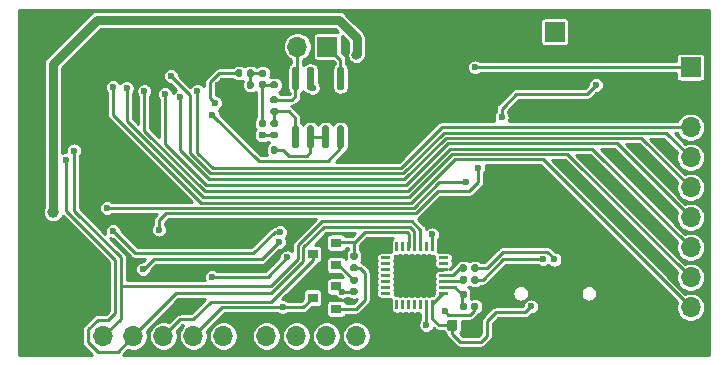
<source format=gbl>
G04 #@! TF.GenerationSoftware,KiCad,Pcbnew,(5.1.6)-1*
G04 #@! TF.CreationDate,2020-09-05T22:14:19+08:00*
G04 #@! TF.ProjectId,epaper,65706170-6572-42e6-9b69-6361645f7063,rev?*
G04 #@! TF.SameCoordinates,Original*
G04 #@! TF.FileFunction,Copper,L2,Bot*
G04 #@! TF.FilePolarity,Positive*
%FSLAX46Y46*%
G04 Gerber Fmt 4.6, Leading zero omitted, Abs format (unit mm)*
G04 Created by KiCad (PCBNEW (5.1.6)-1) date 2020-09-05 22:14:19*
%MOMM*%
%LPD*%
G01*
G04 APERTURE LIST*
G04 #@! TA.AperFunction,SMDPad,CuDef*
%ADD10R,0.900000X0.800000*%
G04 #@! TD*
G04 #@! TA.AperFunction,SMDPad,CuDef*
%ADD11R,3.350000X3.350000*%
G04 #@! TD*
G04 #@! TA.AperFunction,ComponentPad*
%ADD12O,1.700000X1.700000*%
G04 #@! TD*
G04 #@! TA.AperFunction,ComponentPad*
%ADD13R,1.700000X1.700000*%
G04 #@! TD*
G04 #@! TA.AperFunction,ComponentPad*
%ADD14O,1.000000X1.600000*%
G04 #@! TD*
G04 #@! TA.AperFunction,ComponentPad*
%ADD15O,1.000000X2.100000*%
G04 #@! TD*
G04 #@! TA.AperFunction,ViaPad*
%ADD16C,0.600000*%
G04 #@! TD*
G04 #@! TA.AperFunction,ViaPad*
%ADD17C,0.800000*%
G04 #@! TD*
G04 #@! TA.AperFunction,ViaPad*
%ADD18C,1.000000*%
G04 #@! TD*
G04 #@! TA.AperFunction,Conductor*
%ADD19C,0.250000*%
G04 #@! TD*
G04 #@! TA.AperFunction,Conductor*
%ADD20C,0.800000*%
G04 #@! TD*
G04 #@! TA.AperFunction,Conductor*
%ADD21C,0.254000*%
G04 #@! TD*
G04 APERTURE END LIST*
G04 #@! TA.AperFunction,SMDPad,CuDef*
G36*
G01*
X114440000Y-112422500D02*
X114440000Y-112077500D01*
G75*
G02*
X114587500Y-111930000I147500J0D01*
G01*
X114882500Y-111930000D01*
G75*
G02*
X115030000Y-112077500I0J-147500D01*
G01*
X115030000Y-112422500D01*
G75*
G02*
X114882500Y-112570000I-147500J0D01*
G01*
X114587500Y-112570000D01*
G75*
G02*
X114440000Y-112422500I0J147500D01*
G01*
G37*
G04 #@! TD.AperFunction*
G04 #@! TA.AperFunction,SMDPad,CuDef*
G36*
G01*
X113470000Y-112422500D02*
X113470000Y-112077500D01*
G75*
G02*
X113617500Y-111930000I147500J0D01*
G01*
X113912500Y-111930000D01*
G75*
G02*
X114060000Y-112077500I0J-147500D01*
G01*
X114060000Y-112422500D01*
G75*
G02*
X113912500Y-112570000I-147500J0D01*
G01*
X113617500Y-112570000D01*
G75*
G02*
X113470000Y-112422500I0J147500D01*
G01*
G37*
G04 #@! TD.AperFunction*
G04 #@! TA.AperFunction,SMDPad,CuDef*
G36*
G01*
X114440000Y-113422500D02*
X114440000Y-113077500D01*
G75*
G02*
X114587500Y-112930000I147500J0D01*
G01*
X114882500Y-112930000D01*
G75*
G02*
X115030000Y-113077500I0J-147500D01*
G01*
X115030000Y-113422500D01*
G75*
G02*
X114882500Y-113570000I-147500J0D01*
G01*
X114587500Y-113570000D01*
G75*
G02*
X114440000Y-113422500I0J147500D01*
G01*
G37*
G04 #@! TD.AperFunction*
G04 #@! TA.AperFunction,SMDPad,CuDef*
G36*
G01*
X113470000Y-113422500D02*
X113470000Y-113077500D01*
G75*
G02*
X113617500Y-112930000I147500J0D01*
G01*
X113912500Y-112930000D01*
G75*
G02*
X114060000Y-113077500I0J-147500D01*
G01*
X114060000Y-113422500D01*
G75*
G02*
X113912500Y-113570000I-147500J0D01*
G01*
X113617500Y-113570000D01*
G75*
G02*
X113470000Y-113422500I0J147500D01*
G01*
G37*
G04 #@! TD.AperFunction*
D10*
X101000000Y-114755001D03*
X103000000Y-115705001D03*
X103000000Y-113805001D03*
X101000000Y-111050000D03*
X103000000Y-112000000D03*
X103000000Y-110100000D03*
G04 #@! TA.AperFunction,SMDPad,CuDef*
G36*
G01*
X112474999Y-111312501D02*
X112474999Y-111437501D01*
G75*
G02*
X112412499Y-111500001I-62500J0D01*
G01*
X111737499Y-111500001D01*
G75*
G02*
X111674999Y-111437501I0J62500D01*
G01*
X111674999Y-111312501D01*
G75*
G02*
X111737499Y-111250001I62500J0D01*
G01*
X112412499Y-111250001D01*
G75*
G02*
X112474999Y-111312501I0J-62500D01*
G01*
G37*
G04 #@! TD.AperFunction*
G04 #@! TA.AperFunction,SMDPad,CuDef*
G36*
G01*
X112474999Y-111812501D02*
X112474999Y-111937501D01*
G75*
G02*
X112412499Y-112000001I-62500J0D01*
G01*
X111737499Y-112000001D01*
G75*
G02*
X111674999Y-111937501I0J62500D01*
G01*
X111674999Y-111812501D01*
G75*
G02*
X111737499Y-111750001I62500J0D01*
G01*
X112412499Y-111750001D01*
G75*
G02*
X112474999Y-111812501I0J-62500D01*
G01*
G37*
G04 #@! TD.AperFunction*
G04 #@! TA.AperFunction,SMDPad,CuDef*
G36*
G01*
X112474999Y-112312501D02*
X112474999Y-112437501D01*
G75*
G02*
X112412499Y-112500001I-62500J0D01*
G01*
X111737499Y-112500001D01*
G75*
G02*
X111674999Y-112437501I0J62500D01*
G01*
X111674999Y-112312501D01*
G75*
G02*
X111737499Y-112250001I62500J0D01*
G01*
X112412499Y-112250001D01*
G75*
G02*
X112474999Y-112312501I0J-62500D01*
G01*
G37*
G04 #@! TD.AperFunction*
G04 #@! TA.AperFunction,SMDPad,CuDef*
G36*
G01*
X112474999Y-112812501D02*
X112474999Y-112937501D01*
G75*
G02*
X112412499Y-113000001I-62500J0D01*
G01*
X111737499Y-113000001D01*
G75*
G02*
X111674999Y-112937501I0J62500D01*
G01*
X111674999Y-112812501D01*
G75*
G02*
X111737499Y-112750001I62500J0D01*
G01*
X112412499Y-112750001D01*
G75*
G02*
X112474999Y-112812501I0J-62500D01*
G01*
G37*
G04 #@! TD.AperFunction*
G04 #@! TA.AperFunction,SMDPad,CuDef*
G36*
G01*
X112474999Y-113312501D02*
X112474999Y-113437501D01*
G75*
G02*
X112412499Y-113500001I-62500J0D01*
G01*
X111737499Y-113500001D01*
G75*
G02*
X111674999Y-113437501I0J62500D01*
G01*
X111674999Y-113312501D01*
G75*
G02*
X111737499Y-113250001I62500J0D01*
G01*
X112412499Y-113250001D01*
G75*
G02*
X112474999Y-113312501I0J-62500D01*
G01*
G37*
G04 #@! TD.AperFunction*
G04 #@! TA.AperFunction,SMDPad,CuDef*
G36*
G01*
X112474999Y-113812501D02*
X112474999Y-113937501D01*
G75*
G02*
X112412499Y-114000001I-62500J0D01*
G01*
X111737499Y-114000001D01*
G75*
G02*
X111674999Y-113937501I0J62500D01*
G01*
X111674999Y-113812501D01*
G75*
G02*
X111737499Y-113750001I62500J0D01*
G01*
X112412499Y-113750001D01*
G75*
G02*
X112474999Y-113812501I0J-62500D01*
G01*
G37*
G04 #@! TD.AperFunction*
G04 #@! TA.AperFunction,SMDPad,CuDef*
G36*
G01*
X112474999Y-114312501D02*
X112474999Y-114437501D01*
G75*
G02*
X112412499Y-114500001I-62500J0D01*
G01*
X111737499Y-114500001D01*
G75*
G02*
X111674999Y-114437501I0J62500D01*
G01*
X111674999Y-114312501D01*
G75*
G02*
X111737499Y-114250001I62500J0D01*
G01*
X112412499Y-114250001D01*
G75*
G02*
X112474999Y-114312501I0J-62500D01*
G01*
G37*
G04 #@! TD.AperFunction*
G04 #@! TA.AperFunction,SMDPad,CuDef*
G36*
G01*
X111249999Y-114987501D02*
X111249999Y-115662501D01*
G75*
G02*
X111187499Y-115725001I-62500J0D01*
G01*
X111062499Y-115725001D01*
G75*
G02*
X110999999Y-115662501I0J62500D01*
G01*
X110999999Y-114987501D01*
G75*
G02*
X111062499Y-114925001I62500J0D01*
G01*
X111187499Y-114925001D01*
G75*
G02*
X111249999Y-114987501I0J-62500D01*
G01*
G37*
G04 #@! TD.AperFunction*
G04 #@! TA.AperFunction,SMDPad,CuDef*
G36*
G01*
X110749999Y-114987501D02*
X110749999Y-115662501D01*
G75*
G02*
X110687499Y-115725001I-62500J0D01*
G01*
X110562499Y-115725001D01*
G75*
G02*
X110499999Y-115662501I0J62500D01*
G01*
X110499999Y-114987501D01*
G75*
G02*
X110562499Y-114925001I62500J0D01*
G01*
X110687499Y-114925001D01*
G75*
G02*
X110749999Y-114987501I0J-62500D01*
G01*
G37*
G04 #@! TD.AperFunction*
G04 #@! TA.AperFunction,SMDPad,CuDef*
G36*
G01*
X110249999Y-114987501D02*
X110249999Y-115662501D01*
G75*
G02*
X110187499Y-115725001I-62500J0D01*
G01*
X110062499Y-115725001D01*
G75*
G02*
X109999999Y-115662501I0J62500D01*
G01*
X109999999Y-114987501D01*
G75*
G02*
X110062499Y-114925001I62500J0D01*
G01*
X110187499Y-114925001D01*
G75*
G02*
X110249999Y-114987501I0J-62500D01*
G01*
G37*
G04 #@! TD.AperFunction*
G04 #@! TA.AperFunction,SMDPad,CuDef*
G36*
G01*
X109749999Y-114987501D02*
X109749999Y-115662501D01*
G75*
G02*
X109687499Y-115725001I-62500J0D01*
G01*
X109562499Y-115725001D01*
G75*
G02*
X109499999Y-115662501I0J62500D01*
G01*
X109499999Y-114987501D01*
G75*
G02*
X109562499Y-114925001I62500J0D01*
G01*
X109687499Y-114925001D01*
G75*
G02*
X109749999Y-114987501I0J-62500D01*
G01*
G37*
G04 #@! TD.AperFunction*
G04 #@! TA.AperFunction,SMDPad,CuDef*
G36*
G01*
X109249999Y-114987501D02*
X109249999Y-115662501D01*
G75*
G02*
X109187499Y-115725001I-62500J0D01*
G01*
X109062499Y-115725001D01*
G75*
G02*
X108999999Y-115662501I0J62500D01*
G01*
X108999999Y-114987501D01*
G75*
G02*
X109062499Y-114925001I62500J0D01*
G01*
X109187499Y-114925001D01*
G75*
G02*
X109249999Y-114987501I0J-62500D01*
G01*
G37*
G04 #@! TD.AperFunction*
G04 #@! TA.AperFunction,SMDPad,CuDef*
G36*
G01*
X108749999Y-114987501D02*
X108749999Y-115662501D01*
G75*
G02*
X108687499Y-115725001I-62500J0D01*
G01*
X108562499Y-115725001D01*
G75*
G02*
X108499999Y-115662501I0J62500D01*
G01*
X108499999Y-114987501D01*
G75*
G02*
X108562499Y-114925001I62500J0D01*
G01*
X108687499Y-114925001D01*
G75*
G02*
X108749999Y-114987501I0J-62500D01*
G01*
G37*
G04 #@! TD.AperFunction*
G04 #@! TA.AperFunction,SMDPad,CuDef*
G36*
G01*
X108249999Y-114987501D02*
X108249999Y-115662501D01*
G75*
G02*
X108187499Y-115725001I-62500J0D01*
G01*
X108062499Y-115725001D01*
G75*
G02*
X107999999Y-115662501I0J62500D01*
G01*
X107999999Y-114987501D01*
G75*
G02*
X108062499Y-114925001I62500J0D01*
G01*
X108187499Y-114925001D01*
G75*
G02*
X108249999Y-114987501I0J-62500D01*
G01*
G37*
G04 #@! TD.AperFunction*
G04 #@! TA.AperFunction,SMDPad,CuDef*
G36*
G01*
X107574999Y-114312501D02*
X107574999Y-114437501D01*
G75*
G02*
X107512499Y-114500001I-62500J0D01*
G01*
X106837499Y-114500001D01*
G75*
G02*
X106774999Y-114437501I0J62500D01*
G01*
X106774999Y-114312501D01*
G75*
G02*
X106837499Y-114250001I62500J0D01*
G01*
X107512499Y-114250001D01*
G75*
G02*
X107574999Y-114312501I0J-62500D01*
G01*
G37*
G04 #@! TD.AperFunction*
G04 #@! TA.AperFunction,SMDPad,CuDef*
G36*
G01*
X107574999Y-113812501D02*
X107574999Y-113937501D01*
G75*
G02*
X107512499Y-114000001I-62500J0D01*
G01*
X106837499Y-114000001D01*
G75*
G02*
X106774999Y-113937501I0J62500D01*
G01*
X106774999Y-113812501D01*
G75*
G02*
X106837499Y-113750001I62500J0D01*
G01*
X107512499Y-113750001D01*
G75*
G02*
X107574999Y-113812501I0J-62500D01*
G01*
G37*
G04 #@! TD.AperFunction*
G04 #@! TA.AperFunction,SMDPad,CuDef*
G36*
G01*
X107574999Y-113312501D02*
X107574999Y-113437501D01*
G75*
G02*
X107512499Y-113500001I-62500J0D01*
G01*
X106837499Y-113500001D01*
G75*
G02*
X106774999Y-113437501I0J62500D01*
G01*
X106774999Y-113312501D01*
G75*
G02*
X106837499Y-113250001I62500J0D01*
G01*
X107512499Y-113250001D01*
G75*
G02*
X107574999Y-113312501I0J-62500D01*
G01*
G37*
G04 #@! TD.AperFunction*
G04 #@! TA.AperFunction,SMDPad,CuDef*
G36*
G01*
X107574999Y-112812501D02*
X107574999Y-112937501D01*
G75*
G02*
X107512499Y-113000001I-62500J0D01*
G01*
X106837499Y-113000001D01*
G75*
G02*
X106774999Y-112937501I0J62500D01*
G01*
X106774999Y-112812501D01*
G75*
G02*
X106837499Y-112750001I62500J0D01*
G01*
X107512499Y-112750001D01*
G75*
G02*
X107574999Y-112812501I0J-62500D01*
G01*
G37*
G04 #@! TD.AperFunction*
G04 #@! TA.AperFunction,SMDPad,CuDef*
G36*
G01*
X107574999Y-112312501D02*
X107574999Y-112437501D01*
G75*
G02*
X107512499Y-112500001I-62500J0D01*
G01*
X106837499Y-112500001D01*
G75*
G02*
X106774999Y-112437501I0J62500D01*
G01*
X106774999Y-112312501D01*
G75*
G02*
X106837499Y-112250001I62500J0D01*
G01*
X107512499Y-112250001D01*
G75*
G02*
X107574999Y-112312501I0J-62500D01*
G01*
G37*
G04 #@! TD.AperFunction*
G04 #@! TA.AperFunction,SMDPad,CuDef*
G36*
G01*
X107574999Y-111812501D02*
X107574999Y-111937501D01*
G75*
G02*
X107512499Y-112000001I-62500J0D01*
G01*
X106837499Y-112000001D01*
G75*
G02*
X106774999Y-111937501I0J62500D01*
G01*
X106774999Y-111812501D01*
G75*
G02*
X106837499Y-111750001I62500J0D01*
G01*
X107512499Y-111750001D01*
G75*
G02*
X107574999Y-111812501I0J-62500D01*
G01*
G37*
G04 #@! TD.AperFunction*
G04 #@! TA.AperFunction,SMDPad,CuDef*
G36*
G01*
X107574999Y-111312501D02*
X107574999Y-111437501D01*
G75*
G02*
X107512499Y-111500001I-62500J0D01*
G01*
X106837499Y-111500001D01*
G75*
G02*
X106774999Y-111437501I0J62500D01*
G01*
X106774999Y-111312501D01*
G75*
G02*
X106837499Y-111250001I62500J0D01*
G01*
X107512499Y-111250001D01*
G75*
G02*
X107574999Y-111312501I0J-62500D01*
G01*
G37*
G04 #@! TD.AperFunction*
G04 #@! TA.AperFunction,SMDPad,CuDef*
G36*
G01*
X108249999Y-110087501D02*
X108249999Y-110762501D01*
G75*
G02*
X108187499Y-110825001I-62500J0D01*
G01*
X108062499Y-110825001D01*
G75*
G02*
X107999999Y-110762501I0J62500D01*
G01*
X107999999Y-110087501D01*
G75*
G02*
X108062499Y-110025001I62500J0D01*
G01*
X108187499Y-110025001D01*
G75*
G02*
X108249999Y-110087501I0J-62500D01*
G01*
G37*
G04 #@! TD.AperFunction*
G04 #@! TA.AperFunction,SMDPad,CuDef*
G36*
G01*
X108749999Y-110087501D02*
X108749999Y-110762501D01*
G75*
G02*
X108687499Y-110825001I-62500J0D01*
G01*
X108562499Y-110825001D01*
G75*
G02*
X108499999Y-110762501I0J62500D01*
G01*
X108499999Y-110087501D01*
G75*
G02*
X108562499Y-110025001I62500J0D01*
G01*
X108687499Y-110025001D01*
G75*
G02*
X108749999Y-110087501I0J-62500D01*
G01*
G37*
G04 #@! TD.AperFunction*
G04 #@! TA.AperFunction,SMDPad,CuDef*
G36*
G01*
X109249999Y-110087501D02*
X109249999Y-110762501D01*
G75*
G02*
X109187499Y-110825001I-62500J0D01*
G01*
X109062499Y-110825001D01*
G75*
G02*
X108999999Y-110762501I0J62500D01*
G01*
X108999999Y-110087501D01*
G75*
G02*
X109062499Y-110025001I62500J0D01*
G01*
X109187499Y-110025001D01*
G75*
G02*
X109249999Y-110087501I0J-62500D01*
G01*
G37*
G04 #@! TD.AperFunction*
G04 #@! TA.AperFunction,SMDPad,CuDef*
G36*
G01*
X109749999Y-110087501D02*
X109749999Y-110762501D01*
G75*
G02*
X109687499Y-110825001I-62500J0D01*
G01*
X109562499Y-110825001D01*
G75*
G02*
X109499999Y-110762501I0J62500D01*
G01*
X109499999Y-110087501D01*
G75*
G02*
X109562499Y-110025001I62500J0D01*
G01*
X109687499Y-110025001D01*
G75*
G02*
X109749999Y-110087501I0J-62500D01*
G01*
G37*
G04 #@! TD.AperFunction*
G04 #@! TA.AperFunction,SMDPad,CuDef*
G36*
G01*
X110249999Y-110087501D02*
X110249999Y-110762501D01*
G75*
G02*
X110187499Y-110825001I-62500J0D01*
G01*
X110062499Y-110825001D01*
G75*
G02*
X109999999Y-110762501I0J62500D01*
G01*
X109999999Y-110087501D01*
G75*
G02*
X110062499Y-110025001I62500J0D01*
G01*
X110187499Y-110025001D01*
G75*
G02*
X110249999Y-110087501I0J-62500D01*
G01*
G37*
G04 #@! TD.AperFunction*
G04 #@! TA.AperFunction,SMDPad,CuDef*
G36*
G01*
X110749999Y-110087501D02*
X110749999Y-110762501D01*
G75*
G02*
X110687499Y-110825001I-62500J0D01*
G01*
X110562499Y-110825001D01*
G75*
G02*
X110499999Y-110762501I0J62500D01*
G01*
X110499999Y-110087501D01*
G75*
G02*
X110562499Y-110025001I62500J0D01*
G01*
X110687499Y-110025001D01*
G75*
G02*
X110749999Y-110087501I0J-62500D01*
G01*
G37*
G04 #@! TD.AperFunction*
G04 #@! TA.AperFunction,SMDPad,CuDef*
G36*
G01*
X111249999Y-110087501D02*
X111249999Y-110762501D01*
G75*
G02*
X111187499Y-110825001I-62500J0D01*
G01*
X111062499Y-110825001D01*
G75*
G02*
X110999999Y-110762501I0J62500D01*
G01*
X110999999Y-110087501D01*
G75*
G02*
X111062499Y-110025001I62500J0D01*
G01*
X111187499Y-110025001D01*
G75*
G02*
X111249999Y-110087501I0J-62500D01*
G01*
G37*
G04 #@! TD.AperFunction*
D11*
X109624999Y-112875001D03*
G04 #@! TA.AperFunction,SMDPad,CuDef*
G36*
G01*
X104672500Y-111560000D02*
X104327500Y-111560000D01*
G75*
G02*
X104180000Y-111412500I0J147500D01*
G01*
X104180000Y-111117500D01*
G75*
G02*
X104327500Y-110970000I147500J0D01*
G01*
X104672500Y-110970000D01*
G75*
G02*
X104820000Y-111117500I0J-147500D01*
G01*
X104820000Y-111412500D01*
G75*
G02*
X104672500Y-111560000I-147500J0D01*
G01*
G37*
G04 #@! TD.AperFunction*
G04 #@! TA.AperFunction,SMDPad,CuDef*
G36*
G01*
X104672500Y-112530000D02*
X104327500Y-112530000D01*
G75*
G02*
X104180000Y-112382500I0J147500D01*
G01*
X104180000Y-112087500D01*
G75*
G02*
X104327500Y-111940000I147500J0D01*
G01*
X104672500Y-111940000D01*
G75*
G02*
X104820000Y-112087500I0J-147500D01*
G01*
X104820000Y-112382500D01*
G75*
G02*
X104672500Y-112530000I-147500J0D01*
G01*
G37*
G04 #@! TD.AperFunction*
G04 #@! TA.AperFunction,SMDPad,CuDef*
G36*
G01*
X104327500Y-113940000D02*
X104672500Y-113940000D01*
G75*
G02*
X104820000Y-114087500I0J-147500D01*
G01*
X104820000Y-114382500D01*
G75*
G02*
X104672500Y-114530000I-147500J0D01*
G01*
X104327500Y-114530000D01*
G75*
G02*
X104180000Y-114382500I0J147500D01*
G01*
X104180000Y-114087500D01*
G75*
G02*
X104327500Y-113940000I147500J0D01*
G01*
G37*
G04 #@! TD.AperFunction*
G04 #@! TA.AperFunction,SMDPad,CuDef*
G36*
G01*
X104327500Y-112970000D02*
X104672500Y-112970000D01*
G75*
G02*
X104820000Y-113117500I0J-147500D01*
G01*
X104820000Y-113412500D01*
G75*
G02*
X104672500Y-113560000I-147500J0D01*
G01*
X104327500Y-113560000D01*
G75*
G02*
X104180000Y-113412500I0J147500D01*
G01*
X104180000Y-113117500D01*
G75*
G02*
X104327500Y-112970000I147500J0D01*
G01*
G37*
G04 #@! TD.AperFunction*
G04 #@! TA.AperFunction,SMDPad,CuDef*
G36*
G01*
X114060000Y-115327500D02*
X114060000Y-115672500D01*
G75*
G02*
X113912500Y-115820000I-147500J0D01*
G01*
X113617500Y-115820000D01*
G75*
G02*
X113470000Y-115672500I0J147500D01*
G01*
X113470000Y-115327500D01*
G75*
G02*
X113617500Y-115180000I147500J0D01*
G01*
X113912500Y-115180000D01*
G75*
G02*
X114060000Y-115327500I0J-147500D01*
G01*
G37*
G04 #@! TD.AperFunction*
G04 #@! TA.AperFunction,SMDPad,CuDef*
G36*
G01*
X115030000Y-115327500D02*
X115030000Y-115672500D01*
G75*
G02*
X114882500Y-115820000I-147500J0D01*
G01*
X114587500Y-115820000D01*
G75*
G02*
X114440000Y-115672500I0J147500D01*
G01*
X114440000Y-115327500D01*
G75*
G02*
X114587500Y-115180000I147500J0D01*
G01*
X114882500Y-115180000D01*
G75*
G02*
X115030000Y-115327500I0J-147500D01*
G01*
G37*
G04 #@! TD.AperFunction*
G04 #@! TA.AperFunction,SMDPad,CuDef*
G36*
G01*
X114060000Y-114327500D02*
X114060000Y-114672500D01*
G75*
G02*
X113912500Y-114820000I-147500J0D01*
G01*
X113617500Y-114820000D01*
G75*
G02*
X113470000Y-114672500I0J147500D01*
G01*
X113470000Y-114327500D01*
G75*
G02*
X113617500Y-114180000I147500J0D01*
G01*
X113912500Y-114180000D01*
G75*
G02*
X114060000Y-114327500I0J-147500D01*
G01*
G37*
G04 #@! TD.AperFunction*
G04 #@! TA.AperFunction,SMDPad,CuDef*
G36*
G01*
X115030000Y-114327500D02*
X115030000Y-114672500D01*
G75*
G02*
X114882500Y-114820000I-147500J0D01*
G01*
X114587500Y-114820000D01*
G75*
G02*
X114440000Y-114672500I0J147500D01*
G01*
X114440000Y-114327500D01*
G75*
G02*
X114587500Y-114180000I147500J0D01*
G01*
X114882500Y-114180000D01*
G75*
G02*
X115030000Y-114327500I0J-147500D01*
G01*
G37*
G04 #@! TD.AperFunction*
G04 #@! TA.AperFunction,SMDPad,CuDef*
G36*
G01*
X113950000Y-117356250D02*
X113950000Y-116843750D01*
G75*
G02*
X114168750Y-116625000I218750J0D01*
G01*
X114606250Y-116625000D01*
G75*
G02*
X114825000Y-116843750I0J-218750D01*
G01*
X114825000Y-117356250D01*
G75*
G02*
X114606250Y-117575000I-218750J0D01*
G01*
X114168750Y-117575000D01*
G75*
G02*
X113950000Y-117356250I0J218750D01*
G01*
G37*
G04 #@! TD.AperFunction*
G04 #@! TA.AperFunction,SMDPad,CuDef*
G36*
G01*
X112375000Y-117356250D02*
X112375000Y-116843750D01*
G75*
G02*
X112593750Y-116625000I218750J0D01*
G01*
X113031250Y-116625000D01*
G75*
G02*
X113250000Y-116843750I0J-218750D01*
G01*
X113250000Y-117356250D01*
G75*
G02*
X113031250Y-117575000I-218750J0D01*
G01*
X112593750Y-117575000D01*
G75*
G02*
X112375000Y-117356250I0J218750D01*
G01*
G37*
G04 #@! TD.AperFunction*
D12*
X133000000Y-115570000D03*
X133000000Y-113030000D03*
X133000000Y-110490000D03*
X133000000Y-107950000D03*
X133000000Y-105410000D03*
X133000000Y-102870000D03*
X133000000Y-100330000D03*
X133000000Y-97790000D03*
D13*
X133000000Y-95250000D03*
G04 #@! TA.AperFunction,SMDPad,CuDef*
G36*
G01*
X103509999Y-97174999D02*
X103209999Y-97174999D01*
G75*
G02*
X103059999Y-97024999I0J150000D01*
G01*
X103059999Y-95374999D01*
G75*
G02*
X103209999Y-95224999I150000J0D01*
G01*
X103509999Y-95224999D01*
G75*
G02*
X103659999Y-95374999I0J-150000D01*
G01*
X103659999Y-97024999D01*
G75*
G02*
X103509999Y-97174999I-150000J0D01*
G01*
G37*
G04 #@! TD.AperFunction*
G04 #@! TA.AperFunction,SMDPad,CuDef*
G36*
G01*
X102239999Y-97174999D02*
X101939999Y-97174999D01*
G75*
G02*
X101789999Y-97024999I0J150000D01*
G01*
X101789999Y-95374999D01*
G75*
G02*
X101939999Y-95224999I150000J0D01*
G01*
X102239999Y-95224999D01*
G75*
G02*
X102389999Y-95374999I0J-150000D01*
G01*
X102389999Y-97024999D01*
G75*
G02*
X102239999Y-97174999I-150000J0D01*
G01*
G37*
G04 #@! TD.AperFunction*
G04 #@! TA.AperFunction,SMDPad,CuDef*
G36*
G01*
X100969999Y-97174999D02*
X100669999Y-97174999D01*
G75*
G02*
X100519999Y-97024999I0J150000D01*
G01*
X100519999Y-95374999D01*
G75*
G02*
X100669999Y-95224999I150000J0D01*
G01*
X100969999Y-95224999D01*
G75*
G02*
X101119999Y-95374999I0J-150000D01*
G01*
X101119999Y-97024999D01*
G75*
G02*
X100969999Y-97174999I-150000J0D01*
G01*
G37*
G04 #@! TD.AperFunction*
G04 #@! TA.AperFunction,SMDPad,CuDef*
G36*
G01*
X99699999Y-97174999D02*
X99399999Y-97174999D01*
G75*
G02*
X99249999Y-97024999I0J150000D01*
G01*
X99249999Y-95374999D01*
G75*
G02*
X99399999Y-95224999I150000J0D01*
G01*
X99699999Y-95224999D01*
G75*
G02*
X99849999Y-95374999I0J-150000D01*
G01*
X99849999Y-97024999D01*
G75*
G02*
X99699999Y-97174999I-150000J0D01*
G01*
G37*
G04 #@! TD.AperFunction*
G04 #@! TA.AperFunction,SMDPad,CuDef*
G36*
G01*
X99699999Y-102124999D02*
X99399999Y-102124999D01*
G75*
G02*
X99249999Y-101974999I0J150000D01*
G01*
X99249999Y-100324999D01*
G75*
G02*
X99399999Y-100174999I150000J0D01*
G01*
X99699999Y-100174999D01*
G75*
G02*
X99849999Y-100324999I0J-150000D01*
G01*
X99849999Y-101974999D01*
G75*
G02*
X99699999Y-102124999I-150000J0D01*
G01*
G37*
G04 #@! TD.AperFunction*
G04 #@! TA.AperFunction,SMDPad,CuDef*
G36*
G01*
X100969999Y-102124999D02*
X100669999Y-102124999D01*
G75*
G02*
X100519999Y-101974999I0J150000D01*
G01*
X100519999Y-100324999D01*
G75*
G02*
X100669999Y-100174999I150000J0D01*
G01*
X100969999Y-100174999D01*
G75*
G02*
X101119999Y-100324999I0J-150000D01*
G01*
X101119999Y-101974999D01*
G75*
G02*
X100969999Y-102124999I-150000J0D01*
G01*
G37*
G04 #@! TD.AperFunction*
G04 #@! TA.AperFunction,SMDPad,CuDef*
G36*
G01*
X102239999Y-102124999D02*
X101939999Y-102124999D01*
G75*
G02*
X101789999Y-101974999I0J150000D01*
G01*
X101789999Y-100324999D01*
G75*
G02*
X101939999Y-100174999I150000J0D01*
G01*
X102239999Y-100174999D01*
G75*
G02*
X102389999Y-100324999I0J-150000D01*
G01*
X102389999Y-101974999D01*
G75*
G02*
X102239999Y-102124999I-150000J0D01*
G01*
G37*
G04 #@! TD.AperFunction*
G04 #@! TA.AperFunction,SMDPad,CuDef*
G36*
G01*
X103509999Y-102124999D02*
X103209999Y-102124999D01*
G75*
G02*
X103059999Y-101974999I0J150000D01*
G01*
X103059999Y-100324999D01*
G75*
G02*
X103209999Y-100174999I150000J0D01*
G01*
X103509999Y-100174999D01*
G75*
G02*
X103659999Y-100324999I0J-150000D01*
G01*
X103659999Y-101974999D01*
G75*
G02*
X103509999Y-102124999I-150000J0D01*
G01*
G37*
G04 #@! TD.AperFunction*
G04 #@! TA.AperFunction,SMDPad,CuDef*
G36*
G01*
X97577500Y-98690000D02*
X97922500Y-98690000D01*
G75*
G02*
X98070000Y-98837500I0J-147500D01*
G01*
X98070000Y-99132500D01*
G75*
G02*
X97922500Y-99280000I-147500J0D01*
G01*
X97577500Y-99280000D01*
G75*
G02*
X97430000Y-99132500I0J147500D01*
G01*
X97430000Y-98837500D01*
G75*
G02*
X97577500Y-98690000I147500J0D01*
G01*
G37*
G04 #@! TD.AperFunction*
G04 #@! TA.AperFunction,SMDPad,CuDef*
G36*
G01*
X97577500Y-97720000D02*
X97922500Y-97720000D01*
G75*
G02*
X98070000Y-97867500I0J-147500D01*
G01*
X98070000Y-98162500D01*
G75*
G02*
X97922500Y-98310000I-147500J0D01*
G01*
X97577500Y-98310000D01*
G75*
G02*
X97430000Y-98162500I0J147500D01*
G01*
X97430000Y-97867500D01*
G75*
G02*
X97577500Y-97720000I147500J0D01*
G01*
G37*
G04 #@! TD.AperFunction*
G04 #@! TA.AperFunction,SMDPad,CuDef*
G36*
G01*
X97577500Y-100690000D02*
X97922500Y-100690000D01*
G75*
G02*
X98070000Y-100837500I0J-147500D01*
G01*
X98070000Y-101132500D01*
G75*
G02*
X97922500Y-101280000I-147500J0D01*
G01*
X97577500Y-101280000D01*
G75*
G02*
X97430000Y-101132500I0J147500D01*
G01*
X97430000Y-100837500D01*
G75*
G02*
X97577500Y-100690000I147500J0D01*
G01*
G37*
G04 #@! TD.AperFunction*
G04 #@! TA.AperFunction,SMDPad,CuDef*
G36*
G01*
X97577500Y-99720000D02*
X97922500Y-99720000D01*
G75*
G02*
X98070000Y-99867500I0J-147500D01*
G01*
X98070000Y-100162500D01*
G75*
G02*
X97922500Y-100310000I-147500J0D01*
G01*
X97577500Y-100310000D01*
G75*
G02*
X97430000Y-100162500I0J147500D01*
G01*
X97430000Y-99867500D01*
G75*
G02*
X97577500Y-99720000I147500J0D01*
G01*
G37*
G04 #@! TD.AperFunction*
G04 #@! TA.AperFunction,SMDPad,CuDef*
G36*
G01*
X96922500Y-96060000D02*
X96577500Y-96060000D01*
G75*
G02*
X96430000Y-95912500I0J147500D01*
G01*
X96430000Y-95617500D01*
G75*
G02*
X96577500Y-95470000I147500J0D01*
G01*
X96922500Y-95470000D01*
G75*
G02*
X97070000Y-95617500I0J-147500D01*
G01*
X97070000Y-95912500D01*
G75*
G02*
X96922500Y-96060000I-147500J0D01*
G01*
G37*
G04 #@! TD.AperFunction*
G04 #@! TA.AperFunction,SMDPad,CuDef*
G36*
G01*
X96922500Y-97030000D02*
X96577500Y-97030000D01*
G75*
G02*
X96430000Y-96882500I0J147500D01*
G01*
X96430000Y-96587500D01*
G75*
G02*
X96577500Y-96440000I147500J0D01*
G01*
X96922500Y-96440000D01*
G75*
G02*
X97070000Y-96587500I0J-147500D01*
G01*
X97070000Y-96882500D01*
G75*
G02*
X96922500Y-97030000I-147500J0D01*
G01*
G37*
G04 #@! TD.AperFunction*
G04 #@! TA.AperFunction,SMDPad,CuDef*
G36*
G01*
X95060000Y-95577500D02*
X95060000Y-95922500D01*
G75*
G02*
X94912500Y-96070000I-147500J0D01*
G01*
X94617500Y-96070000D01*
G75*
G02*
X94470000Y-95922500I0J147500D01*
G01*
X94470000Y-95577500D01*
G75*
G02*
X94617500Y-95430000I147500J0D01*
G01*
X94912500Y-95430000D01*
G75*
G02*
X95060000Y-95577500I0J-147500D01*
G01*
G37*
G04 #@! TD.AperFunction*
G04 #@! TA.AperFunction,SMDPad,CuDef*
G36*
G01*
X96030000Y-95577500D02*
X96030000Y-95922500D01*
G75*
G02*
X95882500Y-96070000I-147500J0D01*
G01*
X95587500Y-96070000D01*
G75*
G02*
X95440000Y-95922500I0J147500D01*
G01*
X95440000Y-95577500D01*
G75*
G02*
X95587500Y-95430000I147500J0D01*
G01*
X95882500Y-95430000D01*
G75*
G02*
X96030000Y-95577500I0J-147500D01*
G01*
G37*
G04 #@! TD.AperFunction*
D12*
X97090000Y-118000000D03*
X99630000Y-118000000D03*
X102170000Y-118000000D03*
X104710000Y-118000000D03*
D13*
X107250000Y-118000000D03*
D12*
X99710000Y-93500000D03*
D13*
X102250000Y-93500000D03*
D12*
X124040000Y-92250000D03*
D13*
X121500000Y-92250000D03*
D14*
X125820000Y-118050000D03*
X117180000Y-118050000D03*
D15*
X117180000Y-113870000D03*
X125820000Y-113870000D03*
D12*
X93450000Y-118000000D03*
X90910000Y-118000000D03*
X88370000Y-118000000D03*
X85830000Y-118000000D03*
X83290000Y-118000000D03*
D13*
X80750000Y-118000000D03*
G04 #@! TA.AperFunction,SMDPad,CuDef*
G36*
G01*
X97060000Y-102077500D02*
X97060000Y-102422500D01*
G75*
G02*
X96912500Y-102570000I-147500J0D01*
G01*
X96617500Y-102570000D01*
G75*
G02*
X96470000Y-102422500I0J147500D01*
G01*
X96470000Y-102077500D01*
G75*
G02*
X96617500Y-101930000I147500J0D01*
G01*
X96912500Y-101930000D01*
G75*
G02*
X97060000Y-102077500I0J-147500D01*
G01*
G37*
G04 #@! TD.AperFunction*
G04 #@! TA.AperFunction,SMDPad,CuDef*
G36*
G01*
X98030000Y-102077500D02*
X98030000Y-102422500D01*
G75*
G02*
X97882500Y-102570000I-147500J0D01*
G01*
X97587500Y-102570000D01*
G75*
G02*
X97440000Y-102422500I0J147500D01*
G01*
X97440000Y-102077500D01*
G75*
G02*
X97587500Y-101930000I147500J0D01*
G01*
X97882500Y-101930000D01*
G75*
G02*
X98030000Y-102077500I0J-147500D01*
G01*
G37*
G04 #@! TD.AperFunction*
G04 #@! TA.AperFunction,SMDPad,CuDef*
G36*
G01*
X96922500Y-100310000D02*
X96577500Y-100310000D01*
G75*
G02*
X96430000Y-100162500I0J147500D01*
G01*
X96430000Y-99867500D01*
G75*
G02*
X96577500Y-99720000I147500J0D01*
G01*
X96922500Y-99720000D01*
G75*
G02*
X97070000Y-99867500I0J-147500D01*
G01*
X97070000Y-100162500D01*
G75*
G02*
X96922500Y-100310000I-147500J0D01*
G01*
G37*
G04 #@! TD.AperFunction*
G04 #@! TA.AperFunction,SMDPad,CuDef*
G36*
G01*
X96922500Y-101280000D02*
X96577500Y-101280000D01*
G75*
G02*
X96430000Y-101132500I0J147500D01*
G01*
X96430000Y-100837500D01*
G75*
G02*
X96577500Y-100690000I147500J0D01*
G01*
X96922500Y-100690000D01*
G75*
G02*
X97070000Y-100837500I0J-147500D01*
G01*
X97070000Y-101132500D01*
G75*
G02*
X96922500Y-101280000I-147500J0D01*
G01*
G37*
G04 #@! TD.AperFunction*
G04 #@! TA.AperFunction,SMDPad,CuDef*
G36*
G01*
X97577500Y-96440000D02*
X97922500Y-96440000D01*
G75*
G02*
X98070000Y-96587500I0J-147500D01*
G01*
X98070000Y-96882500D01*
G75*
G02*
X97922500Y-97030000I-147500J0D01*
G01*
X97577500Y-97030000D01*
G75*
G02*
X97430000Y-96882500I0J147500D01*
G01*
X97430000Y-96587500D01*
G75*
G02*
X97577500Y-96440000I147500J0D01*
G01*
G37*
G04 #@! TD.AperFunction*
G04 #@! TA.AperFunction,SMDPad,CuDef*
G36*
G01*
X97577500Y-95470000D02*
X97922500Y-95470000D01*
G75*
G02*
X98070000Y-95617500I0J-147500D01*
G01*
X98070000Y-95912500D01*
G75*
G02*
X97922500Y-96060000I-147500J0D01*
G01*
X97577500Y-96060000D01*
G75*
G02*
X97430000Y-95912500I0J147500D01*
G01*
X97430000Y-95617500D01*
G75*
G02*
X97577500Y-95470000I147500J0D01*
G01*
G37*
G04 #@! TD.AperFunction*
G04 #@! TA.AperFunction,SMDPad,CuDef*
G36*
G01*
X95440000Y-96922500D02*
X95440000Y-96577500D01*
G75*
G02*
X95587500Y-96430000I147500J0D01*
G01*
X95882500Y-96430000D01*
G75*
G02*
X96030000Y-96577500I0J-147500D01*
G01*
X96030000Y-96922500D01*
G75*
G02*
X95882500Y-97070000I-147500J0D01*
G01*
X95587500Y-97070000D01*
G75*
G02*
X95440000Y-96922500I0J147500D01*
G01*
G37*
G04 #@! TD.AperFunction*
G04 #@! TA.AperFunction,SMDPad,CuDef*
G36*
G01*
X94470000Y-96922500D02*
X94470000Y-96577500D01*
G75*
G02*
X94617500Y-96430000I147500J0D01*
G01*
X94912500Y-96430000D01*
G75*
G02*
X95060000Y-96577500I0J-147500D01*
G01*
X95060000Y-96922500D01*
G75*
G02*
X94912500Y-97070000I-147500J0D01*
G01*
X94617500Y-97070000D01*
G75*
G02*
X94470000Y-96922500I0J147500D01*
G01*
G37*
G04 #@! TD.AperFunction*
D16*
X84500000Y-103250000D03*
X85750000Y-103250000D03*
X85750000Y-102000000D03*
X84500000Y-102000000D03*
X106000000Y-97750000D03*
X105250000Y-97750000D03*
X115000000Y-117500000D03*
X114250000Y-117500000D03*
X115500000Y-114500000D03*
X102250000Y-97000000D03*
X111000000Y-119000000D03*
X110000000Y-119000000D03*
X112000000Y-119000000D03*
D17*
X109000000Y-113400000D03*
X110300000Y-113400000D03*
X110300000Y-112200000D03*
X109000000Y-112200000D03*
D16*
X93000000Y-96750000D03*
X83485000Y-114985000D03*
X122000000Y-99000000D03*
X122750000Y-99000000D03*
X123500000Y-99000000D03*
X122750000Y-96500000D03*
X119187500Y-98312500D03*
X120000000Y-98312500D03*
X96300000Y-108500000D03*
X76500000Y-91250000D03*
X76500000Y-93250000D03*
X76500000Y-95250000D03*
X76500000Y-97250000D03*
X76500000Y-99250000D03*
X76500000Y-101250000D03*
X76500000Y-103250000D03*
X76500000Y-105250000D03*
X76500000Y-107250000D03*
X76500000Y-109250000D03*
X76500000Y-111250000D03*
X76500000Y-113250000D03*
X76500000Y-115250000D03*
X76500000Y-117250000D03*
X76500000Y-119250000D03*
X106000000Y-91250000D03*
X108540000Y-91250000D03*
X111080000Y-91250000D03*
X113620000Y-91250000D03*
X116160000Y-91250000D03*
X119000000Y-96500000D03*
X120000000Y-96500000D03*
X128750000Y-96500000D03*
X129750000Y-96500000D03*
X128750000Y-97500000D03*
X129750000Y-97500000D03*
X97750000Y-93750000D03*
X97750000Y-94750000D03*
X101000000Y-97000000D03*
D18*
X79015000Y-107500000D03*
D16*
X114750000Y-95250000D03*
D17*
X104712500Y-94187500D03*
D16*
X113985000Y-104985000D03*
X83575000Y-107175000D03*
X119500000Y-115500000D03*
X86650000Y-112350000D03*
X98150000Y-110050000D03*
X125000000Y-96750000D03*
X117000000Y-99500000D03*
X115000000Y-103750000D03*
X88000000Y-109000000D03*
X98449989Y-115550011D03*
X84095000Y-96905000D03*
X85250000Y-97000000D03*
X86750000Y-97250000D03*
X88500000Y-97500000D03*
X89750000Y-97750000D03*
X89000000Y-96000000D03*
X91250000Y-97250000D03*
X120500000Y-111500000D03*
X121475000Y-111525000D03*
X98233051Y-109183051D03*
X84095000Y-109095000D03*
X92500000Y-113000000D03*
X98850000Y-111350002D03*
X92750000Y-98250000D03*
X92500000Y-99250000D03*
X80100000Y-103100000D03*
X80800000Y-102300000D03*
X103515000Y-114235000D03*
X111100000Y-109400000D03*
X112200000Y-115900000D03*
X110624999Y-117075001D03*
D19*
X110124999Y-112375001D02*
X109624999Y-112875001D01*
X112074999Y-112375001D02*
X110124999Y-112375001D01*
X93750000Y-96750000D02*
X93750000Y-96750000D01*
X94765000Y-96750000D02*
X93000000Y-96750000D01*
X114735000Y-114500000D02*
X115500000Y-114500000D01*
X90900000Y-116600000D02*
X89770000Y-116600000D01*
X92400000Y-115100000D02*
X90900000Y-116600000D01*
X97500000Y-115100000D02*
X92400000Y-115100000D01*
X101000000Y-111600000D02*
X97500000Y-115100000D01*
X89770000Y-116600000D02*
X88370000Y-118000000D01*
X101000000Y-111600000D02*
X101000000Y-111050000D01*
X133000000Y-95250000D02*
X114750000Y-95250000D01*
X114750000Y-95250000D02*
X114750000Y-95250000D01*
D20*
X104750000Y-92800000D02*
X104750000Y-94150000D01*
X103200000Y-91250000D02*
X104750000Y-92800000D01*
X82750000Y-91250000D02*
X103200000Y-91250000D01*
X79015000Y-107500000D02*
X79015000Y-94985000D01*
X79015000Y-94985000D02*
X82750000Y-91250000D01*
D19*
X113985000Y-104985000D02*
X111719870Y-104985000D01*
X109554849Y-107150019D02*
X83599981Y-107150019D01*
X111719870Y-104985000D02*
X109554849Y-107150019D01*
X112074999Y-114375001D02*
X111124999Y-115325001D01*
D21*
X112812500Y-117100000D02*
X111700000Y-117100000D01*
X111124999Y-116524999D02*
X111124999Y-115325001D01*
X111700000Y-117100000D02*
X111124999Y-116524999D01*
D19*
X112812500Y-117100000D02*
X112812500Y-117812500D01*
X112812500Y-117812500D02*
X113500000Y-118500000D01*
X113500000Y-118500000D02*
X115250000Y-118500000D01*
X115250000Y-118500000D02*
X115750000Y-118000000D01*
X115750000Y-118000000D02*
X115750000Y-116750000D01*
X115750000Y-116750000D02*
X116500000Y-116000000D01*
X116500000Y-116000000D02*
X119000000Y-116000000D01*
X119000000Y-116000000D02*
X119500000Y-115500000D01*
X119500000Y-115500000D02*
X119500000Y-115500000D01*
X95735000Y-96750000D02*
X95735000Y-95750000D01*
X96735000Y-95750000D02*
X96750000Y-95765000D01*
X95735000Y-95750000D02*
X96735000Y-95750000D01*
X96750000Y-100015000D02*
X96750000Y-96735000D01*
X97750000Y-96735000D02*
X96750000Y-96735000D01*
X97750000Y-100985000D02*
X96750000Y-100985000D01*
X102089999Y-101149999D02*
X100819999Y-101149999D01*
X97735000Y-102250000D02*
X98500000Y-102250000D01*
X98500000Y-102250000D02*
X99000000Y-102750000D01*
X99000000Y-102750000D02*
X100500000Y-102750000D01*
X100819999Y-102430001D02*
X100819999Y-101149999D01*
X100500000Y-102750000D02*
X100819999Y-102430001D01*
X96700000Y-111500000D02*
X98150000Y-110050000D01*
X86650000Y-112400000D02*
X87550000Y-111500000D01*
X87550000Y-111500000D02*
X96700000Y-111500000D01*
X125000000Y-96750000D02*
X124250000Y-97500000D01*
X124250000Y-97500000D02*
X118250000Y-97500000D01*
X118250000Y-97500000D02*
X117250000Y-98500000D01*
X117250000Y-98500000D02*
X117000000Y-98750000D01*
X117000000Y-98750000D02*
X117000000Y-99500000D01*
X117000000Y-99500000D02*
X117000000Y-99500000D01*
X88000000Y-109000000D02*
X88000000Y-109000000D01*
X88000000Y-108200000D02*
X88000000Y-109000000D01*
X88599971Y-107600029D02*
X88000000Y-108200000D01*
X115000000Y-105000000D02*
X114250000Y-105750000D01*
X114250000Y-105750000D02*
X111591279Y-105750000D01*
X115000000Y-103750000D02*
X115000000Y-105000000D01*
X111591279Y-105750000D02*
X109741249Y-107600029D01*
X109741249Y-107600029D02*
X88599971Y-107600029D01*
X93359989Y-115550011D02*
X90910000Y-118000000D01*
X98449989Y-115550011D02*
X93359989Y-115550011D01*
X100204990Y-115550011D02*
X101000000Y-114755001D01*
X98449989Y-115550011D02*
X100204990Y-115550011D01*
X120480040Y-103050040D02*
X113018420Y-103050040D01*
X84095000Y-99254230D02*
X84095000Y-96905000D01*
X133000000Y-115570000D02*
X120480040Y-103050040D01*
X113018420Y-103050040D02*
X109368450Y-106700010D01*
X109368450Y-106700010D02*
X91540779Y-106700009D01*
X91540779Y-106700009D02*
X84095000Y-99254230D01*
X85250000Y-99772820D02*
X85250000Y-97000000D01*
X133000000Y-113030000D02*
X122570030Y-102600030D01*
X112832020Y-102600030D02*
X109182050Y-106250000D01*
X109182050Y-106250000D02*
X91727180Y-106250000D01*
X122570030Y-102600030D02*
X112832020Y-102600030D01*
X91727180Y-106250000D02*
X85250000Y-99772820D01*
X86750000Y-100636410D02*
X86750000Y-97250000D01*
X133000000Y-110490000D02*
X124660020Y-102150020D01*
X109045640Y-105750000D02*
X91863590Y-105750000D01*
X112645620Y-102150020D02*
X109045640Y-105750000D01*
X124660020Y-102150020D02*
X112645620Y-102150020D01*
X91863590Y-105750000D02*
X86750000Y-100636410D01*
X88500000Y-101750000D02*
X88500000Y-97500000D01*
X133000000Y-107950000D02*
X126750010Y-101700010D01*
X108909230Y-105250000D02*
X92000000Y-105250000D01*
X112459220Y-101700010D02*
X108909230Y-105250000D01*
X126750010Y-101700010D02*
X112459220Y-101700010D01*
X92000000Y-105250000D02*
X88500000Y-101750000D01*
X92252178Y-104750000D02*
X89750000Y-102247822D01*
X128820020Y-101230020D02*
X112292800Y-101230020D01*
X133000000Y-105410000D02*
X128820020Y-101230020D01*
X112292800Y-101230020D02*
X108772820Y-104750000D01*
X108772820Y-104750000D02*
X92252178Y-104750000D01*
X89750000Y-102247822D02*
X89750000Y-97750000D01*
X89000000Y-96000000D02*
X89000000Y-96000000D01*
X90624998Y-97624998D02*
X89000000Y-96000000D01*
X92338598Y-104200011D02*
X90624998Y-102486411D01*
X108686400Y-104200011D02*
X92338598Y-104200011D01*
X112106399Y-100780011D02*
X108686400Y-104200011D01*
X90624998Y-102486411D02*
X90624998Y-97624998D01*
X133000000Y-102870000D02*
X130910011Y-100780011D01*
X130910011Y-100780011D02*
X112106399Y-100780011D01*
X108500000Y-103750000D02*
X92524998Y-103750000D01*
X92524998Y-103750000D02*
X91250000Y-102475002D01*
X91250000Y-102475002D02*
X91250000Y-97250000D01*
X133000000Y-100330000D02*
X111920000Y-100330000D01*
X108500000Y-103750000D02*
X111920000Y-100330000D01*
X120500000Y-111500000D02*
X120500000Y-111500000D01*
X114735000Y-113250000D02*
X115386410Y-113250000D01*
X115386410Y-113250000D02*
X117136410Y-111500000D01*
X117136410Y-111500000D02*
X120500000Y-111500000D01*
X120850000Y-110850000D02*
X121500000Y-111500000D01*
X114735000Y-112250000D02*
X115750000Y-112250000D01*
X117150000Y-110850000D02*
X120850000Y-110850000D01*
X115750000Y-112250000D02*
X117150000Y-110850000D01*
X99549999Y-96199999D02*
X99549999Y-97700001D01*
X99235000Y-98015000D02*
X97750000Y-98015000D01*
X99549999Y-97700001D02*
X99235000Y-98015000D01*
X99710000Y-96039998D02*
X99549999Y-96199999D01*
X99710000Y-93500000D02*
X99710000Y-96039998D01*
X103359999Y-94609999D02*
X103359999Y-96199999D01*
X102250000Y-93500000D02*
X103359999Y-94609999D01*
X86000000Y-111000000D02*
X84095000Y-109095000D01*
X98233051Y-109183051D02*
X97808787Y-109183051D01*
X97808787Y-109183051D02*
X95991838Y-111000000D01*
X95991838Y-111000000D02*
X86000000Y-111000000D01*
X92500000Y-113000000D02*
X97200002Y-113000000D01*
X97200002Y-113000000D02*
X98850000Y-111350002D01*
X92500000Y-98000000D02*
X92500000Y-98000000D01*
X92325001Y-96499995D02*
X92325001Y-97825001D01*
X93074996Y-95750000D02*
X92325001Y-96499995D01*
X94765000Y-95750000D02*
X93074996Y-95750000D01*
X92325001Y-97825001D02*
X92750000Y-98250000D01*
X97750000Y-98985000D02*
X97750000Y-100015000D01*
X99549999Y-101149999D02*
X99549999Y-99549999D01*
X98985000Y-98985000D02*
X97750000Y-98985000D01*
X99549999Y-99549999D02*
X98985000Y-98985000D01*
X102284988Y-103200010D02*
X96450010Y-103200010D01*
X96450010Y-103200010D02*
X92500000Y-99250000D01*
X103359999Y-101149999D02*
X103359999Y-102124999D01*
X103359999Y-102124999D02*
X102284988Y-103200010D01*
X92500000Y-99250000D02*
X92500000Y-99250000D01*
X113040001Y-113875001D02*
X113665000Y-114500000D01*
X112074999Y-113875001D02*
X113040001Y-113875001D01*
X113665000Y-115500000D02*
X113665000Y-114500000D01*
X100224999Y-110486414D02*
X100224999Y-111636414D01*
X109249990Y-108749990D02*
X101961423Y-108749990D01*
X100224999Y-111636414D02*
X97461412Y-114400001D01*
X89429999Y-114400001D02*
X85830000Y-118000000D01*
X109624999Y-109124999D02*
X109249990Y-108749990D01*
X101961423Y-108749990D02*
X100224999Y-110486414D01*
X109624999Y-110425001D02*
X109624999Y-109124999D01*
X97461412Y-114400001D02*
X89429999Y-114400001D01*
X84480000Y-119350000D02*
X85830000Y-118000000D01*
X82800000Y-119350000D02*
X84480000Y-119350000D01*
X82000000Y-118550000D02*
X82800000Y-119350000D01*
X82000000Y-117450000D02*
X82000000Y-118550000D01*
X82800000Y-116650000D02*
X82000000Y-117450000D01*
X80100000Y-107400000D02*
X84250000Y-111550000D01*
X83676795Y-116650000D02*
X82800000Y-116650000D01*
X84250000Y-111550000D02*
X84250000Y-116076795D01*
X80100000Y-103100000D02*
X80100000Y-107400000D01*
X84250000Y-116076795D02*
X83676795Y-116650000D01*
X110124999Y-108988589D02*
X109436390Y-108299980D01*
X110124999Y-110425001D02*
X110124999Y-108988589D01*
X101950020Y-108299980D02*
X101878607Y-108299981D01*
X109436390Y-108299980D02*
X101950020Y-108299980D01*
X80800000Y-107400000D02*
X80800000Y-102300000D01*
X84750000Y-111350000D02*
X80800000Y-107400000D01*
X83290000Y-118000000D02*
X84750000Y-116540000D01*
X84750000Y-116540000D02*
X84750000Y-111350000D01*
X97475002Y-113750000D02*
X84750000Y-113750000D01*
X101950020Y-108299980D02*
X101775022Y-108299980D01*
X101775022Y-108299980D02*
X99774988Y-110300014D01*
X99774988Y-111450014D02*
X97475002Y-113750000D01*
X99774988Y-110300014D02*
X99774988Y-111450014D01*
X109124999Y-109976979D02*
X109124999Y-110425001D01*
X104450000Y-110050000D02*
X103000000Y-110050000D01*
X104500000Y-110100000D02*
X104450000Y-110050000D01*
X104500000Y-111265000D02*
X104500000Y-110100000D01*
X105400000Y-109200000D02*
X104500000Y-110100000D01*
X109000000Y-109200000D02*
X105400000Y-109200000D01*
X109124999Y-110425001D02*
X109124999Y-109324999D01*
X109124999Y-109324999D02*
X109000000Y-109200000D01*
X103185000Y-111950000D02*
X104500000Y-113265000D01*
X103000000Y-111950000D02*
X103185000Y-111950000D01*
X103429999Y-114235000D02*
X103515000Y-114235000D01*
X103000000Y-113805001D02*
X103429999Y-114235000D01*
X103515000Y-114235000D02*
X104500000Y-114235000D01*
X111100000Y-110400002D02*
X111124999Y-110425001D01*
X111100000Y-109400000D02*
X111100000Y-110400002D01*
X104500000Y-112235000D02*
X104985000Y-112235000D01*
X104985000Y-112235000D02*
X105400000Y-112650000D01*
X105400000Y-112650000D02*
X105400000Y-114950000D01*
X104644999Y-115705001D02*
X103000000Y-115705001D01*
X105400000Y-114950000D02*
X104644999Y-115705001D01*
D21*
X114300000Y-116200000D02*
X112500000Y-116200000D01*
X114635000Y-115500000D02*
X114635000Y-115865000D01*
X114635000Y-115865000D02*
X114300000Y-116200000D01*
D19*
X112500000Y-116200000D02*
X112200000Y-115900000D01*
X112200000Y-115900000D02*
X112200000Y-115900000D01*
X110624999Y-115325001D02*
X110624999Y-117075001D01*
X110624999Y-117075001D02*
X110624999Y-117075001D01*
X113639999Y-113375001D02*
X113765000Y-113250000D01*
X112074999Y-113375001D02*
X113639999Y-113375001D01*
X112074999Y-112875001D02*
X112874999Y-112875001D01*
X112874999Y-112875001D02*
X113500000Y-112250000D01*
D21*
G36*
X134594001Y-119594000D02*
G01*
X84951591Y-119594000D01*
X85393833Y-119151758D01*
X85470931Y-119183693D01*
X85708757Y-119231000D01*
X85951243Y-119231000D01*
X86189069Y-119183693D01*
X86413097Y-119090898D01*
X86614717Y-118956180D01*
X86786180Y-118784717D01*
X86920898Y-118583097D01*
X87013693Y-118359069D01*
X87061000Y-118121243D01*
X87061000Y-117878757D01*
X87013693Y-117640931D01*
X86981758Y-117563833D01*
X89639591Y-114906001D01*
X91878407Y-114906001D01*
X90690409Y-116094000D01*
X89794846Y-116094000D01*
X89770000Y-116091553D01*
X89745154Y-116094000D01*
X89745146Y-116094000D01*
X89670807Y-116101322D01*
X89575425Y-116130255D01*
X89487521Y-116177241D01*
X89410473Y-116240473D01*
X89394629Y-116259779D01*
X88806167Y-116848242D01*
X88729069Y-116816307D01*
X88491243Y-116769000D01*
X88248757Y-116769000D01*
X88010931Y-116816307D01*
X87786903Y-116909102D01*
X87585283Y-117043820D01*
X87413820Y-117215283D01*
X87279102Y-117416903D01*
X87186307Y-117640931D01*
X87139000Y-117878757D01*
X87139000Y-118121243D01*
X87186307Y-118359069D01*
X87279102Y-118583097D01*
X87413820Y-118784717D01*
X87585283Y-118956180D01*
X87786903Y-119090898D01*
X88010931Y-119183693D01*
X88248757Y-119231000D01*
X88491243Y-119231000D01*
X88729069Y-119183693D01*
X88953097Y-119090898D01*
X89154717Y-118956180D01*
X89326180Y-118784717D01*
X89460898Y-118583097D01*
X89553693Y-118359069D01*
X89601000Y-118121243D01*
X89601000Y-117878757D01*
X89553693Y-117640931D01*
X89521758Y-117563833D01*
X89979592Y-117106000D01*
X90063103Y-117106000D01*
X89953820Y-117215283D01*
X89819102Y-117416903D01*
X89726307Y-117640931D01*
X89679000Y-117878757D01*
X89679000Y-118121243D01*
X89726307Y-118359069D01*
X89819102Y-118583097D01*
X89953820Y-118784717D01*
X90125283Y-118956180D01*
X90326903Y-119090898D01*
X90550931Y-119183693D01*
X90788757Y-119231000D01*
X91031243Y-119231000D01*
X91269069Y-119183693D01*
X91493097Y-119090898D01*
X91694717Y-118956180D01*
X91866180Y-118784717D01*
X92000898Y-118583097D01*
X92093693Y-118359069D01*
X92141000Y-118121243D01*
X92141000Y-117878757D01*
X92219000Y-117878757D01*
X92219000Y-118121243D01*
X92266307Y-118359069D01*
X92359102Y-118583097D01*
X92493820Y-118784717D01*
X92665283Y-118956180D01*
X92866903Y-119090898D01*
X93090931Y-119183693D01*
X93328757Y-119231000D01*
X93571243Y-119231000D01*
X93809069Y-119183693D01*
X94033097Y-119090898D01*
X94234717Y-118956180D01*
X94406180Y-118784717D01*
X94540898Y-118583097D01*
X94633693Y-118359069D01*
X94681000Y-118121243D01*
X94681000Y-117878757D01*
X95859000Y-117878757D01*
X95859000Y-118121243D01*
X95906307Y-118359069D01*
X95999102Y-118583097D01*
X96133820Y-118784717D01*
X96305283Y-118956180D01*
X96506903Y-119090898D01*
X96730931Y-119183693D01*
X96968757Y-119231000D01*
X97211243Y-119231000D01*
X97449069Y-119183693D01*
X97673097Y-119090898D01*
X97874717Y-118956180D01*
X98046180Y-118784717D01*
X98180898Y-118583097D01*
X98273693Y-118359069D01*
X98321000Y-118121243D01*
X98321000Y-117878757D01*
X98399000Y-117878757D01*
X98399000Y-118121243D01*
X98446307Y-118359069D01*
X98539102Y-118583097D01*
X98673820Y-118784717D01*
X98845283Y-118956180D01*
X99046903Y-119090898D01*
X99270931Y-119183693D01*
X99508757Y-119231000D01*
X99751243Y-119231000D01*
X99989069Y-119183693D01*
X100213097Y-119090898D01*
X100414717Y-118956180D01*
X100586180Y-118784717D01*
X100720898Y-118583097D01*
X100813693Y-118359069D01*
X100861000Y-118121243D01*
X100861000Y-117878757D01*
X100939000Y-117878757D01*
X100939000Y-118121243D01*
X100986307Y-118359069D01*
X101079102Y-118583097D01*
X101213820Y-118784717D01*
X101385283Y-118956180D01*
X101586903Y-119090898D01*
X101810931Y-119183693D01*
X102048757Y-119231000D01*
X102291243Y-119231000D01*
X102529069Y-119183693D01*
X102753097Y-119090898D01*
X102954717Y-118956180D01*
X103126180Y-118784717D01*
X103260898Y-118583097D01*
X103353693Y-118359069D01*
X103401000Y-118121243D01*
X103401000Y-117878757D01*
X103479000Y-117878757D01*
X103479000Y-118121243D01*
X103526307Y-118359069D01*
X103619102Y-118583097D01*
X103753820Y-118784717D01*
X103925283Y-118956180D01*
X104126903Y-119090898D01*
X104350931Y-119183693D01*
X104588757Y-119231000D01*
X104831243Y-119231000D01*
X105069069Y-119183693D01*
X105293097Y-119090898D01*
X105494717Y-118956180D01*
X105666180Y-118784717D01*
X105800898Y-118583097D01*
X105893693Y-118359069D01*
X105941000Y-118121243D01*
X105941000Y-117878757D01*
X105893693Y-117640931D01*
X105800898Y-117416903D01*
X105666180Y-117215283D01*
X105494717Y-117043820D01*
X105293097Y-116909102D01*
X105069069Y-116816307D01*
X104831243Y-116769000D01*
X104588757Y-116769000D01*
X104350931Y-116816307D01*
X104126903Y-116909102D01*
X103925283Y-117043820D01*
X103753820Y-117215283D01*
X103619102Y-117416903D01*
X103526307Y-117640931D01*
X103479000Y-117878757D01*
X103401000Y-117878757D01*
X103353693Y-117640931D01*
X103260898Y-117416903D01*
X103126180Y-117215283D01*
X102954717Y-117043820D01*
X102753097Y-116909102D01*
X102529069Y-116816307D01*
X102291243Y-116769000D01*
X102048757Y-116769000D01*
X101810931Y-116816307D01*
X101586903Y-116909102D01*
X101385283Y-117043820D01*
X101213820Y-117215283D01*
X101079102Y-117416903D01*
X100986307Y-117640931D01*
X100939000Y-117878757D01*
X100861000Y-117878757D01*
X100813693Y-117640931D01*
X100720898Y-117416903D01*
X100586180Y-117215283D01*
X100414717Y-117043820D01*
X100213097Y-116909102D01*
X99989069Y-116816307D01*
X99751243Y-116769000D01*
X99508757Y-116769000D01*
X99270931Y-116816307D01*
X99046903Y-116909102D01*
X98845283Y-117043820D01*
X98673820Y-117215283D01*
X98539102Y-117416903D01*
X98446307Y-117640931D01*
X98399000Y-117878757D01*
X98321000Y-117878757D01*
X98273693Y-117640931D01*
X98180898Y-117416903D01*
X98046180Y-117215283D01*
X97874717Y-117043820D01*
X97673097Y-116909102D01*
X97449069Y-116816307D01*
X97211243Y-116769000D01*
X96968757Y-116769000D01*
X96730931Y-116816307D01*
X96506903Y-116909102D01*
X96305283Y-117043820D01*
X96133820Y-117215283D01*
X95999102Y-117416903D01*
X95906307Y-117640931D01*
X95859000Y-117878757D01*
X94681000Y-117878757D01*
X94633693Y-117640931D01*
X94540898Y-117416903D01*
X94406180Y-117215283D01*
X94234717Y-117043820D01*
X94033097Y-116909102D01*
X93809069Y-116816307D01*
X93571243Y-116769000D01*
X93328757Y-116769000D01*
X93090931Y-116816307D01*
X92866903Y-116909102D01*
X92665283Y-117043820D01*
X92493820Y-117215283D01*
X92359102Y-117416903D01*
X92266307Y-117640931D01*
X92219000Y-117878757D01*
X92141000Y-117878757D01*
X92093693Y-117640931D01*
X92061758Y-117563833D01*
X93569581Y-116056011D01*
X97992910Y-116056011D01*
X98015877Y-116078978D01*
X98127415Y-116153505D01*
X98251349Y-116204840D01*
X98382916Y-116231011D01*
X98517062Y-116231011D01*
X98648629Y-116204840D01*
X98772563Y-116153505D01*
X98884101Y-116078978D01*
X98907068Y-116056011D01*
X100180144Y-116056011D01*
X100204990Y-116058458D01*
X100229836Y-116056011D01*
X100229844Y-116056011D01*
X100304183Y-116048689D01*
X100399565Y-116019756D01*
X100487469Y-115972770D01*
X100564517Y-115909538D01*
X100580366Y-115890226D01*
X100932748Y-115537844D01*
X101450000Y-115537844D01*
X101524689Y-115530488D01*
X101596508Y-115508702D01*
X101662696Y-115473323D01*
X101720711Y-115425712D01*
X101768322Y-115367697D01*
X101803701Y-115301509D01*
X101825487Y-115229690D01*
X101832843Y-115155001D01*
X101832843Y-114355001D01*
X101825487Y-114280312D01*
X101803701Y-114208493D01*
X101768322Y-114142305D01*
X101720711Y-114084290D01*
X101662696Y-114036679D01*
X101596508Y-114001300D01*
X101524689Y-113979514D01*
X101450000Y-113972158D01*
X100550000Y-113972158D01*
X100475311Y-113979514D01*
X100403492Y-114001300D01*
X100337304Y-114036679D01*
X100279289Y-114084290D01*
X100231678Y-114142305D01*
X100196299Y-114208493D01*
X100174513Y-114280312D01*
X100167157Y-114355001D01*
X100167157Y-114872253D01*
X99995399Y-115044011D01*
X98907068Y-115044011D01*
X98884101Y-115021044D01*
X98772563Y-114946517D01*
X98648629Y-114895182D01*
X98517062Y-114869011D01*
X98446580Y-114869011D01*
X101340220Y-111975372D01*
X101359527Y-111959527D01*
X101422759Y-111882479D01*
X101449290Y-111832843D01*
X101450000Y-111832843D01*
X101524689Y-111825487D01*
X101596508Y-111803701D01*
X101662696Y-111768322D01*
X101720711Y-111720711D01*
X101768322Y-111662696D01*
X101803701Y-111596508D01*
X101825487Y-111524689D01*
X101832843Y-111450000D01*
X101832843Y-110650000D01*
X101825487Y-110575311D01*
X101803701Y-110503492D01*
X101768322Y-110437304D01*
X101720711Y-110379289D01*
X101662696Y-110331678D01*
X101596508Y-110296299D01*
X101524689Y-110274513D01*
X101450000Y-110267157D01*
X101159847Y-110267157D01*
X102171015Y-109255990D01*
X104628418Y-109255990D01*
X104340409Y-109544000D01*
X103798627Y-109544000D01*
X103768322Y-109487304D01*
X103720711Y-109429289D01*
X103662696Y-109381678D01*
X103596508Y-109346299D01*
X103524689Y-109324513D01*
X103450000Y-109317157D01*
X102550000Y-109317157D01*
X102475311Y-109324513D01*
X102403492Y-109346299D01*
X102337304Y-109381678D01*
X102279289Y-109429289D01*
X102231678Y-109487304D01*
X102196299Y-109553492D01*
X102174513Y-109625311D01*
X102167157Y-109700000D01*
X102167157Y-110500000D01*
X102174513Y-110574689D01*
X102196299Y-110646508D01*
X102231678Y-110712696D01*
X102279289Y-110770711D01*
X102337304Y-110818322D01*
X102403492Y-110853701D01*
X102475311Y-110875487D01*
X102550000Y-110882843D01*
X103450000Y-110882843D01*
X103524689Y-110875487D01*
X103596508Y-110853701D01*
X103662696Y-110818322D01*
X103720711Y-110770711D01*
X103768322Y-110712696D01*
X103803701Y-110646508D01*
X103825487Y-110574689D01*
X103827328Y-110556000D01*
X103994001Y-110556000D01*
X103994000Y-110708425D01*
X103952491Y-110742491D01*
X103886536Y-110822857D01*
X103837527Y-110914547D01*
X103807347Y-111014035D01*
X103797157Y-111117500D01*
X103797157Y-111412500D01*
X103800628Y-111447743D01*
X103768322Y-111387304D01*
X103720711Y-111329289D01*
X103662696Y-111281678D01*
X103596508Y-111246299D01*
X103524689Y-111224513D01*
X103450000Y-111217157D01*
X102550000Y-111217157D01*
X102475311Y-111224513D01*
X102403492Y-111246299D01*
X102337304Y-111281678D01*
X102279289Y-111329289D01*
X102231678Y-111387304D01*
X102196299Y-111453492D01*
X102174513Y-111525311D01*
X102167157Y-111600000D01*
X102167157Y-112400000D01*
X102174513Y-112474689D01*
X102196299Y-112546508D01*
X102231678Y-112612696D01*
X102279289Y-112670711D01*
X102337304Y-112718322D01*
X102403492Y-112753701D01*
X102475311Y-112775487D01*
X102550000Y-112782843D01*
X103302252Y-112782843D01*
X103559474Y-113040066D01*
X103524689Y-113029514D01*
X103450000Y-113022158D01*
X102550000Y-113022158D01*
X102475311Y-113029514D01*
X102403492Y-113051300D01*
X102337304Y-113086679D01*
X102279289Y-113134290D01*
X102231678Y-113192305D01*
X102196299Y-113258493D01*
X102174513Y-113330312D01*
X102167157Y-113405001D01*
X102167157Y-114205001D01*
X102174513Y-114279690D01*
X102196299Y-114351509D01*
X102231678Y-114417697D01*
X102279289Y-114475712D01*
X102337304Y-114523323D01*
X102403492Y-114558702D01*
X102475311Y-114580488D01*
X102550000Y-114587844D01*
X102931732Y-114587844D01*
X102986033Y-114669112D01*
X103080888Y-114763967D01*
X103192426Y-114838494D01*
X103316360Y-114889829D01*
X103447927Y-114916000D01*
X103582073Y-114916000D01*
X103713640Y-114889829D01*
X103837574Y-114838494D01*
X103949112Y-114763967D01*
X103954182Y-114758897D01*
X104032857Y-114823464D01*
X104124547Y-114872473D01*
X104224035Y-114902653D01*
X104327500Y-114912843D01*
X104672500Y-114912843D01*
X104726926Y-114907483D01*
X104435408Y-115199001D01*
X103815989Y-115199001D01*
X103803701Y-115158493D01*
X103768322Y-115092305D01*
X103720711Y-115034290D01*
X103662696Y-114986679D01*
X103596508Y-114951300D01*
X103524689Y-114929514D01*
X103450000Y-114922158D01*
X102550000Y-114922158D01*
X102475311Y-114929514D01*
X102403492Y-114951300D01*
X102337304Y-114986679D01*
X102279289Y-115034290D01*
X102231678Y-115092305D01*
X102196299Y-115158493D01*
X102174513Y-115230312D01*
X102167157Y-115305001D01*
X102167157Y-116105001D01*
X102174513Y-116179690D01*
X102196299Y-116251509D01*
X102231678Y-116317697D01*
X102279289Y-116375712D01*
X102337304Y-116423323D01*
X102403492Y-116458702D01*
X102475311Y-116480488D01*
X102550000Y-116487844D01*
X103450000Y-116487844D01*
X103524689Y-116480488D01*
X103596508Y-116458702D01*
X103662696Y-116423323D01*
X103720711Y-116375712D01*
X103768322Y-116317697D01*
X103803701Y-116251509D01*
X103815989Y-116211001D01*
X104620153Y-116211001D01*
X104644999Y-116213448D01*
X104669845Y-116211001D01*
X104669853Y-116211001D01*
X104744192Y-116203679D01*
X104839574Y-116174746D01*
X104927478Y-116127760D01*
X105004526Y-116064528D01*
X105020375Y-116045216D01*
X105740220Y-115325372D01*
X105759527Y-115309527D01*
X105822759Y-115232479D01*
X105869745Y-115144575D01*
X105898678Y-115049193D01*
X105906000Y-114974854D01*
X105908448Y-114950000D01*
X105906000Y-114925146D01*
X105906000Y-112674854D01*
X105908448Y-112650000D01*
X105898678Y-112550807D01*
X105869745Y-112455425D01*
X105865190Y-112446903D01*
X105822759Y-112367521D01*
X105759527Y-112290473D01*
X105740220Y-112274628D01*
X105360376Y-111894785D01*
X105344527Y-111875473D01*
X105267479Y-111812241D01*
X105179575Y-111765255D01*
X105088456Y-111737615D01*
X105113464Y-111707143D01*
X105162473Y-111615453D01*
X105192653Y-111515965D01*
X105202843Y-111412500D01*
X105202843Y-111117500D01*
X105192653Y-111014035D01*
X105162473Y-110914547D01*
X105113464Y-110822857D01*
X105047509Y-110742491D01*
X105006000Y-110708425D01*
X105006000Y-110309591D01*
X105609592Y-109706000D01*
X107836056Y-109706000D01*
X107815080Y-109717212D01*
X107747594Y-109772596D01*
X107692210Y-109840082D01*
X107651056Y-109917076D01*
X107625713Y-110000619D01*
X107617156Y-110087501D01*
X107617156Y-110762501D01*
X107625713Y-110849383D01*
X107637179Y-110887181D01*
X107599381Y-110875715D01*
X107512499Y-110867158D01*
X106837499Y-110867158D01*
X106750617Y-110875715D01*
X106667074Y-110901058D01*
X106590080Y-110942212D01*
X106522594Y-110997596D01*
X106467210Y-111065082D01*
X106426056Y-111142076D01*
X106400713Y-111225619D01*
X106392156Y-111312501D01*
X106392156Y-111437501D01*
X106400713Y-111524383D01*
X106426056Y-111607926D01*
X106435183Y-111625001D01*
X106426056Y-111642076D01*
X106400713Y-111725619D01*
X106392156Y-111812501D01*
X106392156Y-111937501D01*
X106400713Y-112024383D01*
X106426056Y-112107926D01*
X106435183Y-112125001D01*
X106426056Y-112142076D01*
X106400713Y-112225619D01*
X106392156Y-112312501D01*
X106392156Y-112437501D01*
X106400713Y-112524383D01*
X106426056Y-112607926D01*
X106435183Y-112625001D01*
X106426056Y-112642076D01*
X106400713Y-112725619D01*
X106392156Y-112812501D01*
X106392156Y-112937501D01*
X106400713Y-113024383D01*
X106426056Y-113107926D01*
X106435183Y-113125001D01*
X106426056Y-113142076D01*
X106400713Y-113225619D01*
X106392156Y-113312501D01*
X106392156Y-113437501D01*
X106400713Y-113524383D01*
X106426056Y-113607926D01*
X106435183Y-113625001D01*
X106426056Y-113642076D01*
X106400713Y-113725619D01*
X106392156Y-113812501D01*
X106392156Y-113937501D01*
X106400713Y-114024383D01*
X106426056Y-114107926D01*
X106435183Y-114125001D01*
X106426056Y-114142076D01*
X106400713Y-114225619D01*
X106392156Y-114312501D01*
X106392156Y-114437501D01*
X106400713Y-114524383D01*
X106426056Y-114607926D01*
X106467210Y-114684920D01*
X106522594Y-114752406D01*
X106590080Y-114807790D01*
X106667074Y-114848944D01*
X106750617Y-114874287D01*
X106837499Y-114882844D01*
X107512499Y-114882844D01*
X107599381Y-114874287D01*
X107637179Y-114862821D01*
X107625713Y-114900619D01*
X107617156Y-114987501D01*
X107617156Y-115662501D01*
X107625713Y-115749383D01*
X107651056Y-115832926D01*
X107692210Y-115909920D01*
X107747594Y-115977406D01*
X107815080Y-116032790D01*
X107892074Y-116073944D01*
X107975617Y-116099287D01*
X108062499Y-116107844D01*
X108187499Y-116107844D01*
X108274381Y-116099287D01*
X108357924Y-116073944D01*
X108374999Y-116064817D01*
X108392074Y-116073944D01*
X108475617Y-116099287D01*
X108562499Y-116107844D01*
X108687499Y-116107844D01*
X108774381Y-116099287D01*
X108857924Y-116073944D01*
X108874999Y-116064817D01*
X108892074Y-116073944D01*
X108975617Y-116099287D01*
X109062499Y-116107844D01*
X109187499Y-116107844D01*
X109274381Y-116099287D01*
X109357924Y-116073944D01*
X109374999Y-116064817D01*
X109392074Y-116073944D01*
X109475617Y-116099287D01*
X109562499Y-116107844D01*
X109687499Y-116107844D01*
X109774381Y-116099287D01*
X109857924Y-116073944D01*
X109874999Y-116064817D01*
X109892074Y-116073944D01*
X109975617Y-116099287D01*
X110062499Y-116107844D01*
X110118999Y-116107844D01*
X110119000Y-116617921D01*
X110096032Y-116640889D01*
X110021505Y-116752427D01*
X109970170Y-116876361D01*
X109943999Y-117007928D01*
X109943999Y-117142074D01*
X109970170Y-117273641D01*
X110021505Y-117397575D01*
X110096032Y-117509113D01*
X110190887Y-117603968D01*
X110302425Y-117678495D01*
X110426359Y-117729830D01*
X110557926Y-117756001D01*
X110692072Y-117756001D01*
X110823639Y-117729830D01*
X110947573Y-117678495D01*
X111059111Y-117603968D01*
X111153966Y-117509113D01*
X111228493Y-117397575D01*
X111243331Y-117361752D01*
X111323149Y-117441570D01*
X111339052Y-117460948D01*
X111358429Y-117476850D01*
X111416404Y-117524429D01*
X111504655Y-117571600D01*
X111504657Y-117571601D01*
X111600415Y-117600649D01*
X111675053Y-117608000D01*
X111675055Y-117608000D01*
X111699999Y-117610457D01*
X111724943Y-117608000D01*
X112049459Y-117608000D01*
X112093544Y-117690477D01*
X112168360Y-117781640D01*
X112259523Y-117856456D01*
X112311097Y-117884023D01*
X112313822Y-117911692D01*
X112342755Y-118007074D01*
X112352259Y-118024854D01*
X112389742Y-118094979D01*
X112452974Y-118172027D01*
X112472280Y-118187871D01*
X113124628Y-118840220D01*
X113140473Y-118859527D01*
X113217521Y-118922759D01*
X113280047Y-118956180D01*
X113305425Y-118969745D01*
X113400807Y-118998678D01*
X113500000Y-119008448D01*
X113524854Y-119006000D01*
X115225154Y-119006000D01*
X115250000Y-119008447D01*
X115274846Y-119006000D01*
X115274854Y-119006000D01*
X115349193Y-118998678D01*
X115444575Y-118969745D01*
X115532479Y-118922759D01*
X115609527Y-118859527D01*
X115625376Y-118840215D01*
X116090222Y-118375370D01*
X116109527Y-118359527D01*
X116172759Y-118282479D01*
X116219745Y-118194575D01*
X116248678Y-118099193D01*
X116256000Y-118024854D01*
X116256000Y-118024853D01*
X116258448Y-118000000D01*
X116256000Y-117975146D01*
X116256000Y-116959591D01*
X116709592Y-116506000D01*
X118975154Y-116506000D01*
X119000000Y-116508447D01*
X119024846Y-116506000D01*
X119024854Y-116506000D01*
X119099193Y-116498678D01*
X119194575Y-116469745D01*
X119282479Y-116422759D01*
X119359527Y-116359527D01*
X119375376Y-116340215D01*
X119534591Y-116181000D01*
X119567073Y-116181000D01*
X119698640Y-116154829D01*
X119822574Y-116103494D01*
X119934112Y-116028967D01*
X120028967Y-115934112D01*
X120103494Y-115822574D01*
X120154829Y-115698640D01*
X120181000Y-115567073D01*
X120181000Y-115432927D01*
X120154829Y-115301360D01*
X120103494Y-115177426D01*
X120028967Y-115065888D01*
X119934112Y-114971033D01*
X119822574Y-114896506D01*
X119698640Y-114845171D01*
X119567073Y-114819000D01*
X119432927Y-114819000D01*
X119301360Y-114845171D01*
X119177426Y-114896506D01*
X119065888Y-114971033D01*
X118971033Y-115065888D01*
X118896506Y-115177426D01*
X118845171Y-115301360D01*
X118819000Y-115432927D01*
X118819000Y-115465409D01*
X118790409Y-115494000D01*
X116524845Y-115494000D01*
X116499999Y-115491553D01*
X116475153Y-115494000D01*
X116475146Y-115494000D01*
X116414229Y-115500000D01*
X116400806Y-115501322D01*
X116323230Y-115524854D01*
X116305425Y-115530255D01*
X116217521Y-115577241D01*
X116140473Y-115640473D01*
X116124629Y-115659779D01*
X115409780Y-116374629D01*
X115390474Y-116390473D01*
X115327242Y-116467521D01*
X115304791Y-116509523D01*
X115280255Y-116555426D01*
X115251322Y-116650808D01*
X115241553Y-116750000D01*
X115244001Y-116774856D01*
X115244000Y-117790408D01*
X115040409Y-117994000D01*
X113709592Y-117994000D01*
X113474937Y-117759345D01*
X113531456Y-117690477D01*
X113587049Y-117586470D01*
X113621284Y-117473615D01*
X113632843Y-117356250D01*
X113632843Y-116843750D01*
X113621284Y-116726385D01*
X113615707Y-116708000D01*
X114275056Y-116708000D01*
X114300000Y-116710457D01*
X114324944Y-116708000D01*
X114324947Y-116708000D01*
X114399585Y-116700649D01*
X114495343Y-116671601D01*
X114583595Y-116624429D01*
X114660948Y-116560948D01*
X114676855Y-116541565D01*
X114976560Y-116241859D01*
X114995948Y-116225948D01*
X115035638Y-116177584D01*
X115085453Y-116162473D01*
X115177143Y-116113464D01*
X115257509Y-116047509D01*
X115323464Y-115967143D01*
X115372473Y-115875453D01*
X115402653Y-115775965D01*
X115412843Y-115672500D01*
X115412843Y-115327500D01*
X115402653Y-115224035D01*
X115372473Y-115124547D01*
X115323464Y-115032857D01*
X115257509Y-114952491D01*
X115177143Y-114886536D01*
X115085453Y-114837527D01*
X114985965Y-114807347D01*
X114882500Y-114797157D01*
X114587500Y-114797157D01*
X114484035Y-114807347D01*
X114416961Y-114827694D01*
X114432653Y-114775965D01*
X114442843Y-114672500D01*
X114442843Y-114330465D01*
X117904000Y-114330465D01*
X117904000Y-114469535D01*
X117931131Y-114605933D01*
X117984351Y-114734416D01*
X118061614Y-114850049D01*
X118159951Y-114948386D01*
X118275584Y-115025649D01*
X118404067Y-115078869D01*
X118540465Y-115106000D01*
X118679535Y-115106000D01*
X118815933Y-115078869D01*
X118944416Y-115025649D01*
X119060049Y-114948386D01*
X119158386Y-114850049D01*
X119235649Y-114734416D01*
X119288869Y-114605933D01*
X119316000Y-114469535D01*
X119316000Y-114330465D01*
X123684000Y-114330465D01*
X123684000Y-114469535D01*
X123711131Y-114605933D01*
X123764351Y-114734416D01*
X123841614Y-114850049D01*
X123939951Y-114948386D01*
X124055584Y-115025649D01*
X124184067Y-115078869D01*
X124320465Y-115106000D01*
X124459535Y-115106000D01*
X124595933Y-115078869D01*
X124724416Y-115025649D01*
X124840049Y-114948386D01*
X124938386Y-114850049D01*
X125015649Y-114734416D01*
X125068869Y-114605933D01*
X125096000Y-114469535D01*
X125096000Y-114330465D01*
X125068869Y-114194067D01*
X125015649Y-114065584D01*
X124938386Y-113949951D01*
X124840049Y-113851614D01*
X124724416Y-113774351D01*
X124595933Y-113721131D01*
X124459535Y-113694000D01*
X124320465Y-113694000D01*
X124184067Y-113721131D01*
X124055584Y-113774351D01*
X123939951Y-113851614D01*
X123841614Y-113949951D01*
X123764351Y-114065584D01*
X123711131Y-114194067D01*
X123684000Y-114330465D01*
X119316000Y-114330465D01*
X119288869Y-114194067D01*
X119235649Y-114065584D01*
X119158386Y-113949951D01*
X119060049Y-113851614D01*
X118944416Y-113774351D01*
X118815933Y-113721131D01*
X118679535Y-113694000D01*
X118540465Y-113694000D01*
X118404067Y-113721131D01*
X118275584Y-113774351D01*
X118159951Y-113851614D01*
X118061614Y-113949951D01*
X117984351Y-114065584D01*
X117931131Y-114194067D01*
X117904000Y-114330465D01*
X114442843Y-114330465D01*
X114442843Y-114327500D01*
X114432653Y-114224035D01*
X114402473Y-114124547D01*
X114353464Y-114032857D01*
X114287509Y-113952491D01*
X114207143Y-113886536D01*
X114185561Y-113875000D01*
X114207143Y-113863464D01*
X114250000Y-113828292D01*
X114292857Y-113863464D01*
X114384547Y-113912473D01*
X114484035Y-113942653D01*
X114587500Y-113952843D01*
X114882500Y-113952843D01*
X114985965Y-113942653D01*
X115085453Y-113912473D01*
X115177143Y-113863464D01*
X115257509Y-113797509D01*
X115291575Y-113756000D01*
X115361564Y-113756000D01*
X115386410Y-113758447D01*
X115411256Y-113756000D01*
X115411264Y-113756000D01*
X115485603Y-113748678D01*
X115580985Y-113719745D01*
X115668889Y-113672759D01*
X115745937Y-113609527D01*
X115761786Y-113590215D01*
X117346002Y-112006000D01*
X120042921Y-112006000D01*
X120065888Y-112028967D01*
X120177426Y-112103494D01*
X120301360Y-112154829D01*
X120432927Y-112181000D01*
X120567073Y-112181000D01*
X120698640Y-112154829D01*
X120822574Y-112103494D01*
X120934112Y-112028967D01*
X120975000Y-111988079D01*
X121040888Y-112053967D01*
X121152426Y-112128494D01*
X121276360Y-112179829D01*
X121407927Y-112206000D01*
X121542073Y-112206000D01*
X121673640Y-112179829D01*
X121797574Y-112128494D01*
X121909112Y-112053967D01*
X122003967Y-111959112D01*
X122078494Y-111847574D01*
X122129829Y-111723640D01*
X122156000Y-111592073D01*
X122156000Y-111457927D01*
X122129829Y-111326360D01*
X122078494Y-111202426D01*
X122003967Y-111090888D01*
X121909112Y-110996033D01*
X121797574Y-110921506D01*
X121673640Y-110870171D01*
X121563942Y-110848350D01*
X121225376Y-110509785D01*
X121209527Y-110490473D01*
X121132479Y-110427241D01*
X121044575Y-110380255D01*
X120949193Y-110351322D01*
X120874854Y-110344000D01*
X120874846Y-110344000D01*
X120850000Y-110341553D01*
X120825154Y-110344000D01*
X117174846Y-110344000D01*
X117150000Y-110341553D01*
X117125154Y-110344000D01*
X117125146Y-110344000D01*
X117050807Y-110351322D01*
X116955425Y-110380255D01*
X116867521Y-110427241D01*
X116790473Y-110490473D01*
X116774628Y-110509780D01*
X115540409Y-111744000D01*
X115291575Y-111744000D01*
X115257509Y-111702491D01*
X115177143Y-111636536D01*
X115085453Y-111587527D01*
X114985965Y-111557347D01*
X114882500Y-111547157D01*
X114587500Y-111547157D01*
X114484035Y-111557347D01*
X114384547Y-111587527D01*
X114292857Y-111636536D01*
X114250000Y-111671708D01*
X114207143Y-111636536D01*
X114115453Y-111587527D01*
X114015965Y-111557347D01*
X113912500Y-111547157D01*
X113617500Y-111547157D01*
X113514035Y-111557347D01*
X113414547Y-111587527D01*
X113322857Y-111636536D01*
X113242491Y-111702491D01*
X113176536Y-111782857D01*
X113127527Y-111874547D01*
X113113447Y-111920961D01*
X112665408Y-112369001D01*
X112516806Y-112369001D01*
X112582924Y-112348944D01*
X112659918Y-112307790D01*
X112727404Y-112252406D01*
X112782788Y-112184920D01*
X112823942Y-112107926D01*
X112849285Y-112024383D01*
X112857842Y-111937501D01*
X112857842Y-111812501D01*
X112849285Y-111725619D01*
X112823942Y-111642076D01*
X112814815Y-111625001D01*
X112823942Y-111607926D01*
X112849285Y-111524383D01*
X112857842Y-111437501D01*
X112857842Y-111312501D01*
X112849285Y-111225619D01*
X112823942Y-111142076D01*
X112782788Y-111065082D01*
X112727404Y-110997596D01*
X112659918Y-110942212D01*
X112582924Y-110901058D01*
X112499381Y-110875715D01*
X112412499Y-110867158D01*
X111737499Y-110867158D01*
X111650617Y-110875715D01*
X111612819Y-110887181D01*
X111624285Y-110849383D01*
X111632842Y-110762501D01*
X111632842Y-110431143D01*
X111633447Y-110425001D01*
X111632842Y-110418859D01*
X111632842Y-110087501D01*
X111624285Y-110000619D01*
X111606000Y-109940343D01*
X111606000Y-109857079D01*
X111628967Y-109834112D01*
X111703494Y-109722574D01*
X111754829Y-109598640D01*
X111781000Y-109467073D01*
X111781000Y-109332927D01*
X111754829Y-109201360D01*
X111703494Y-109077426D01*
X111628967Y-108965888D01*
X111534112Y-108871033D01*
X111422574Y-108796506D01*
X111298640Y-108745171D01*
X111167073Y-108719000D01*
X111032927Y-108719000D01*
X110901360Y-108745171D01*
X110777426Y-108796506D01*
X110665888Y-108871033D01*
X110625815Y-108911106D01*
X110623677Y-108889396D01*
X110613321Y-108855254D01*
X110594744Y-108794014D01*
X110585779Y-108777242D01*
X110547758Y-108706110D01*
X110484526Y-108629062D01*
X110465219Y-108613217D01*
X109925045Y-108073044D01*
X109935824Y-108069774D01*
X110023728Y-108022788D01*
X110100776Y-107959556D01*
X110116625Y-107940244D01*
X111800871Y-106256000D01*
X114225154Y-106256000D01*
X114250000Y-106258447D01*
X114274846Y-106256000D01*
X114274854Y-106256000D01*
X114349193Y-106248678D01*
X114444575Y-106219745D01*
X114532479Y-106172759D01*
X114609527Y-106109527D01*
X114625376Y-106090215D01*
X115340220Y-105375372D01*
X115359527Y-105359527D01*
X115422759Y-105282479D01*
X115469745Y-105194575D01*
X115490738Y-105125370D01*
X115498678Y-105099194D01*
X115501575Y-105069778D01*
X115506000Y-105024854D01*
X115506000Y-105024847D01*
X115508447Y-105000001D01*
X115506000Y-104975155D01*
X115506000Y-104207079D01*
X115528967Y-104184112D01*
X115603494Y-104072574D01*
X115654829Y-103948640D01*
X115681000Y-103817073D01*
X115681000Y-103682927D01*
X115655760Y-103556040D01*
X120270449Y-103556040D01*
X131848242Y-115133834D01*
X131816307Y-115210931D01*
X131769000Y-115448757D01*
X131769000Y-115691243D01*
X131816307Y-115929069D01*
X131909102Y-116153097D01*
X132043820Y-116354717D01*
X132215283Y-116526180D01*
X132416903Y-116660898D01*
X132640931Y-116753693D01*
X132878757Y-116801000D01*
X133121243Y-116801000D01*
X133359069Y-116753693D01*
X133583097Y-116660898D01*
X133784717Y-116526180D01*
X133956180Y-116354717D01*
X134090898Y-116153097D01*
X134183693Y-115929069D01*
X134231000Y-115691243D01*
X134231000Y-115448757D01*
X134183693Y-115210931D01*
X134090898Y-114986903D01*
X133956180Y-114785283D01*
X133784717Y-114613820D01*
X133583097Y-114479102D01*
X133359069Y-114386307D01*
X133121243Y-114339000D01*
X132878757Y-114339000D01*
X132640931Y-114386307D01*
X132563834Y-114418242D01*
X121251621Y-103106030D01*
X122360439Y-103106030D01*
X131848242Y-112593834D01*
X131816307Y-112670931D01*
X131769000Y-112908757D01*
X131769000Y-113151243D01*
X131816307Y-113389069D01*
X131909102Y-113613097D01*
X132043820Y-113814717D01*
X132215283Y-113986180D01*
X132416903Y-114120898D01*
X132640931Y-114213693D01*
X132878757Y-114261000D01*
X133121243Y-114261000D01*
X133359069Y-114213693D01*
X133583097Y-114120898D01*
X133784717Y-113986180D01*
X133956180Y-113814717D01*
X134090898Y-113613097D01*
X134183693Y-113389069D01*
X134231000Y-113151243D01*
X134231000Y-112908757D01*
X134183693Y-112670931D01*
X134090898Y-112446903D01*
X133956180Y-112245283D01*
X133784717Y-112073820D01*
X133583097Y-111939102D01*
X133359069Y-111846307D01*
X133121243Y-111799000D01*
X132878757Y-111799000D01*
X132640931Y-111846307D01*
X132563834Y-111878242D01*
X123341611Y-102656020D01*
X124450429Y-102656020D01*
X131848242Y-110053834D01*
X131816307Y-110130931D01*
X131769000Y-110368757D01*
X131769000Y-110611243D01*
X131816307Y-110849069D01*
X131909102Y-111073097D01*
X132043820Y-111274717D01*
X132215283Y-111446180D01*
X132416903Y-111580898D01*
X132640931Y-111673693D01*
X132878757Y-111721000D01*
X133121243Y-111721000D01*
X133359069Y-111673693D01*
X133583097Y-111580898D01*
X133784717Y-111446180D01*
X133956180Y-111274717D01*
X134090898Y-111073097D01*
X134183693Y-110849069D01*
X134231000Y-110611243D01*
X134231000Y-110368757D01*
X134183693Y-110130931D01*
X134090898Y-109906903D01*
X133956180Y-109705283D01*
X133784717Y-109533820D01*
X133583097Y-109399102D01*
X133359069Y-109306307D01*
X133121243Y-109259000D01*
X132878757Y-109259000D01*
X132640931Y-109306307D01*
X132563834Y-109338242D01*
X125431601Y-102206010D01*
X126540419Y-102206010D01*
X131848242Y-107513834D01*
X131816307Y-107590931D01*
X131769000Y-107828757D01*
X131769000Y-108071243D01*
X131816307Y-108309069D01*
X131909102Y-108533097D01*
X132043820Y-108734717D01*
X132215283Y-108906180D01*
X132416903Y-109040898D01*
X132640931Y-109133693D01*
X132878757Y-109181000D01*
X133121243Y-109181000D01*
X133359069Y-109133693D01*
X133583097Y-109040898D01*
X133784717Y-108906180D01*
X133956180Y-108734717D01*
X134090898Y-108533097D01*
X134183693Y-108309069D01*
X134231000Y-108071243D01*
X134231000Y-107828757D01*
X134183693Y-107590931D01*
X134090898Y-107366903D01*
X133956180Y-107165283D01*
X133784717Y-106993820D01*
X133583097Y-106859102D01*
X133359069Y-106766307D01*
X133121243Y-106719000D01*
X132878757Y-106719000D01*
X132640931Y-106766307D01*
X132563834Y-106798242D01*
X127501611Y-101736020D01*
X128610429Y-101736020D01*
X131848242Y-104973833D01*
X131816307Y-105050931D01*
X131769000Y-105288757D01*
X131769000Y-105531243D01*
X131816307Y-105769069D01*
X131909102Y-105993097D01*
X132043820Y-106194717D01*
X132215283Y-106366180D01*
X132416903Y-106500898D01*
X132640931Y-106593693D01*
X132878757Y-106641000D01*
X133121243Y-106641000D01*
X133359069Y-106593693D01*
X133583097Y-106500898D01*
X133784717Y-106366180D01*
X133956180Y-106194717D01*
X134090898Y-105993097D01*
X134183693Y-105769069D01*
X134231000Y-105531243D01*
X134231000Y-105288757D01*
X134183693Y-105050931D01*
X134090898Y-104826903D01*
X133956180Y-104625283D01*
X133784717Y-104453820D01*
X133583097Y-104319102D01*
X133359069Y-104226307D01*
X133121243Y-104179000D01*
X132878757Y-104179000D01*
X132640931Y-104226307D01*
X132563833Y-104258242D01*
X129591602Y-101286011D01*
X130700420Y-101286011D01*
X131848242Y-102433833D01*
X131816307Y-102510931D01*
X131769000Y-102748757D01*
X131769000Y-102991243D01*
X131816307Y-103229069D01*
X131909102Y-103453097D01*
X132043820Y-103654717D01*
X132215283Y-103826180D01*
X132416903Y-103960898D01*
X132640931Y-104053693D01*
X132878757Y-104101000D01*
X133121243Y-104101000D01*
X133359069Y-104053693D01*
X133583097Y-103960898D01*
X133784717Y-103826180D01*
X133956180Y-103654717D01*
X134090898Y-103453097D01*
X134183693Y-103229069D01*
X134231000Y-102991243D01*
X134231000Y-102748757D01*
X134183693Y-102510931D01*
X134090898Y-102286903D01*
X133956180Y-102085283D01*
X133784717Y-101913820D01*
X133583097Y-101779102D01*
X133359069Y-101686307D01*
X133121243Y-101639000D01*
X132878757Y-101639000D01*
X132640931Y-101686307D01*
X132563833Y-101718242D01*
X131681591Y-100836000D01*
X131877168Y-100836000D01*
X131909102Y-100913097D01*
X132043820Y-101114717D01*
X132215283Y-101286180D01*
X132416903Y-101420898D01*
X132640931Y-101513693D01*
X132878757Y-101561000D01*
X133121243Y-101561000D01*
X133359069Y-101513693D01*
X133583097Y-101420898D01*
X133784717Y-101286180D01*
X133956180Y-101114717D01*
X134090898Y-100913097D01*
X134183693Y-100689069D01*
X134231000Y-100451243D01*
X134231000Y-100208757D01*
X134183693Y-99970931D01*
X134090898Y-99746903D01*
X133956180Y-99545283D01*
X133784717Y-99373820D01*
X133583097Y-99239102D01*
X133359069Y-99146307D01*
X133121243Y-99099000D01*
X132878757Y-99099000D01*
X132640931Y-99146307D01*
X132416903Y-99239102D01*
X132215283Y-99373820D01*
X132043820Y-99545283D01*
X131909102Y-99746903D01*
X131877168Y-99824000D01*
X117602541Y-99824000D01*
X117603494Y-99822574D01*
X117654829Y-99698640D01*
X117681000Y-99567073D01*
X117681000Y-99432927D01*
X117654829Y-99301360D01*
X117603494Y-99177426D01*
X117528967Y-99065888D01*
X117506000Y-99042921D01*
X117506000Y-98959591D01*
X117625370Y-98840221D01*
X118459592Y-98006000D01*
X124225154Y-98006000D01*
X124250000Y-98008447D01*
X124274846Y-98006000D01*
X124274854Y-98006000D01*
X124349193Y-97998678D01*
X124444575Y-97969745D01*
X124532479Y-97922759D01*
X124609527Y-97859527D01*
X124625376Y-97840215D01*
X125034592Y-97431000D01*
X125067073Y-97431000D01*
X125198640Y-97404829D01*
X125322574Y-97353494D01*
X125434112Y-97278967D01*
X125528967Y-97184112D01*
X125603494Y-97072574D01*
X125654829Y-96948640D01*
X125681000Y-96817073D01*
X125681000Y-96682927D01*
X125654829Y-96551360D01*
X125603494Y-96427426D01*
X125528967Y-96315888D01*
X125434112Y-96221033D01*
X125322574Y-96146506D01*
X125198640Y-96095171D01*
X125067073Y-96069000D01*
X124932927Y-96069000D01*
X124801360Y-96095171D01*
X124677426Y-96146506D01*
X124565888Y-96221033D01*
X124471033Y-96315888D01*
X124396506Y-96427426D01*
X124345171Y-96551360D01*
X124319000Y-96682927D01*
X124319000Y-96715408D01*
X124040409Y-96994000D01*
X118274854Y-96994000D01*
X118250000Y-96991552D01*
X118225146Y-96994000D01*
X118150807Y-97001322D01*
X118055425Y-97030255D01*
X117967521Y-97077241D01*
X117890473Y-97140473D01*
X117874629Y-97159779D01*
X116909779Y-98124630D01*
X116659785Y-98374624D01*
X116640473Y-98390473D01*
X116577241Y-98467521D01*
X116530255Y-98555426D01*
X116501322Y-98650808D01*
X116494000Y-98725147D01*
X116494000Y-98725154D01*
X116491553Y-98750000D01*
X116494000Y-98774847D01*
X116494000Y-99042921D01*
X116471033Y-99065888D01*
X116396506Y-99177426D01*
X116345171Y-99301360D01*
X116319000Y-99432927D01*
X116319000Y-99567073D01*
X116345171Y-99698640D01*
X116396506Y-99822574D01*
X116397459Y-99824000D01*
X111944845Y-99824000D01*
X111919999Y-99821553D01*
X111895153Y-99824000D01*
X111895146Y-99824000D01*
X111830694Y-99830348D01*
X111820806Y-99831322D01*
X111816999Y-99832477D01*
X111725425Y-99860255D01*
X111637521Y-99907241D01*
X111560473Y-99970473D01*
X111544628Y-99989780D01*
X108290409Y-103244000D01*
X102956589Y-103244000D01*
X103700219Y-102500371D01*
X103719526Y-102484526D01*
X103749126Y-102448458D01*
X103806031Y-102418042D01*
X103886776Y-102351776D01*
X103953042Y-102271031D01*
X104002282Y-102178909D01*
X104032604Y-102078952D01*
X104042842Y-101974999D01*
X104042842Y-100324999D01*
X104032604Y-100221046D01*
X104002282Y-100121089D01*
X103953042Y-100028967D01*
X103886776Y-99948222D01*
X103806031Y-99881956D01*
X103713909Y-99832716D01*
X103613952Y-99802394D01*
X103509999Y-99792156D01*
X103209999Y-99792156D01*
X103106046Y-99802394D01*
X103006089Y-99832716D01*
X102913967Y-99881956D01*
X102833222Y-99948222D01*
X102766956Y-100028967D01*
X102724999Y-100107463D01*
X102683042Y-100028967D01*
X102616776Y-99948222D01*
X102536031Y-99881956D01*
X102443909Y-99832716D01*
X102343952Y-99802394D01*
X102239999Y-99792156D01*
X101939999Y-99792156D01*
X101836046Y-99802394D01*
X101736089Y-99832716D01*
X101643967Y-99881956D01*
X101563222Y-99948222D01*
X101496956Y-100028967D01*
X101454999Y-100107463D01*
X101413042Y-100028967D01*
X101346776Y-99948222D01*
X101266031Y-99881956D01*
X101173909Y-99832716D01*
X101073952Y-99802394D01*
X100969999Y-99792156D01*
X100669999Y-99792156D01*
X100566046Y-99802394D01*
X100466089Y-99832716D01*
X100373967Y-99881956D01*
X100293222Y-99948222D01*
X100226956Y-100028967D01*
X100184999Y-100107463D01*
X100143042Y-100028967D01*
X100076776Y-99948222D01*
X100055999Y-99931171D01*
X100055999Y-99574844D01*
X100058446Y-99549998D01*
X100055999Y-99525152D01*
X100055999Y-99525145D01*
X100048677Y-99450806D01*
X100033511Y-99400807D01*
X100019744Y-99355424D01*
X100003600Y-99325221D01*
X99972758Y-99267520D01*
X99909526Y-99190472D01*
X99890219Y-99174627D01*
X99360376Y-98644785D01*
X99344527Y-98625473D01*
X99267479Y-98562241D01*
X99190323Y-98521000D01*
X99210154Y-98521000D01*
X99235000Y-98523447D01*
X99259846Y-98521000D01*
X99259854Y-98521000D01*
X99334193Y-98513678D01*
X99429575Y-98484745D01*
X99517479Y-98437759D01*
X99594527Y-98374527D01*
X99610376Y-98355215D01*
X99890214Y-98075377D01*
X99909526Y-98059528D01*
X99972758Y-97982480D01*
X100019744Y-97894576D01*
X100048677Y-97799194D01*
X100055999Y-97724855D01*
X100058447Y-97700001D01*
X100055999Y-97675147D01*
X100055999Y-97418827D01*
X100076776Y-97401776D01*
X100143042Y-97321031D01*
X100184999Y-97242535D01*
X100226956Y-97321031D01*
X100293222Y-97401776D01*
X100373967Y-97468042D01*
X100466089Y-97517282D01*
X100566046Y-97547604D01*
X100598575Y-97550808D01*
X100677426Y-97603494D01*
X100801360Y-97654829D01*
X100932927Y-97681000D01*
X101067073Y-97681000D01*
X101198640Y-97654829D01*
X101322574Y-97603494D01*
X101434112Y-97528967D01*
X101528967Y-97434112D01*
X101603494Y-97322574D01*
X101654829Y-97198640D01*
X101681000Y-97067073D01*
X101681000Y-96932927D01*
X101654829Y-96801360D01*
X101603494Y-96677426D01*
X101528967Y-96565888D01*
X101502842Y-96539763D01*
X101502842Y-95374999D01*
X101492604Y-95271046D01*
X101462282Y-95171089D01*
X101413042Y-95078967D01*
X101346776Y-94998222D01*
X101266031Y-94931956D01*
X101173909Y-94882716D01*
X101073952Y-94852394D01*
X100969999Y-94842156D01*
X100669999Y-94842156D01*
X100566046Y-94852394D01*
X100466089Y-94882716D01*
X100373967Y-94931956D01*
X100293222Y-94998222D01*
X100226956Y-95078967D01*
X100216000Y-95099464D01*
X100216000Y-94622832D01*
X100293097Y-94590898D01*
X100494717Y-94456180D01*
X100666180Y-94284717D01*
X100800898Y-94083097D01*
X100893693Y-93859069D01*
X100941000Y-93621243D01*
X100941000Y-93378757D01*
X100893693Y-93140931D01*
X100800898Y-92916903D01*
X100666180Y-92715283D01*
X100494717Y-92543820D01*
X100293097Y-92409102D01*
X100069069Y-92316307D01*
X99831243Y-92269000D01*
X99588757Y-92269000D01*
X99350931Y-92316307D01*
X99126903Y-92409102D01*
X98925283Y-92543820D01*
X98753820Y-92715283D01*
X98619102Y-92916903D01*
X98526307Y-93140931D01*
X98479000Y-93378757D01*
X98479000Y-93621243D01*
X98526307Y-93859069D01*
X98619102Y-94083097D01*
X98753820Y-94284717D01*
X98925283Y-94456180D01*
X99126903Y-94590898D01*
X99204000Y-94622833D01*
X99204001Y-94880316D01*
X99196089Y-94882716D01*
X99103967Y-94931956D01*
X99023222Y-94998222D01*
X98956956Y-95078967D01*
X98907716Y-95171089D01*
X98877394Y-95271046D01*
X98867156Y-95374999D01*
X98867156Y-97024999D01*
X98877394Y-97128952D01*
X98907716Y-97228909D01*
X98956956Y-97321031D01*
X99023222Y-97401776D01*
X99044000Y-97418828D01*
X99044000Y-97490409D01*
X99025409Y-97509000D01*
X98311058Y-97509000D01*
X98297509Y-97492491D01*
X98217143Y-97426536D01*
X98125453Y-97377527D01*
X98117123Y-97375000D01*
X98125453Y-97372473D01*
X98217143Y-97323464D01*
X98297509Y-97257509D01*
X98363464Y-97177143D01*
X98412473Y-97085453D01*
X98442653Y-96985965D01*
X98452843Y-96882500D01*
X98452843Y-96587500D01*
X98442653Y-96484035D01*
X98412473Y-96384547D01*
X98363464Y-96292857D01*
X98297509Y-96212491D01*
X98217143Y-96146536D01*
X98125453Y-96097527D01*
X98025965Y-96067347D01*
X97922500Y-96057157D01*
X97577500Y-96057157D01*
X97474035Y-96067347D01*
X97422306Y-96083039D01*
X97442653Y-96015965D01*
X97452843Y-95912500D01*
X97452843Y-95617500D01*
X97442653Y-95514035D01*
X97412473Y-95414547D01*
X97363464Y-95322857D01*
X97297509Y-95242491D01*
X97217143Y-95176536D01*
X97125453Y-95127527D01*
X97025965Y-95097347D01*
X96922500Y-95087157D01*
X96577500Y-95087157D01*
X96474035Y-95097347D01*
X96374547Y-95127527D01*
X96282857Y-95176536D01*
X96254370Y-95199915D01*
X96177143Y-95136536D01*
X96085453Y-95087527D01*
X95985965Y-95057347D01*
X95882500Y-95047157D01*
X95587500Y-95047157D01*
X95484035Y-95057347D01*
X95384547Y-95087527D01*
X95292857Y-95136536D01*
X95250000Y-95171708D01*
X95207143Y-95136536D01*
X95115453Y-95087527D01*
X95015965Y-95057347D01*
X94912500Y-95047157D01*
X94617500Y-95047157D01*
X94514035Y-95057347D01*
X94414547Y-95087527D01*
X94322857Y-95136536D01*
X94242491Y-95202491D01*
X94208425Y-95244000D01*
X93099841Y-95244000D01*
X93074995Y-95241553D01*
X93050149Y-95244000D01*
X93050142Y-95244000D01*
X92989225Y-95250000D01*
X92975802Y-95251322D01*
X92910780Y-95271046D01*
X92880421Y-95280255D01*
X92792517Y-95327241D01*
X92715469Y-95390473D01*
X92699624Y-95409780D01*
X91984786Y-96124619D01*
X91965474Y-96140468D01*
X91902242Y-96217516D01*
X91855256Y-96305421D01*
X91826323Y-96400803D01*
X91819001Y-96475142D01*
X91819001Y-96475149D01*
X91816554Y-96499995D01*
X91819001Y-96524842D01*
X91819001Y-96875804D01*
X91778967Y-96815888D01*
X91684112Y-96721033D01*
X91572574Y-96646506D01*
X91448640Y-96595171D01*
X91317073Y-96569000D01*
X91182927Y-96569000D01*
X91051360Y-96595171D01*
X90927426Y-96646506D01*
X90815888Y-96721033D01*
X90721033Y-96815888D01*
X90646506Y-96927426D01*
X90645484Y-96929893D01*
X89681000Y-95965409D01*
X89681000Y-95932927D01*
X89654829Y-95801360D01*
X89603494Y-95677426D01*
X89528967Y-95565888D01*
X89434112Y-95471033D01*
X89322574Y-95396506D01*
X89198640Y-95345171D01*
X89067073Y-95319000D01*
X88932927Y-95319000D01*
X88801360Y-95345171D01*
X88677426Y-95396506D01*
X88565888Y-95471033D01*
X88471033Y-95565888D01*
X88396506Y-95677426D01*
X88345171Y-95801360D01*
X88319000Y-95932927D01*
X88319000Y-96067073D01*
X88345171Y-96198640D01*
X88396506Y-96322574D01*
X88471033Y-96434112D01*
X88565888Y-96528967D01*
X88677426Y-96603494D01*
X88801360Y-96654829D01*
X88932927Y-96681000D01*
X88965409Y-96681000D01*
X89429893Y-97145484D01*
X89427426Y-97146506D01*
X89315888Y-97221033D01*
X89221033Y-97315888D01*
X89172244Y-97388907D01*
X89154829Y-97301360D01*
X89103494Y-97177426D01*
X89028967Y-97065888D01*
X88934112Y-96971033D01*
X88822574Y-96896506D01*
X88698640Y-96845171D01*
X88567073Y-96819000D01*
X88432927Y-96819000D01*
X88301360Y-96845171D01*
X88177426Y-96896506D01*
X88065888Y-96971033D01*
X87971033Y-97065888D01*
X87896506Y-97177426D01*
X87845171Y-97301360D01*
X87819000Y-97432927D01*
X87819000Y-97567073D01*
X87845171Y-97698640D01*
X87896506Y-97822574D01*
X87971033Y-97934112D01*
X87994001Y-97957080D01*
X87994000Y-101164819D01*
X87256000Y-100426819D01*
X87256000Y-97707079D01*
X87278967Y-97684112D01*
X87353494Y-97572574D01*
X87404829Y-97448640D01*
X87431000Y-97317073D01*
X87431000Y-97182927D01*
X87404829Y-97051360D01*
X87353494Y-96927426D01*
X87278967Y-96815888D01*
X87184112Y-96721033D01*
X87072574Y-96646506D01*
X86948640Y-96595171D01*
X86817073Y-96569000D01*
X86682927Y-96569000D01*
X86551360Y-96595171D01*
X86427426Y-96646506D01*
X86315888Y-96721033D01*
X86221033Y-96815888D01*
X86146506Y-96927426D01*
X86095171Y-97051360D01*
X86069000Y-97182927D01*
X86069000Y-97317073D01*
X86095171Y-97448640D01*
X86146506Y-97572574D01*
X86221033Y-97684112D01*
X86244001Y-97707080D01*
X86244000Y-100051229D01*
X85756000Y-99563229D01*
X85756000Y-97457079D01*
X85778967Y-97434112D01*
X85853494Y-97322574D01*
X85904829Y-97198640D01*
X85931000Y-97067073D01*
X85931000Y-96932927D01*
X85904829Y-96801360D01*
X85853494Y-96677426D01*
X85778967Y-96565888D01*
X85684112Y-96471033D01*
X85572574Y-96396506D01*
X85448640Y-96345171D01*
X85317073Y-96319000D01*
X85182927Y-96319000D01*
X85051360Y-96345171D01*
X84927426Y-96396506D01*
X84815888Y-96471033D01*
X84721033Y-96565888D01*
X84702891Y-96593040D01*
X84698494Y-96582426D01*
X84623967Y-96470888D01*
X84529112Y-96376033D01*
X84417574Y-96301506D01*
X84293640Y-96250171D01*
X84162073Y-96224000D01*
X84027927Y-96224000D01*
X83896360Y-96250171D01*
X83772426Y-96301506D01*
X83660888Y-96376033D01*
X83566033Y-96470888D01*
X83491506Y-96582426D01*
X83440171Y-96706360D01*
X83414000Y-96837927D01*
X83414000Y-96972073D01*
X83440171Y-97103640D01*
X83491506Y-97227574D01*
X83566033Y-97339112D01*
X83589001Y-97362080D01*
X83589000Y-99229384D01*
X83586553Y-99254230D01*
X83589000Y-99279076D01*
X83589000Y-99279083D01*
X83596322Y-99353422D01*
X83625255Y-99448804D01*
X83672241Y-99536709D01*
X83735473Y-99613757D01*
X83754785Y-99629606D01*
X90769197Y-106644019D01*
X84006098Y-106644019D01*
X83897574Y-106571506D01*
X83773640Y-106520171D01*
X83642073Y-106494000D01*
X83507927Y-106494000D01*
X83376360Y-106520171D01*
X83252426Y-106571506D01*
X83140888Y-106646033D01*
X83046033Y-106740888D01*
X82971506Y-106852426D01*
X82920171Y-106976360D01*
X82894000Y-107107927D01*
X82894000Y-107242073D01*
X82920171Y-107373640D01*
X82971506Y-107497574D01*
X83046033Y-107609112D01*
X83140888Y-107703967D01*
X83252426Y-107778494D01*
X83376360Y-107829829D01*
X83507927Y-107856000D01*
X83642073Y-107856000D01*
X83773640Y-107829829D01*
X83897574Y-107778494D01*
X84009112Y-107703967D01*
X84057060Y-107656019D01*
X87828390Y-107656019D01*
X87659785Y-107824624D01*
X87640473Y-107840473D01*
X87577241Y-107917521D01*
X87530255Y-108005426D01*
X87501322Y-108100808D01*
X87494000Y-108175147D01*
X87494000Y-108175154D01*
X87491553Y-108200000D01*
X87494000Y-108224847D01*
X87494000Y-108542921D01*
X87471033Y-108565888D01*
X87396506Y-108677426D01*
X87345171Y-108801360D01*
X87319000Y-108932927D01*
X87319000Y-109067073D01*
X87345171Y-109198640D01*
X87396506Y-109322574D01*
X87471033Y-109434112D01*
X87565888Y-109528967D01*
X87677426Y-109603494D01*
X87801360Y-109654829D01*
X87932927Y-109681000D01*
X88067073Y-109681000D01*
X88198640Y-109654829D01*
X88322574Y-109603494D01*
X88434112Y-109528967D01*
X88528967Y-109434112D01*
X88603494Y-109322574D01*
X88654829Y-109198640D01*
X88681000Y-109067073D01*
X88681000Y-108932927D01*
X88654829Y-108801360D01*
X88603494Y-108677426D01*
X88528967Y-108565888D01*
X88506000Y-108542921D01*
X88506000Y-108409591D01*
X88809563Y-108106029D01*
X101253381Y-108106029D01*
X99434773Y-109924638D01*
X99415461Y-109940487D01*
X99352229Y-110017535D01*
X99305243Y-110105440D01*
X99276310Y-110200822D01*
X99268988Y-110275161D01*
X99268988Y-110275168D01*
X99266541Y-110300014D01*
X99268988Y-110324861D01*
X99268988Y-110810930D01*
X99172574Y-110746508D01*
X99048640Y-110695173D01*
X98917073Y-110669002D01*
X98782927Y-110669002D01*
X98651360Y-110695173D01*
X98527426Y-110746508D01*
X98415888Y-110821035D01*
X98321033Y-110915890D01*
X98246506Y-111027428D01*
X98195171Y-111151362D01*
X98169000Y-111282929D01*
X98169000Y-111315410D01*
X96990411Y-112494000D01*
X92957079Y-112494000D01*
X92934112Y-112471033D01*
X92822574Y-112396506D01*
X92698640Y-112345171D01*
X92567073Y-112319000D01*
X92432927Y-112319000D01*
X92301360Y-112345171D01*
X92177426Y-112396506D01*
X92065888Y-112471033D01*
X91971033Y-112565888D01*
X91896506Y-112677426D01*
X91845171Y-112801360D01*
X91819000Y-112932927D01*
X91819000Y-113067073D01*
X91845171Y-113198640D01*
X91863960Y-113244000D01*
X85256000Y-113244000D01*
X85256000Y-111374854D01*
X85258448Y-111350000D01*
X85248678Y-111250807D01*
X85219745Y-111155425D01*
X85204680Y-111127241D01*
X85172759Y-111067521D01*
X85109527Y-110990473D01*
X85090220Y-110974628D01*
X83843543Y-109727952D01*
X83896360Y-109749829D01*
X84027927Y-109776000D01*
X84060409Y-109776000D01*
X85624628Y-111340220D01*
X85640473Y-111359527D01*
X85717521Y-111422759D01*
X85805425Y-111469745D01*
X85900807Y-111498678D01*
X86000000Y-111508448D01*
X86024854Y-111506000D01*
X86828408Y-111506000D01*
X86665409Y-111669000D01*
X86582927Y-111669000D01*
X86451360Y-111695171D01*
X86327426Y-111746506D01*
X86215888Y-111821033D01*
X86121033Y-111915888D01*
X86046506Y-112027426D01*
X85995171Y-112151360D01*
X85969000Y-112282927D01*
X85969000Y-112417073D01*
X85995171Y-112548640D01*
X86046506Y-112672574D01*
X86121033Y-112784112D01*
X86215888Y-112878967D01*
X86327426Y-112953494D01*
X86451360Y-113004829D01*
X86582927Y-113031000D01*
X86717073Y-113031000D01*
X86848640Y-113004829D01*
X86972574Y-112953494D01*
X87084112Y-112878967D01*
X87178967Y-112784112D01*
X87253494Y-112672574D01*
X87304829Y-112548640D01*
X87326650Y-112438941D01*
X87759592Y-112006000D01*
X96675154Y-112006000D01*
X96700000Y-112008447D01*
X96724846Y-112006000D01*
X96724854Y-112006000D01*
X96799193Y-111998678D01*
X96894575Y-111969745D01*
X96982479Y-111922759D01*
X97059527Y-111859527D01*
X97075376Y-111840215D01*
X98184592Y-110731000D01*
X98217073Y-110731000D01*
X98348640Y-110704829D01*
X98472574Y-110653494D01*
X98584112Y-110578967D01*
X98678967Y-110484112D01*
X98753494Y-110372574D01*
X98804829Y-110248640D01*
X98831000Y-110117073D01*
X98831000Y-109982927D01*
X98804829Y-109851360D01*
X98753494Y-109727426D01*
X98712743Y-109666438D01*
X98762018Y-109617163D01*
X98836545Y-109505625D01*
X98887880Y-109381691D01*
X98914051Y-109250124D01*
X98914051Y-109115978D01*
X98887880Y-108984411D01*
X98836545Y-108860477D01*
X98762018Y-108748939D01*
X98667163Y-108654084D01*
X98555625Y-108579557D01*
X98431691Y-108528222D01*
X98300124Y-108502051D01*
X98165978Y-108502051D01*
X98034411Y-108528222D01*
X97910477Y-108579557D01*
X97798939Y-108654084D01*
X97775102Y-108677921D01*
X97709594Y-108684373D01*
X97614212Y-108713306D01*
X97526308Y-108760292D01*
X97449260Y-108823524D01*
X97433415Y-108842831D01*
X95782247Y-110494000D01*
X86209592Y-110494000D01*
X84776000Y-109060409D01*
X84776000Y-109027927D01*
X84749829Y-108896360D01*
X84698494Y-108772426D01*
X84623967Y-108660888D01*
X84529112Y-108566033D01*
X84417574Y-108491506D01*
X84293640Y-108440171D01*
X84162073Y-108414000D01*
X84027927Y-108414000D01*
X83896360Y-108440171D01*
X83772426Y-108491506D01*
X83660888Y-108566033D01*
X83566033Y-108660888D01*
X83491506Y-108772426D01*
X83440171Y-108896360D01*
X83414000Y-109027927D01*
X83414000Y-109162073D01*
X83440171Y-109293640D01*
X83462048Y-109346457D01*
X81306000Y-107190409D01*
X81306000Y-102757079D01*
X81328967Y-102734112D01*
X81403494Y-102622574D01*
X81454829Y-102498640D01*
X81481000Y-102367073D01*
X81481000Y-102232927D01*
X81454829Y-102101360D01*
X81403494Y-101977426D01*
X81328967Y-101865888D01*
X81234112Y-101771033D01*
X81122574Y-101696506D01*
X80998640Y-101645171D01*
X80867073Y-101619000D01*
X80732927Y-101619000D01*
X80601360Y-101645171D01*
X80477426Y-101696506D01*
X80365888Y-101771033D01*
X80271033Y-101865888D01*
X80196506Y-101977426D01*
X80145171Y-102101360D01*
X80119000Y-102232927D01*
X80119000Y-102367073D01*
X80129329Y-102419000D01*
X80032927Y-102419000D01*
X79901360Y-102445171D01*
X79796000Y-102488812D01*
X79796000Y-95308500D01*
X83073501Y-92031000D01*
X102876500Y-92031000D01*
X103114040Y-92268540D01*
X103100000Y-92267157D01*
X101400000Y-92267157D01*
X101325311Y-92274513D01*
X101253492Y-92296299D01*
X101187304Y-92331678D01*
X101129289Y-92379289D01*
X101081678Y-92437304D01*
X101046299Y-92503492D01*
X101024513Y-92575311D01*
X101017157Y-92650000D01*
X101017157Y-94350000D01*
X101024513Y-94424689D01*
X101046299Y-94496508D01*
X101081678Y-94562696D01*
X101129289Y-94620711D01*
X101187304Y-94668322D01*
X101253492Y-94703701D01*
X101325311Y-94725487D01*
X101400000Y-94732843D01*
X102767251Y-94732843D01*
X102853999Y-94819591D01*
X102853999Y-94981170D01*
X102833222Y-94998222D01*
X102766956Y-95078967D01*
X102717716Y-95171089D01*
X102687394Y-95271046D01*
X102677156Y-95374999D01*
X102677156Y-97024999D01*
X102687394Y-97128952D01*
X102717716Y-97228909D01*
X102766956Y-97321031D01*
X102833222Y-97401776D01*
X102913967Y-97468042D01*
X103006089Y-97517282D01*
X103106046Y-97547604D01*
X103209999Y-97557842D01*
X103509999Y-97557842D01*
X103613952Y-97547604D01*
X103713909Y-97517282D01*
X103806031Y-97468042D01*
X103886776Y-97401776D01*
X103953042Y-97321031D01*
X104002282Y-97228909D01*
X104032604Y-97128952D01*
X104042842Y-97024999D01*
X104042842Y-95374999D01*
X104032604Y-95271046D01*
X104005874Y-95182927D01*
X114069000Y-95182927D01*
X114069000Y-95317073D01*
X114095171Y-95448640D01*
X114146506Y-95572574D01*
X114221033Y-95684112D01*
X114315888Y-95778967D01*
X114427426Y-95853494D01*
X114551360Y-95904829D01*
X114682927Y-95931000D01*
X114817073Y-95931000D01*
X114948640Y-95904829D01*
X115072574Y-95853494D01*
X115184112Y-95778967D01*
X115207079Y-95756000D01*
X131767157Y-95756000D01*
X131767157Y-96100000D01*
X131774513Y-96174689D01*
X131796299Y-96246508D01*
X131831678Y-96312696D01*
X131879289Y-96370711D01*
X131937304Y-96418322D01*
X132003492Y-96453701D01*
X132075311Y-96475487D01*
X132150000Y-96482843D01*
X133850000Y-96482843D01*
X133924689Y-96475487D01*
X133996508Y-96453701D01*
X134062696Y-96418322D01*
X134120711Y-96370711D01*
X134168322Y-96312696D01*
X134203701Y-96246508D01*
X134225487Y-96174689D01*
X134232843Y-96100000D01*
X134232843Y-94400000D01*
X134225487Y-94325311D01*
X134203701Y-94253492D01*
X134168322Y-94187304D01*
X134120711Y-94129289D01*
X134062696Y-94081678D01*
X133996508Y-94046299D01*
X133924689Y-94024513D01*
X133850000Y-94017157D01*
X132150000Y-94017157D01*
X132075311Y-94024513D01*
X132003492Y-94046299D01*
X131937304Y-94081678D01*
X131879289Y-94129289D01*
X131831678Y-94187304D01*
X131796299Y-94253492D01*
X131774513Y-94325311D01*
X131767157Y-94400000D01*
X131767157Y-94744000D01*
X115207079Y-94744000D01*
X115184112Y-94721033D01*
X115072574Y-94646506D01*
X114948640Y-94595171D01*
X114817073Y-94569000D01*
X114682927Y-94569000D01*
X114551360Y-94595171D01*
X114427426Y-94646506D01*
X114315888Y-94721033D01*
X114221033Y-94815888D01*
X114146506Y-94927426D01*
X114095171Y-95051360D01*
X114069000Y-95182927D01*
X104005874Y-95182927D01*
X104002282Y-95171089D01*
X103953042Y-95078967D01*
X103886776Y-94998222D01*
X103865999Y-94981171D01*
X103865999Y-94634853D01*
X103868447Y-94609999D01*
X103858677Y-94510806D01*
X103829744Y-94415424D01*
X103829683Y-94415309D01*
X103782758Y-94327520D01*
X103719526Y-94250472D01*
X103700219Y-94234627D01*
X103482843Y-94017251D01*
X103482843Y-92650000D01*
X103481460Y-92635960D01*
X103969000Y-93123500D01*
X103969001Y-93941614D01*
X103961513Y-93959691D01*
X103931500Y-94110578D01*
X103931500Y-94264422D01*
X103961513Y-94415309D01*
X104020387Y-94557442D01*
X104105858Y-94685359D01*
X104214641Y-94794142D01*
X104342558Y-94879613D01*
X104484691Y-94938487D01*
X104635578Y-94968500D01*
X104789422Y-94968500D01*
X104940309Y-94938487D01*
X105082442Y-94879613D01*
X105210359Y-94794142D01*
X105275127Y-94729374D01*
X105304922Y-94704922D01*
X105402519Y-94585999D01*
X105475040Y-94450322D01*
X105519699Y-94303103D01*
X105531000Y-94188360D01*
X105531000Y-92838356D01*
X105534778Y-92799999D01*
X105526434Y-92715283D01*
X105519699Y-92646897D01*
X105475040Y-92499678D01*
X105402520Y-92364002D01*
X105402519Y-92364000D01*
X105363378Y-92316307D01*
X105304922Y-92245078D01*
X105275123Y-92220623D01*
X104454500Y-91400000D01*
X120267157Y-91400000D01*
X120267157Y-93100000D01*
X120274513Y-93174689D01*
X120296299Y-93246508D01*
X120331678Y-93312696D01*
X120379289Y-93370711D01*
X120437304Y-93418322D01*
X120503492Y-93453701D01*
X120575311Y-93475487D01*
X120650000Y-93482843D01*
X122350000Y-93482843D01*
X122424689Y-93475487D01*
X122496508Y-93453701D01*
X122562696Y-93418322D01*
X122620711Y-93370711D01*
X122668322Y-93312696D01*
X122703701Y-93246508D01*
X122725487Y-93174689D01*
X122732843Y-93100000D01*
X122732843Y-91400000D01*
X122725487Y-91325311D01*
X122703701Y-91253492D01*
X122668322Y-91187304D01*
X122620711Y-91129289D01*
X122562696Y-91081678D01*
X122496508Y-91046299D01*
X122424689Y-91024513D01*
X122350000Y-91017157D01*
X120650000Y-91017157D01*
X120575311Y-91024513D01*
X120503492Y-91046299D01*
X120437304Y-91081678D01*
X120379289Y-91129289D01*
X120331678Y-91187304D01*
X120296299Y-91253492D01*
X120274513Y-91325311D01*
X120267157Y-91400000D01*
X104454500Y-91400000D01*
X103779378Y-90724878D01*
X103754922Y-90695078D01*
X103635999Y-90597481D01*
X103500322Y-90524960D01*
X103353103Y-90480301D01*
X103238360Y-90469000D01*
X103238357Y-90469000D01*
X103200000Y-90465222D01*
X103161643Y-90469000D01*
X82788357Y-90469000D01*
X82750000Y-90465222D01*
X82711643Y-90469000D01*
X82711640Y-90469000D01*
X82596897Y-90480301D01*
X82449678Y-90524960D01*
X82314001Y-90597481D01*
X82195078Y-90695078D01*
X82170626Y-90724873D01*
X78489874Y-94405626D01*
X78460079Y-94430078D01*
X78435627Y-94459873D01*
X78435625Y-94459875D01*
X78362481Y-94549001D01*
X78324152Y-94620711D01*
X78290488Y-94683693D01*
X78289960Y-94684680D01*
X78275909Y-94731000D01*
X78246715Y-94827241D01*
X78245302Y-94831898D01*
X78230222Y-94985000D01*
X78234001Y-95023367D01*
X78234000Y-107083337D01*
X78167856Y-107243022D01*
X78134000Y-107413229D01*
X78134000Y-107586771D01*
X78167856Y-107756978D01*
X78234268Y-107917310D01*
X78330682Y-108061605D01*
X78453395Y-108184318D01*
X78597690Y-108280732D01*
X78758022Y-108347144D01*
X78928229Y-108381000D01*
X79101771Y-108381000D01*
X79271978Y-108347144D01*
X79432310Y-108280732D01*
X79576605Y-108184318D01*
X79699318Y-108061605D01*
X79795732Y-107917310D01*
X79826775Y-107842366D01*
X83744000Y-111759592D01*
X83744001Y-115867202D01*
X83467204Y-116144000D01*
X82824854Y-116144000D01*
X82800000Y-116141552D01*
X82775146Y-116144000D01*
X82700807Y-116151322D01*
X82605425Y-116180255D01*
X82517521Y-116227241D01*
X82440473Y-116290473D01*
X82424629Y-116309779D01*
X81659785Y-117074624D01*
X81640473Y-117090473D01*
X81577241Y-117167521D01*
X81530255Y-117255426D01*
X81501322Y-117350808D01*
X81494000Y-117425147D01*
X81494000Y-117425154D01*
X81491553Y-117450000D01*
X81494000Y-117474847D01*
X81494001Y-118525144D01*
X81491553Y-118550000D01*
X81501322Y-118649192D01*
X81530255Y-118744574D01*
X81530256Y-118744575D01*
X81577242Y-118832479D01*
X81640474Y-118909527D01*
X81659780Y-118925371D01*
X82328408Y-119594000D01*
X76127000Y-119594000D01*
X76127000Y-90406000D01*
X134594000Y-90406000D01*
X134594001Y-119594000D01*
G37*
X134594001Y-119594000D02*
X84951591Y-119594000D01*
X85393833Y-119151758D01*
X85470931Y-119183693D01*
X85708757Y-119231000D01*
X85951243Y-119231000D01*
X86189069Y-119183693D01*
X86413097Y-119090898D01*
X86614717Y-118956180D01*
X86786180Y-118784717D01*
X86920898Y-118583097D01*
X87013693Y-118359069D01*
X87061000Y-118121243D01*
X87061000Y-117878757D01*
X87013693Y-117640931D01*
X86981758Y-117563833D01*
X89639591Y-114906001D01*
X91878407Y-114906001D01*
X90690409Y-116094000D01*
X89794846Y-116094000D01*
X89770000Y-116091553D01*
X89745154Y-116094000D01*
X89745146Y-116094000D01*
X89670807Y-116101322D01*
X89575425Y-116130255D01*
X89487521Y-116177241D01*
X89410473Y-116240473D01*
X89394629Y-116259779D01*
X88806167Y-116848242D01*
X88729069Y-116816307D01*
X88491243Y-116769000D01*
X88248757Y-116769000D01*
X88010931Y-116816307D01*
X87786903Y-116909102D01*
X87585283Y-117043820D01*
X87413820Y-117215283D01*
X87279102Y-117416903D01*
X87186307Y-117640931D01*
X87139000Y-117878757D01*
X87139000Y-118121243D01*
X87186307Y-118359069D01*
X87279102Y-118583097D01*
X87413820Y-118784717D01*
X87585283Y-118956180D01*
X87786903Y-119090898D01*
X88010931Y-119183693D01*
X88248757Y-119231000D01*
X88491243Y-119231000D01*
X88729069Y-119183693D01*
X88953097Y-119090898D01*
X89154717Y-118956180D01*
X89326180Y-118784717D01*
X89460898Y-118583097D01*
X89553693Y-118359069D01*
X89601000Y-118121243D01*
X89601000Y-117878757D01*
X89553693Y-117640931D01*
X89521758Y-117563833D01*
X89979592Y-117106000D01*
X90063103Y-117106000D01*
X89953820Y-117215283D01*
X89819102Y-117416903D01*
X89726307Y-117640931D01*
X89679000Y-117878757D01*
X89679000Y-118121243D01*
X89726307Y-118359069D01*
X89819102Y-118583097D01*
X89953820Y-118784717D01*
X90125283Y-118956180D01*
X90326903Y-119090898D01*
X90550931Y-119183693D01*
X90788757Y-119231000D01*
X91031243Y-119231000D01*
X91269069Y-119183693D01*
X91493097Y-119090898D01*
X91694717Y-118956180D01*
X91866180Y-118784717D01*
X92000898Y-118583097D01*
X92093693Y-118359069D01*
X92141000Y-118121243D01*
X92141000Y-117878757D01*
X92219000Y-117878757D01*
X92219000Y-118121243D01*
X92266307Y-118359069D01*
X92359102Y-118583097D01*
X92493820Y-118784717D01*
X92665283Y-118956180D01*
X92866903Y-119090898D01*
X93090931Y-119183693D01*
X93328757Y-119231000D01*
X93571243Y-119231000D01*
X93809069Y-119183693D01*
X94033097Y-119090898D01*
X94234717Y-118956180D01*
X94406180Y-118784717D01*
X94540898Y-118583097D01*
X94633693Y-118359069D01*
X94681000Y-118121243D01*
X94681000Y-117878757D01*
X95859000Y-117878757D01*
X95859000Y-118121243D01*
X95906307Y-118359069D01*
X95999102Y-118583097D01*
X96133820Y-118784717D01*
X96305283Y-118956180D01*
X96506903Y-119090898D01*
X96730931Y-119183693D01*
X96968757Y-119231000D01*
X97211243Y-119231000D01*
X97449069Y-119183693D01*
X97673097Y-119090898D01*
X97874717Y-118956180D01*
X98046180Y-118784717D01*
X98180898Y-118583097D01*
X98273693Y-118359069D01*
X98321000Y-118121243D01*
X98321000Y-117878757D01*
X98399000Y-117878757D01*
X98399000Y-118121243D01*
X98446307Y-118359069D01*
X98539102Y-118583097D01*
X98673820Y-118784717D01*
X98845283Y-118956180D01*
X99046903Y-119090898D01*
X99270931Y-119183693D01*
X99508757Y-119231000D01*
X99751243Y-119231000D01*
X99989069Y-119183693D01*
X100213097Y-119090898D01*
X100414717Y-118956180D01*
X100586180Y-118784717D01*
X100720898Y-118583097D01*
X100813693Y-118359069D01*
X100861000Y-118121243D01*
X100861000Y-117878757D01*
X100939000Y-117878757D01*
X100939000Y-118121243D01*
X100986307Y-118359069D01*
X101079102Y-118583097D01*
X101213820Y-118784717D01*
X101385283Y-118956180D01*
X101586903Y-119090898D01*
X101810931Y-119183693D01*
X102048757Y-119231000D01*
X102291243Y-119231000D01*
X102529069Y-119183693D01*
X102753097Y-119090898D01*
X102954717Y-118956180D01*
X103126180Y-118784717D01*
X103260898Y-118583097D01*
X103353693Y-118359069D01*
X103401000Y-118121243D01*
X103401000Y-117878757D01*
X103479000Y-117878757D01*
X103479000Y-118121243D01*
X103526307Y-118359069D01*
X103619102Y-118583097D01*
X103753820Y-118784717D01*
X103925283Y-118956180D01*
X104126903Y-119090898D01*
X104350931Y-119183693D01*
X104588757Y-119231000D01*
X104831243Y-119231000D01*
X105069069Y-119183693D01*
X105293097Y-119090898D01*
X105494717Y-118956180D01*
X105666180Y-118784717D01*
X105800898Y-118583097D01*
X105893693Y-118359069D01*
X105941000Y-118121243D01*
X105941000Y-117878757D01*
X105893693Y-117640931D01*
X105800898Y-117416903D01*
X105666180Y-117215283D01*
X105494717Y-117043820D01*
X105293097Y-116909102D01*
X105069069Y-116816307D01*
X104831243Y-116769000D01*
X104588757Y-116769000D01*
X104350931Y-116816307D01*
X104126903Y-116909102D01*
X103925283Y-117043820D01*
X103753820Y-117215283D01*
X103619102Y-117416903D01*
X103526307Y-117640931D01*
X103479000Y-117878757D01*
X103401000Y-117878757D01*
X103353693Y-117640931D01*
X103260898Y-117416903D01*
X103126180Y-117215283D01*
X102954717Y-117043820D01*
X102753097Y-116909102D01*
X102529069Y-116816307D01*
X102291243Y-116769000D01*
X102048757Y-116769000D01*
X101810931Y-116816307D01*
X101586903Y-116909102D01*
X101385283Y-117043820D01*
X101213820Y-117215283D01*
X101079102Y-117416903D01*
X100986307Y-117640931D01*
X100939000Y-117878757D01*
X100861000Y-117878757D01*
X100813693Y-117640931D01*
X100720898Y-117416903D01*
X100586180Y-117215283D01*
X100414717Y-117043820D01*
X100213097Y-116909102D01*
X99989069Y-116816307D01*
X99751243Y-116769000D01*
X99508757Y-116769000D01*
X99270931Y-116816307D01*
X99046903Y-116909102D01*
X98845283Y-117043820D01*
X98673820Y-117215283D01*
X98539102Y-117416903D01*
X98446307Y-117640931D01*
X98399000Y-117878757D01*
X98321000Y-117878757D01*
X98273693Y-117640931D01*
X98180898Y-117416903D01*
X98046180Y-117215283D01*
X97874717Y-117043820D01*
X97673097Y-116909102D01*
X97449069Y-116816307D01*
X97211243Y-116769000D01*
X96968757Y-116769000D01*
X96730931Y-116816307D01*
X96506903Y-116909102D01*
X96305283Y-117043820D01*
X96133820Y-117215283D01*
X95999102Y-117416903D01*
X95906307Y-117640931D01*
X95859000Y-117878757D01*
X94681000Y-117878757D01*
X94633693Y-117640931D01*
X94540898Y-117416903D01*
X94406180Y-117215283D01*
X94234717Y-117043820D01*
X94033097Y-116909102D01*
X93809069Y-116816307D01*
X93571243Y-116769000D01*
X93328757Y-116769000D01*
X93090931Y-116816307D01*
X92866903Y-116909102D01*
X92665283Y-117043820D01*
X92493820Y-117215283D01*
X92359102Y-117416903D01*
X92266307Y-117640931D01*
X92219000Y-117878757D01*
X92141000Y-117878757D01*
X92093693Y-117640931D01*
X92061758Y-117563833D01*
X93569581Y-116056011D01*
X97992910Y-116056011D01*
X98015877Y-116078978D01*
X98127415Y-116153505D01*
X98251349Y-116204840D01*
X98382916Y-116231011D01*
X98517062Y-116231011D01*
X98648629Y-116204840D01*
X98772563Y-116153505D01*
X98884101Y-116078978D01*
X98907068Y-116056011D01*
X100180144Y-116056011D01*
X100204990Y-116058458D01*
X100229836Y-116056011D01*
X100229844Y-116056011D01*
X100304183Y-116048689D01*
X100399565Y-116019756D01*
X100487469Y-115972770D01*
X100564517Y-115909538D01*
X100580366Y-115890226D01*
X100932748Y-115537844D01*
X101450000Y-115537844D01*
X101524689Y-115530488D01*
X101596508Y-115508702D01*
X101662696Y-115473323D01*
X101720711Y-115425712D01*
X101768322Y-115367697D01*
X101803701Y-115301509D01*
X101825487Y-115229690D01*
X101832843Y-115155001D01*
X101832843Y-114355001D01*
X101825487Y-114280312D01*
X101803701Y-114208493D01*
X101768322Y-114142305D01*
X101720711Y-114084290D01*
X101662696Y-114036679D01*
X101596508Y-114001300D01*
X101524689Y-113979514D01*
X101450000Y-113972158D01*
X100550000Y-113972158D01*
X100475311Y-113979514D01*
X100403492Y-114001300D01*
X100337304Y-114036679D01*
X100279289Y-114084290D01*
X100231678Y-114142305D01*
X100196299Y-114208493D01*
X100174513Y-114280312D01*
X100167157Y-114355001D01*
X100167157Y-114872253D01*
X99995399Y-115044011D01*
X98907068Y-115044011D01*
X98884101Y-115021044D01*
X98772563Y-114946517D01*
X98648629Y-114895182D01*
X98517062Y-114869011D01*
X98446580Y-114869011D01*
X101340220Y-111975372D01*
X101359527Y-111959527D01*
X101422759Y-111882479D01*
X101449290Y-111832843D01*
X101450000Y-111832843D01*
X101524689Y-111825487D01*
X101596508Y-111803701D01*
X101662696Y-111768322D01*
X101720711Y-111720711D01*
X101768322Y-111662696D01*
X101803701Y-111596508D01*
X101825487Y-111524689D01*
X101832843Y-111450000D01*
X101832843Y-110650000D01*
X101825487Y-110575311D01*
X101803701Y-110503492D01*
X101768322Y-110437304D01*
X101720711Y-110379289D01*
X101662696Y-110331678D01*
X101596508Y-110296299D01*
X101524689Y-110274513D01*
X101450000Y-110267157D01*
X101159847Y-110267157D01*
X102171015Y-109255990D01*
X104628418Y-109255990D01*
X104340409Y-109544000D01*
X103798627Y-109544000D01*
X103768322Y-109487304D01*
X103720711Y-109429289D01*
X103662696Y-109381678D01*
X103596508Y-109346299D01*
X103524689Y-109324513D01*
X103450000Y-109317157D01*
X102550000Y-109317157D01*
X102475311Y-109324513D01*
X102403492Y-109346299D01*
X102337304Y-109381678D01*
X102279289Y-109429289D01*
X102231678Y-109487304D01*
X102196299Y-109553492D01*
X102174513Y-109625311D01*
X102167157Y-109700000D01*
X102167157Y-110500000D01*
X102174513Y-110574689D01*
X102196299Y-110646508D01*
X102231678Y-110712696D01*
X102279289Y-110770711D01*
X102337304Y-110818322D01*
X102403492Y-110853701D01*
X102475311Y-110875487D01*
X102550000Y-110882843D01*
X103450000Y-110882843D01*
X103524689Y-110875487D01*
X103596508Y-110853701D01*
X103662696Y-110818322D01*
X103720711Y-110770711D01*
X103768322Y-110712696D01*
X103803701Y-110646508D01*
X103825487Y-110574689D01*
X103827328Y-110556000D01*
X103994001Y-110556000D01*
X103994000Y-110708425D01*
X103952491Y-110742491D01*
X103886536Y-110822857D01*
X103837527Y-110914547D01*
X103807347Y-111014035D01*
X103797157Y-111117500D01*
X103797157Y-111412500D01*
X103800628Y-111447743D01*
X103768322Y-111387304D01*
X103720711Y-111329289D01*
X103662696Y-111281678D01*
X103596508Y-111246299D01*
X103524689Y-111224513D01*
X103450000Y-111217157D01*
X102550000Y-111217157D01*
X102475311Y-111224513D01*
X102403492Y-111246299D01*
X102337304Y-111281678D01*
X102279289Y-111329289D01*
X102231678Y-111387304D01*
X102196299Y-111453492D01*
X102174513Y-111525311D01*
X102167157Y-111600000D01*
X102167157Y-112400000D01*
X102174513Y-112474689D01*
X102196299Y-112546508D01*
X102231678Y-112612696D01*
X102279289Y-112670711D01*
X102337304Y-112718322D01*
X102403492Y-112753701D01*
X102475311Y-112775487D01*
X102550000Y-112782843D01*
X103302252Y-112782843D01*
X103559474Y-113040066D01*
X103524689Y-113029514D01*
X103450000Y-113022158D01*
X102550000Y-113022158D01*
X102475311Y-113029514D01*
X102403492Y-113051300D01*
X102337304Y-113086679D01*
X102279289Y-113134290D01*
X102231678Y-113192305D01*
X102196299Y-113258493D01*
X102174513Y-113330312D01*
X102167157Y-113405001D01*
X102167157Y-114205001D01*
X102174513Y-114279690D01*
X102196299Y-114351509D01*
X102231678Y-114417697D01*
X102279289Y-114475712D01*
X102337304Y-114523323D01*
X102403492Y-114558702D01*
X102475311Y-114580488D01*
X102550000Y-114587844D01*
X102931732Y-114587844D01*
X102986033Y-114669112D01*
X103080888Y-114763967D01*
X103192426Y-114838494D01*
X103316360Y-114889829D01*
X103447927Y-114916000D01*
X103582073Y-114916000D01*
X103713640Y-114889829D01*
X103837574Y-114838494D01*
X103949112Y-114763967D01*
X103954182Y-114758897D01*
X104032857Y-114823464D01*
X104124547Y-114872473D01*
X104224035Y-114902653D01*
X104327500Y-114912843D01*
X104672500Y-114912843D01*
X104726926Y-114907483D01*
X104435408Y-115199001D01*
X103815989Y-115199001D01*
X103803701Y-115158493D01*
X103768322Y-115092305D01*
X103720711Y-115034290D01*
X103662696Y-114986679D01*
X103596508Y-114951300D01*
X103524689Y-114929514D01*
X103450000Y-114922158D01*
X102550000Y-114922158D01*
X102475311Y-114929514D01*
X102403492Y-114951300D01*
X102337304Y-114986679D01*
X102279289Y-115034290D01*
X102231678Y-115092305D01*
X102196299Y-115158493D01*
X102174513Y-115230312D01*
X102167157Y-115305001D01*
X102167157Y-116105001D01*
X102174513Y-116179690D01*
X102196299Y-116251509D01*
X102231678Y-116317697D01*
X102279289Y-116375712D01*
X102337304Y-116423323D01*
X102403492Y-116458702D01*
X102475311Y-116480488D01*
X102550000Y-116487844D01*
X103450000Y-116487844D01*
X103524689Y-116480488D01*
X103596508Y-116458702D01*
X103662696Y-116423323D01*
X103720711Y-116375712D01*
X103768322Y-116317697D01*
X103803701Y-116251509D01*
X103815989Y-116211001D01*
X104620153Y-116211001D01*
X104644999Y-116213448D01*
X104669845Y-116211001D01*
X104669853Y-116211001D01*
X104744192Y-116203679D01*
X104839574Y-116174746D01*
X104927478Y-116127760D01*
X105004526Y-116064528D01*
X105020375Y-116045216D01*
X105740220Y-115325372D01*
X105759527Y-115309527D01*
X105822759Y-115232479D01*
X105869745Y-115144575D01*
X105898678Y-115049193D01*
X105906000Y-114974854D01*
X105908448Y-114950000D01*
X105906000Y-114925146D01*
X105906000Y-112674854D01*
X105908448Y-112650000D01*
X105898678Y-112550807D01*
X105869745Y-112455425D01*
X105865190Y-112446903D01*
X105822759Y-112367521D01*
X105759527Y-112290473D01*
X105740220Y-112274628D01*
X105360376Y-111894785D01*
X105344527Y-111875473D01*
X105267479Y-111812241D01*
X105179575Y-111765255D01*
X105088456Y-111737615D01*
X105113464Y-111707143D01*
X105162473Y-111615453D01*
X105192653Y-111515965D01*
X105202843Y-111412500D01*
X105202843Y-111117500D01*
X105192653Y-111014035D01*
X105162473Y-110914547D01*
X105113464Y-110822857D01*
X105047509Y-110742491D01*
X105006000Y-110708425D01*
X105006000Y-110309591D01*
X105609592Y-109706000D01*
X107836056Y-109706000D01*
X107815080Y-109717212D01*
X107747594Y-109772596D01*
X107692210Y-109840082D01*
X107651056Y-109917076D01*
X107625713Y-110000619D01*
X107617156Y-110087501D01*
X107617156Y-110762501D01*
X107625713Y-110849383D01*
X107637179Y-110887181D01*
X107599381Y-110875715D01*
X107512499Y-110867158D01*
X106837499Y-110867158D01*
X106750617Y-110875715D01*
X106667074Y-110901058D01*
X106590080Y-110942212D01*
X106522594Y-110997596D01*
X106467210Y-111065082D01*
X106426056Y-111142076D01*
X106400713Y-111225619D01*
X106392156Y-111312501D01*
X106392156Y-111437501D01*
X106400713Y-111524383D01*
X106426056Y-111607926D01*
X106435183Y-111625001D01*
X106426056Y-111642076D01*
X106400713Y-111725619D01*
X106392156Y-111812501D01*
X106392156Y-111937501D01*
X106400713Y-112024383D01*
X106426056Y-112107926D01*
X106435183Y-112125001D01*
X106426056Y-112142076D01*
X106400713Y-112225619D01*
X106392156Y-112312501D01*
X106392156Y-112437501D01*
X106400713Y-112524383D01*
X106426056Y-112607926D01*
X106435183Y-112625001D01*
X106426056Y-112642076D01*
X106400713Y-112725619D01*
X106392156Y-112812501D01*
X106392156Y-112937501D01*
X106400713Y-113024383D01*
X106426056Y-113107926D01*
X106435183Y-113125001D01*
X106426056Y-113142076D01*
X106400713Y-113225619D01*
X106392156Y-113312501D01*
X106392156Y-113437501D01*
X106400713Y-113524383D01*
X106426056Y-113607926D01*
X106435183Y-113625001D01*
X106426056Y-113642076D01*
X106400713Y-113725619D01*
X106392156Y-113812501D01*
X106392156Y-113937501D01*
X106400713Y-114024383D01*
X106426056Y-114107926D01*
X106435183Y-114125001D01*
X106426056Y-114142076D01*
X106400713Y-114225619D01*
X106392156Y-114312501D01*
X106392156Y-114437501D01*
X106400713Y-114524383D01*
X106426056Y-114607926D01*
X106467210Y-114684920D01*
X106522594Y-114752406D01*
X106590080Y-114807790D01*
X106667074Y-114848944D01*
X106750617Y-114874287D01*
X106837499Y-114882844D01*
X107512499Y-114882844D01*
X107599381Y-114874287D01*
X107637179Y-114862821D01*
X107625713Y-114900619D01*
X107617156Y-114987501D01*
X107617156Y-115662501D01*
X107625713Y-115749383D01*
X107651056Y-115832926D01*
X107692210Y-115909920D01*
X107747594Y-115977406D01*
X107815080Y-116032790D01*
X107892074Y-116073944D01*
X107975617Y-116099287D01*
X108062499Y-116107844D01*
X108187499Y-116107844D01*
X108274381Y-116099287D01*
X108357924Y-116073944D01*
X108374999Y-116064817D01*
X108392074Y-116073944D01*
X108475617Y-116099287D01*
X108562499Y-116107844D01*
X108687499Y-116107844D01*
X108774381Y-116099287D01*
X108857924Y-116073944D01*
X108874999Y-116064817D01*
X108892074Y-116073944D01*
X108975617Y-116099287D01*
X109062499Y-116107844D01*
X109187499Y-116107844D01*
X109274381Y-116099287D01*
X109357924Y-116073944D01*
X109374999Y-116064817D01*
X109392074Y-116073944D01*
X109475617Y-116099287D01*
X109562499Y-116107844D01*
X109687499Y-116107844D01*
X109774381Y-116099287D01*
X109857924Y-116073944D01*
X109874999Y-116064817D01*
X109892074Y-116073944D01*
X109975617Y-116099287D01*
X110062499Y-116107844D01*
X110118999Y-116107844D01*
X110119000Y-116617921D01*
X110096032Y-116640889D01*
X110021505Y-116752427D01*
X109970170Y-116876361D01*
X109943999Y-117007928D01*
X109943999Y-117142074D01*
X109970170Y-117273641D01*
X110021505Y-117397575D01*
X110096032Y-117509113D01*
X110190887Y-117603968D01*
X110302425Y-117678495D01*
X110426359Y-117729830D01*
X110557926Y-117756001D01*
X110692072Y-117756001D01*
X110823639Y-117729830D01*
X110947573Y-117678495D01*
X111059111Y-117603968D01*
X111153966Y-117509113D01*
X111228493Y-117397575D01*
X111243331Y-117361752D01*
X111323149Y-117441570D01*
X111339052Y-117460948D01*
X111358429Y-117476850D01*
X111416404Y-117524429D01*
X111504655Y-117571600D01*
X111504657Y-117571601D01*
X111600415Y-117600649D01*
X111675053Y-117608000D01*
X111675055Y-117608000D01*
X111699999Y-117610457D01*
X111724943Y-117608000D01*
X112049459Y-117608000D01*
X112093544Y-117690477D01*
X112168360Y-117781640D01*
X112259523Y-117856456D01*
X112311097Y-117884023D01*
X112313822Y-117911692D01*
X112342755Y-118007074D01*
X112352259Y-118024854D01*
X112389742Y-118094979D01*
X112452974Y-118172027D01*
X112472280Y-118187871D01*
X113124628Y-118840220D01*
X113140473Y-118859527D01*
X113217521Y-118922759D01*
X113280047Y-118956180D01*
X113305425Y-118969745D01*
X113400807Y-118998678D01*
X113500000Y-119008448D01*
X113524854Y-119006000D01*
X115225154Y-119006000D01*
X115250000Y-119008447D01*
X115274846Y-119006000D01*
X115274854Y-119006000D01*
X115349193Y-118998678D01*
X115444575Y-118969745D01*
X115532479Y-118922759D01*
X115609527Y-118859527D01*
X115625376Y-118840215D01*
X116090222Y-118375370D01*
X116109527Y-118359527D01*
X116172759Y-118282479D01*
X116219745Y-118194575D01*
X116248678Y-118099193D01*
X116256000Y-118024854D01*
X116256000Y-118024853D01*
X116258448Y-118000000D01*
X116256000Y-117975146D01*
X116256000Y-116959591D01*
X116709592Y-116506000D01*
X118975154Y-116506000D01*
X119000000Y-116508447D01*
X119024846Y-116506000D01*
X119024854Y-116506000D01*
X119099193Y-116498678D01*
X119194575Y-116469745D01*
X119282479Y-116422759D01*
X119359527Y-116359527D01*
X119375376Y-116340215D01*
X119534591Y-116181000D01*
X119567073Y-116181000D01*
X119698640Y-116154829D01*
X119822574Y-116103494D01*
X119934112Y-116028967D01*
X120028967Y-115934112D01*
X120103494Y-115822574D01*
X120154829Y-115698640D01*
X120181000Y-115567073D01*
X120181000Y-115432927D01*
X120154829Y-115301360D01*
X120103494Y-115177426D01*
X120028967Y-115065888D01*
X119934112Y-114971033D01*
X119822574Y-114896506D01*
X119698640Y-114845171D01*
X119567073Y-114819000D01*
X119432927Y-114819000D01*
X119301360Y-114845171D01*
X119177426Y-114896506D01*
X119065888Y-114971033D01*
X118971033Y-115065888D01*
X118896506Y-115177426D01*
X118845171Y-115301360D01*
X118819000Y-115432927D01*
X118819000Y-115465409D01*
X118790409Y-115494000D01*
X116524845Y-115494000D01*
X116499999Y-115491553D01*
X116475153Y-115494000D01*
X116475146Y-115494000D01*
X116414229Y-115500000D01*
X116400806Y-115501322D01*
X116323230Y-115524854D01*
X116305425Y-115530255D01*
X116217521Y-115577241D01*
X116140473Y-115640473D01*
X116124629Y-115659779D01*
X115409780Y-116374629D01*
X115390474Y-116390473D01*
X115327242Y-116467521D01*
X115304791Y-116509523D01*
X115280255Y-116555426D01*
X115251322Y-116650808D01*
X115241553Y-116750000D01*
X115244001Y-116774856D01*
X115244000Y-117790408D01*
X115040409Y-117994000D01*
X113709592Y-117994000D01*
X113474937Y-117759345D01*
X113531456Y-117690477D01*
X113587049Y-117586470D01*
X113621284Y-117473615D01*
X113632843Y-117356250D01*
X113632843Y-116843750D01*
X113621284Y-116726385D01*
X113615707Y-116708000D01*
X114275056Y-116708000D01*
X114300000Y-116710457D01*
X114324944Y-116708000D01*
X114324947Y-116708000D01*
X114399585Y-116700649D01*
X114495343Y-116671601D01*
X114583595Y-116624429D01*
X114660948Y-116560948D01*
X114676855Y-116541565D01*
X114976560Y-116241859D01*
X114995948Y-116225948D01*
X115035638Y-116177584D01*
X115085453Y-116162473D01*
X115177143Y-116113464D01*
X115257509Y-116047509D01*
X115323464Y-115967143D01*
X115372473Y-115875453D01*
X115402653Y-115775965D01*
X115412843Y-115672500D01*
X115412843Y-115327500D01*
X115402653Y-115224035D01*
X115372473Y-115124547D01*
X115323464Y-115032857D01*
X115257509Y-114952491D01*
X115177143Y-114886536D01*
X115085453Y-114837527D01*
X114985965Y-114807347D01*
X114882500Y-114797157D01*
X114587500Y-114797157D01*
X114484035Y-114807347D01*
X114416961Y-114827694D01*
X114432653Y-114775965D01*
X114442843Y-114672500D01*
X114442843Y-114330465D01*
X117904000Y-114330465D01*
X117904000Y-114469535D01*
X117931131Y-114605933D01*
X117984351Y-114734416D01*
X118061614Y-114850049D01*
X118159951Y-114948386D01*
X118275584Y-115025649D01*
X118404067Y-115078869D01*
X118540465Y-115106000D01*
X118679535Y-115106000D01*
X118815933Y-115078869D01*
X118944416Y-115025649D01*
X119060049Y-114948386D01*
X119158386Y-114850049D01*
X119235649Y-114734416D01*
X119288869Y-114605933D01*
X119316000Y-114469535D01*
X119316000Y-114330465D01*
X123684000Y-114330465D01*
X123684000Y-114469535D01*
X123711131Y-114605933D01*
X123764351Y-114734416D01*
X123841614Y-114850049D01*
X123939951Y-114948386D01*
X124055584Y-115025649D01*
X124184067Y-115078869D01*
X124320465Y-115106000D01*
X124459535Y-115106000D01*
X124595933Y-115078869D01*
X124724416Y-115025649D01*
X124840049Y-114948386D01*
X124938386Y-114850049D01*
X125015649Y-114734416D01*
X125068869Y-114605933D01*
X125096000Y-114469535D01*
X125096000Y-114330465D01*
X125068869Y-114194067D01*
X125015649Y-114065584D01*
X124938386Y-113949951D01*
X124840049Y-113851614D01*
X124724416Y-113774351D01*
X124595933Y-113721131D01*
X124459535Y-113694000D01*
X124320465Y-113694000D01*
X124184067Y-113721131D01*
X124055584Y-113774351D01*
X123939951Y-113851614D01*
X123841614Y-113949951D01*
X123764351Y-114065584D01*
X123711131Y-114194067D01*
X123684000Y-114330465D01*
X119316000Y-114330465D01*
X119288869Y-114194067D01*
X119235649Y-114065584D01*
X119158386Y-113949951D01*
X119060049Y-113851614D01*
X118944416Y-113774351D01*
X118815933Y-113721131D01*
X118679535Y-113694000D01*
X118540465Y-113694000D01*
X118404067Y-113721131D01*
X118275584Y-113774351D01*
X118159951Y-113851614D01*
X118061614Y-113949951D01*
X117984351Y-114065584D01*
X117931131Y-114194067D01*
X117904000Y-114330465D01*
X114442843Y-114330465D01*
X114442843Y-114327500D01*
X114432653Y-114224035D01*
X114402473Y-114124547D01*
X114353464Y-114032857D01*
X114287509Y-113952491D01*
X114207143Y-113886536D01*
X114185561Y-113875000D01*
X114207143Y-113863464D01*
X114250000Y-113828292D01*
X114292857Y-113863464D01*
X114384547Y-113912473D01*
X114484035Y-113942653D01*
X114587500Y-113952843D01*
X114882500Y-113952843D01*
X114985965Y-113942653D01*
X115085453Y-113912473D01*
X115177143Y-113863464D01*
X115257509Y-113797509D01*
X115291575Y-113756000D01*
X115361564Y-113756000D01*
X115386410Y-113758447D01*
X115411256Y-113756000D01*
X115411264Y-113756000D01*
X115485603Y-113748678D01*
X115580985Y-113719745D01*
X115668889Y-113672759D01*
X115745937Y-113609527D01*
X115761786Y-113590215D01*
X117346002Y-112006000D01*
X120042921Y-112006000D01*
X120065888Y-112028967D01*
X120177426Y-112103494D01*
X120301360Y-112154829D01*
X120432927Y-112181000D01*
X120567073Y-112181000D01*
X120698640Y-112154829D01*
X120822574Y-112103494D01*
X120934112Y-112028967D01*
X120975000Y-111988079D01*
X121040888Y-112053967D01*
X121152426Y-112128494D01*
X121276360Y-112179829D01*
X121407927Y-112206000D01*
X121542073Y-112206000D01*
X121673640Y-112179829D01*
X121797574Y-112128494D01*
X121909112Y-112053967D01*
X122003967Y-111959112D01*
X122078494Y-111847574D01*
X122129829Y-111723640D01*
X122156000Y-111592073D01*
X122156000Y-111457927D01*
X122129829Y-111326360D01*
X122078494Y-111202426D01*
X122003967Y-111090888D01*
X121909112Y-110996033D01*
X121797574Y-110921506D01*
X121673640Y-110870171D01*
X121563942Y-110848350D01*
X121225376Y-110509785D01*
X121209527Y-110490473D01*
X121132479Y-110427241D01*
X121044575Y-110380255D01*
X120949193Y-110351322D01*
X120874854Y-110344000D01*
X120874846Y-110344000D01*
X120850000Y-110341553D01*
X120825154Y-110344000D01*
X117174846Y-110344000D01*
X117150000Y-110341553D01*
X117125154Y-110344000D01*
X117125146Y-110344000D01*
X117050807Y-110351322D01*
X116955425Y-110380255D01*
X116867521Y-110427241D01*
X116790473Y-110490473D01*
X116774628Y-110509780D01*
X115540409Y-111744000D01*
X115291575Y-111744000D01*
X115257509Y-111702491D01*
X115177143Y-111636536D01*
X115085453Y-111587527D01*
X114985965Y-111557347D01*
X114882500Y-111547157D01*
X114587500Y-111547157D01*
X114484035Y-111557347D01*
X114384547Y-111587527D01*
X114292857Y-111636536D01*
X114250000Y-111671708D01*
X114207143Y-111636536D01*
X114115453Y-111587527D01*
X114015965Y-111557347D01*
X113912500Y-111547157D01*
X113617500Y-111547157D01*
X113514035Y-111557347D01*
X113414547Y-111587527D01*
X113322857Y-111636536D01*
X113242491Y-111702491D01*
X113176536Y-111782857D01*
X113127527Y-111874547D01*
X113113447Y-111920961D01*
X112665408Y-112369001D01*
X112516806Y-112369001D01*
X112582924Y-112348944D01*
X112659918Y-112307790D01*
X112727404Y-112252406D01*
X112782788Y-112184920D01*
X112823942Y-112107926D01*
X112849285Y-112024383D01*
X112857842Y-111937501D01*
X112857842Y-111812501D01*
X112849285Y-111725619D01*
X112823942Y-111642076D01*
X112814815Y-111625001D01*
X112823942Y-111607926D01*
X112849285Y-111524383D01*
X112857842Y-111437501D01*
X112857842Y-111312501D01*
X112849285Y-111225619D01*
X112823942Y-111142076D01*
X112782788Y-111065082D01*
X112727404Y-110997596D01*
X112659918Y-110942212D01*
X112582924Y-110901058D01*
X112499381Y-110875715D01*
X112412499Y-110867158D01*
X111737499Y-110867158D01*
X111650617Y-110875715D01*
X111612819Y-110887181D01*
X111624285Y-110849383D01*
X111632842Y-110762501D01*
X111632842Y-110431143D01*
X111633447Y-110425001D01*
X111632842Y-110418859D01*
X111632842Y-110087501D01*
X111624285Y-110000619D01*
X111606000Y-109940343D01*
X111606000Y-109857079D01*
X111628967Y-109834112D01*
X111703494Y-109722574D01*
X111754829Y-109598640D01*
X111781000Y-109467073D01*
X111781000Y-109332927D01*
X111754829Y-109201360D01*
X111703494Y-109077426D01*
X111628967Y-108965888D01*
X111534112Y-108871033D01*
X111422574Y-108796506D01*
X111298640Y-108745171D01*
X111167073Y-108719000D01*
X111032927Y-108719000D01*
X110901360Y-108745171D01*
X110777426Y-108796506D01*
X110665888Y-108871033D01*
X110625815Y-108911106D01*
X110623677Y-108889396D01*
X110613321Y-108855254D01*
X110594744Y-108794014D01*
X110585779Y-108777242D01*
X110547758Y-108706110D01*
X110484526Y-108629062D01*
X110465219Y-108613217D01*
X109925045Y-108073044D01*
X109935824Y-108069774D01*
X110023728Y-108022788D01*
X110100776Y-107959556D01*
X110116625Y-107940244D01*
X111800871Y-106256000D01*
X114225154Y-106256000D01*
X114250000Y-106258447D01*
X114274846Y-106256000D01*
X114274854Y-106256000D01*
X114349193Y-106248678D01*
X114444575Y-106219745D01*
X114532479Y-106172759D01*
X114609527Y-106109527D01*
X114625376Y-106090215D01*
X115340220Y-105375372D01*
X115359527Y-105359527D01*
X115422759Y-105282479D01*
X115469745Y-105194575D01*
X115490738Y-105125370D01*
X115498678Y-105099194D01*
X115501575Y-105069778D01*
X115506000Y-105024854D01*
X115506000Y-105024847D01*
X115508447Y-105000001D01*
X115506000Y-104975155D01*
X115506000Y-104207079D01*
X115528967Y-104184112D01*
X115603494Y-104072574D01*
X115654829Y-103948640D01*
X115681000Y-103817073D01*
X115681000Y-103682927D01*
X115655760Y-103556040D01*
X120270449Y-103556040D01*
X131848242Y-115133834D01*
X131816307Y-115210931D01*
X131769000Y-115448757D01*
X131769000Y-115691243D01*
X131816307Y-115929069D01*
X131909102Y-116153097D01*
X132043820Y-116354717D01*
X132215283Y-116526180D01*
X132416903Y-116660898D01*
X132640931Y-116753693D01*
X132878757Y-116801000D01*
X133121243Y-116801000D01*
X133359069Y-116753693D01*
X133583097Y-116660898D01*
X133784717Y-116526180D01*
X133956180Y-116354717D01*
X134090898Y-116153097D01*
X134183693Y-115929069D01*
X134231000Y-115691243D01*
X134231000Y-115448757D01*
X134183693Y-115210931D01*
X134090898Y-114986903D01*
X133956180Y-114785283D01*
X133784717Y-114613820D01*
X133583097Y-114479102D01*
X133359069Y-114386307D01*
X133121243Y-114339000D01*
X132878757Y-114339000D01*
X132640931Y-114386307D01*
X132563834Y-114418242D01*
X121251621Y-103106030D01*
X122360439Y-103106030D01*
X131848242Y-112593834D01*
X131816307Y-112670931D01*
X131769000Y-112908757D01*
X131769000Y-113151243D01*
X131816307Y-113389069D01*
X131909102Y-113613097D01*
X132043820Y-113814717D01*
X132215283Y-113986180D01*
X132416903Y-114120898D01*
X132640931Y-114213693D01*
X132878757Y-114261000D01*
X133121243Y-114261000D01*
X133359069Y-114213693D01*
X133583097Y-114120898D01*
X133784717Y-113986180D01*
X133956180Y-113814717D01*
X134090898Y-113613097D01*
X134183693Y-113389069D01*
X134231000Y-113151243D01*
X134231000Y-112908757D01*
X134183693Y-112670931D01*
X134090898Y-112446903D01*
X133956180Y-112245283D01*
X133784717Y-112073820D01*
X133583097Y-111939102D01*
X133359069Y-111846307D01*
X133121243Y-111799000D01*
X132878757Y-111799000D01*
X132640931Y-111846307D01*
X132563834Y-111878242D01*
X123341611Y-102656020D01*
X124450429Y-102656020D01*
X131848242Y-110053834D01*
X131816307Y-110130931D01*
X131769000Y-110368757D01*
X131769000Y-110611243D01*
X131816307Y-110849069D01*
X131909102Y-111073097D01*
X132043820Y-111274717D01*
X132215283Y-111446180D01*
X132416903Y-111580898D01*
X132640931Y-111673693D01*
X132878757Y-111721000D01*
X133121243Y-111721000D01*
X133359069Y-111673693D01*
X133583097Y-111580898D01*
X133784717Y-111446180D01*
X133956180Y-111274717D01*
X134090898Y-111073097D01*
X134183693Y-110849069D01*
X134231000Y-110611243D01*
X134231000Y-110368757D01*
X134183693Y-110130931D01*
X134090898Y-109906903D01*
X133956180Y-109705283D01*
X133784717Y-109533820D01*
X133583097Y-109399102D01*
X133359069Y-109306307D01*
X133121243Y-109259000D01*
X132878757Y-109259000D01*
X132640931Y-109306307D01*
X132563834Y-109338242D01*
X125431601Y-102206010D01*
X126540419Y-102206010D01*
X131848242Y-107513834D01*
X131816307Y-107590931D01*
X131769000Y-107828757D01*
X131769000Y-108071243D01*
X131816307Y-108309069D01*
X131909102Y-108533097D01*
X132043820Y-108734717D01*
X132215283Y-108906180D01*
X132416903Y-109040898D01*
X132640931Y-109133693D01*
X132878757Y-109181000D01*
X133121243Y-109181000D01*
X133359069Y-109133693D01*
X133583097Y-109040898D01*
X133784717Y-108906180D01*
X133956180Y-108734717D01*
X134090898Y-108533097D01*
X134183693Y-108309069D01*
X134231000Y-108071243D01*
X134231000Y-107828757D01*
X134183693Y-107590931D01*
X134090898Y-107366903D01*
X133956180Y-107165283D01*
X133784717Y-106993820D01*
X133583097Y-106859102D01*
X133359069Y-106766307D01*
X133121243Y-106719000D01*
X132878757Y-106719000D01*
X132640931Y-106766307D01*
X132563834Y-106798242D01*
X127501611Y-101736020D01*
X128610429Y-101736020D01*
X131848242Y-104973833D01*
X131816307Y-105050931D01*
X131769000Y-105288757D01*
X131769000Y-105531243D01*
X131816307Y-105769069D01*
X131909102Y-105993097D01*
X132043820Y-106194717D01*
X132215283Y-106366180D01*
X132416903Y-106500898D01*
X132640931Y-106593693D01*
X132878757Y-106641000D01*
X133121243Y-106641000D01*
X133359069Y-106593693D01*
X133583097Y-106500898D01*
X133784717Y-106366180D01*
X133956180Y-106194717D01*
X134090898Y-105993097D01*
X134183693Y-105769069D01*
X134231000Y-105531243D01*
X134231000Y-105288757D01*
X134183693Y-105050931D01*
X134090898Y-104826903D01*
X133956180Y-104625283D01*
X133784717Y-104453820D01*
X133583097Y-104319102D01*
X133359069Y-104226307D01*
X133121243Y-104179000D01*
X132878757Y-104179000D01*
X132640931Y-104226307D01*
X132563833Y-104258242D01*
X129591602Y-101286011D01*
X130700420Y-101286011D01*
X131848242Y-102433833D01*
X131816307Y-102510931D01*
X131769000Y-102748757D01*
X131769000Y-102991243D01*
X131816307Y-103229069D01*
X131909102Y-103453097D01*
X132043820Y-103654717D01*
X132215283Y-103826180D01*
X132416903Y-103960898D01*
X132640931Y-104053693D01*
X132878757Y-104101000D01*
X133121243Y-104101000D01*
X133359069Y-104053693D01*
X133583097Y-103960898D01*
X133784717Y-103826180D01*
X133956180Y-103654717D01*
X134090898Y-103453097D01*
X134183693Y-103229069D01*
X134231000Y-102991243D01*
X134231000Y-102748757D01*
X134183693Y-102510931D01*
X134090898Y-102286903D01*
X133956180Y-102085283D01*
X133784717Y-101913820D01*
X133583097Y-101779102D01*
X133359069Y-101686307D01*
X133121243Y-101639000D01*
X132878757Y-101639000D01*
X132640931Y-101686307D01*
X132563833Y-101718242D01*
X131681591Y-100836000D01*
X131877168Y-100836000D01*
X131909102Y-100913097D01*
X132043820Y-101114717D01*
X132215283Y-101286180D01*
X132416903Y-101420898D01*
X132640931Y-101513693D01*
X132878757Y-101561000D01*
X133121243Y-101561000D01*
X133359069Y-101513693D01*
X133583097Y-101420898D01*
X133784717Y-101286180D01*
X133956180Y-101114717D01*
X134090898Y-100913097D01*
X134183693Y-100689069D01*
X134231000Y-100451243D01*
X134231000Y-100208757D01*
X134183693Y-99970931D01*
X134090898Y-99746903D01*
X133956180Y-99545283D01*
X133784717Y-99373820D01*
X133583097Y-99239102D01*
X133359069Y-99146307D01*
X133121243Y-99099000D01*
X132878757Y-99099000D01*
X132640931Y-99146307D01*
X132416903Y-99239102D01*
X132215283Y-99373820D01*
X132043820Y-99545283D01*
X131909102Y-99746903D01*
X131877168Y-99824000D01*
X117602541Y-99824000D01*
X117603494Y-99822574D01*
X117654829Y-99698640D01*
X117681000Y-99567073D01*
X117681000Y-99432927D01*
X117654829Y-99301360D01*
X117603494Y-99177426D01*
X117528967Y-99065888D01*
X117506000Y-99042921D01*
X117506000Y-98959591D01*
X117625370Y-98840221D01*
X118459592Y-98006000D01*
X124225154Y-98006000D01*
X124250000Y-98008447D01*
X124274846Y-98006000D01*
X124274854Y-98006000D01*
X124349193Y-97998678D01*
X124444575Y-97969745D01*
X124532479Y-97922759D01*
X124609527Y-97859527D01*
X124625376Y-97840215D01*
X125034592Y-97431000D01*
X125067073Y-97431000D01*
X125198640Y-97404829D01*
X125322574Y-97353494D01*
X125434112Y-97278967D01*
X125528967Y-97184112D01*
X125603494Y-97072574D01*
X125654829Y-96948640D01*
X125681000Y-96817073D01*
X125681000Y-96682927D01*
X125654829Y-96551360D01*
X125603494Y-96427426D01*
X125528967Y-96315888D01*
X125434112Y-96221033D01*
X125322574Y-96146506D01*
X125198640Y-96095171D01*
X125067073Y-96069000D01*
X124932927Y-96069000D01*
X124801360Y-96095171D01*
X124677426Y-96146506D01*
X124565888Y-96221033D01*
X124471033Y-96315888D01*
X124396506Y-96427426D01*
X124345171Y-96551360D01*
X124319000Y-96682927D01*
X124319000Y-96715408D01*
X124040409Y-96994000D01*
X118274854Y-96994000D01*
X118250000Y-96991552D01*
X118225146Y-96994000D01*
X118150807Y-97001322D01*
X118055425Y-97030255D01*
X117967521Y-97077241D01*
X117890473Y-97140473D01*
X117874629Y-97159779D01*
X116909779Y-98124630D01*
X116659785Y-98374624D01*
X116640473Y-98390473D01*
X116577241Y-98467521D01*
X116530255Y-98555426D01*
X116501322Y-98650808D01*
X116494000Y-98725147D01*
X116494000Y-98725154D01*
X116491553Y-98750000D01*
X116494000Y-98774847D01*
X116494000Y-99042921D01*
X116471033Y-99065888D01*
X116396506Y-99177426D01*
X116345171Y-99301360D01*
X116319000Y-99432927D01*
X116319000Y-99567073D01*
X116345171Y-99698640D01*
X116396506Y-99822574D01*
X116397459Y-99824000D01*
X111944845Y-99824000D01*
X111919999Y-99821553D01*
X111895153Y-99824000D01*
X111895146Y-99824000D01*
X111830694Y-99830348D01*
X111820806Y-99831322D01*
X111816999Y-99832477D01*
X111725425Y-99860255D01*
X111637521Y-99907241D01*
X111560473Y-99970473D01*
X111544628Y-99989780D01*
X108290409Y-103244000D01*
X102956589Y-103244000D01*
X103700219Y-102500371D01*
X103719526Y-102484526D01*
X103749126Y-102448458D01*
X103806031Y-102418042D01*
X103886776Y-102351776D01*
X103953042Y-102271031D01*
X104002282Y-102178909D01*
X104032604Y-102078952D01*
X104042842Y-101974999D01*
X104042842Y-100324999D01*
X104032604Y-100221046D01*
X104002282Y-100121089D01*
X103953042Y-100028967D01*
X103886776Y-99948222D01*
X103806031Y-99881956D01*
X103713909Y-99832716D01*
X103613952Y-99802394D01*
X103509999Y-99792156D01*
X103209999Y-99792156D01*
X103106046Y-99802394D01*
X103006089Y-99832716D01*
X102913967Y-99881956D01*
X102833222Y-99948222D01*
X102766956Y-100028967D01*
X102724999Y-100107463D01*
X102683042Y-100028967D01*
X102616776Y-99948222D01*
X102536031Y-99881956D01*
X102443909Y-99832716D01*
X102343952Y-99802394D01*
X102239999Y-99792156D01*
X101939999Y-99792156D01*
X101836046Y-99802394D01*
X101736089Y-99832716D01*
X101643967Y-99881956D01*
X101563222Y-99948222D01*
X101496956Y-100028967D01*
X101454999Y-100107463D01*
X101413042Y-100028967D01*
X101346776Y-99948222D01*
X101266031Y-99881956D01*
X101173909Y-99832716D01*
X101073952Y-99802394D01*
X100969999Y-99792156D01*
X100669999Y-99792156D01*
X100566046Y-99802394D01*
X100466089Y-99832716D01*
X100373967Y-99881956D01*
X100293222Y-99948222D01*
X100226956Y-100028967D01*
X100184999Y-100107463D01*
X100143042Y-100028967D01*
X100076776Y-99948222D01*
X100055999Y-99931171D01*
X100055999Y-99574844D01*
X100058446Y-99549998D01*
X100055999Y-99525152D01*
X100055999Y-99525145D01*
X100048677Y-99450806D01*
X100033511Y-99400807D01*
X100019744Y-99355424D01*
X100003600Y-99325221D01*
X99972758Y-99267520D01*
X99909526Y-99190472D01*
X99890219Y-99174627D01*
X99360376Y-98644785D01*
X99344527Y-98625473D01*
X99267479Y-98562241D01*
X99190323Y-98521000D01*
X99210154Y-98521000D01*
X99235000Y-98523447D01*
X99259846Y-98521000D01*
X99259854Y-98521000D01*
X99334193Y-98513678D01*
X99429575Y-98484745D01*
X99517479Y-98437759D01*
X99594527Y-98374527D01*
X99610376Y-98355215D01*
X99890214Y-98075377D01*
X99909526Y-98059528D01*
X99972758Y-97982480D01*
X100019744Y-97894576D01*
X100048677Y-97799194D01*
X100055999Y-97724855D01*
X100058447Y-97700001D01*
X100055999Y-97675147D01*
X100055999Y-97418827D01*
X100076776Y-97401776D01*
X100143042Y-97321031D01*
X100184999Y-97242535D01*
X100226956Y-97321031D01*
X100293222Y-97401776D01*
X100373967Y-97468042D01*
X100466089Y-97517282D01*
X100566046Y-97547604D01*
X100598575Y-97550808D01*
X100677426Y-97603494D01*
X100801360Y-97654829D01*
X100932927Y-97681000D01*
X101067073Y-97681000D01*
X101198640Y-97654829D01*
X101322574Y-97603494D01*
X101434112Y-97528967D01*
X101528967Y-97434112D01*
X101603494Y-97322574D01*
X101654829Y-97198640D01*
X101681000Y-97067073D01*
X101681000Y-96932927D01*
X101654829Y-96801360D01*
X101603494Y-96677426D01*
X101528967Y-96565888D01*
X101502842Y-96539763D01*
X101502842Y-95374999D01*
X101492604Y-95271046D01*
X101462282Y-95171089D01*
X101413042Y-95078967D01*
X101346776Y-94998222D01*
X101266031Y-94931956D01*
X101173909Y-94882716D01*
X101073952Y-94852394D01*
X100969999Y-94842156D01*
X100669999Y-94842156D01*
X100566046Y-94852394D01*
X100466089Y-94882716D01*
X100373967Y-94931956D01*
X100293222Y-94998222D01*
X100226956Y-95078967D01*
X100216000Y-95099464D01*
X100216000Y-94622832D01*
X100293097Y-94590898D01*
X100494717Y-94456180D01*
X100666180Y-94284717D01*
X100800898Y-94083097D01*
X100893693Y-93859069D01*
X100941000Y-93621243D01*
X100941000Y-93378757D01*
X100893693Y-93140931D01*
X100800898Y-92916903D01*
X100666180Y-92715283D01*
X100494717Y-92543820D01*
X100293097Y-92409102D01*
X100069069Y-92316307D01*
X99831243Y-92269000D01*
X99588757Y-92269000D01*
X99350931Y-92316307D01*
X99126903Y-92409102D01*
X98925283Y-92543820D01*
X98753820Y-92715283D01*
X98619102Y-92916903D01*
X98526307Y-93140931D01*
X98479000Y-93378757D01*
X98479000Y-93621243D01*
X98526307Y-93859069D01*
X98619102Y-94083097D01*
X98753820Y-94284717D01*
X98925283Y-94456180D01*
X99126903Y-94590898D01*
X99204000Y-94622833D01*
X99204001Y-94880316D01*
X99196089Y-94882716D01*
X99103967Y-94931956D01*
X99023222Y-94998222D01*
X98956956Y-95078967D01*
X98907716Y-95171089D01*
X98877394Y-95271046D01*
X98867156Y-95374999D01*
X98867156Y-97024999D01*
X98877394Y-97128952D01*
X98907716Y-97228909D01*
X98956956Y-97321031D01*
X99023222Y-97401776D01*
X99044000Y-97418828D01*
X99044000Y-97490409D01*
X99025409Y-97509000D01*
X98311058Y-97509000D01*
X98297509Y-97492491D01*
X98217143Y-97426536D01*
X98125453Y-97377527D01*
X98117123Y-97375000D01*
X98125453Y-97372473D01*
X98217143Y-97323464D01*
X98297509Y-97257509D01*
X98363464Y-97177143D01*
X98412473Y-97085453D01*
X98442653Y-96985965D01*
X98452843Y-96882500D01*
X98452843Y-96587500D01*
X98442653Y-96484035D01*
X98412473Y-96384547D01*
X98363464Y-96292857D01*
X98297509Y-96212491D01*
X98217143Y-96146536D01*
X98125453Y-96097527D01*
X98025965Y-96067347D01*
X97922500Y-96057157D01*
X97577500Y-96057157D01*
X97474035Y-96067347D01*
X97422306Y-96083039D01*
X97442653Y-96015965D01*
X97452843Y-95912500D01*
X97452843Y-95617500D01*
X97442653Y-95514035D01*
X97412473Y-95414547D01*
X97363464Y-95322857D01*
X97297509Y-95242491D01*
X97217143Y-95176536D01*
X97125453Y-95127527D01*
X97025965Y-95097347D01*
X96922500Y-95087157D01*
X96577500Y-95087157D01*
X96474035Y-95097347D01*
X96374547Y-95127527D01*
X96282857Y-95176536D01*
X96254370Y-95199915D01*
X96177143Y-95136536D01*
X96085453Y-95087527D01*
X95985965Y-95057347D01*
X95882500Y-95047157D01*
X95587500Y-95047157D01*
X95484035Y-95057347D01*
X95384547Y-95087527D01*
X95292857Y-95136536D01*
X95250000Y-95171708D01*
X95207143Y-95136536D01*
X95115453Y-95087527D01*
X95015965Y-95057347D01*
X94912500Y-95047157D01*
X94617500Y-95047157D01*
X94514035Y-95057347D01*
X94414547Y-95087527D01*
X94322857Y-95136536D01*
X94242491Y-95202491D01*
X94208425Y-95244000D01*
X93099841Y-95244000D01*
X93074995Y-95241553D01*
X93050149Y-95244000D01*
X93050142Y-95244000D01*
X92989225Y-95250000D01*
X92975802Y-95251322D01*
X92910780Y-95271046D01*
X92880421Y-95280255D01*
X92792517Y-95327241D01*
X92715469Y-95390473D01*
X92699624Y-95409780D01*
X91984786Y-96124619D01*
X91965474Y-96140468D01*
X91902242Y-96217516D01*
X91855256Y-96305421D01*
X91826323Y-96400803D01*
X91819001Y-96475142D01*
X91819001Y-96475149D01*
X91816554Y-96499995D01*
X91819001Y-96524842D01*
X91819001Y-96875804D01*
X91778967Y-96815888D01*
X91684112Y-96721033D01*
X91572574Y-96646506D01*
X91448640Y-96595171D01*
X91317073Y-96569000D01*
X91182927Y-96569000D01*
X91051360Y-96595171D01*
X90927426Y-96646506D01*
X90815888Y-96721033D01*
X90721033Y-96815888D01*
X90646506Y-96927426D01*
X90645484Y-96929893D01*
X89681000Y-95965409D01*
X89681000Y-95932927D01*
X89654829Y-95801360D01*
X89603494Y-95677426D01*
X89528967Y-95565888D01*
X89434112Y-95471033D01*
X89322574Y-95396506D01*
X89198640Y-95345171D01*
X89067073Y-95319000D01*
X88932927Y-95319000D01*
X88801360Y-95345171D01*
X88677426Y-95396506D01*
X88565888Y-95471033D01*
X88471033Y-95565888D01*
X88396506Y-95677426D01*
X88345171Y-95801360D01*
X88319000Y-95932927D01*
X88319000Y-96067073D01*
X88345171Y-96198640D01*
X88396506Y-96322574D01*
X88471033Y-96434112D01*
X88565888Y-96528967D01*
X88677426Y-96603494D01*
X88801360Y-96654829D01*
X88932927Y-96681000D01*
X88965409Y-96681000D01*
X89429893Y-97145484D01*
X89427426Y-97146506D01*
X89315888Y-97221033D01*
X89221033Y-97315888D01*
X89172244Y-97388907D01*
X89154829Y-97301360D01*
X89103494Y-97177426D01*
X89028967Y-97065888D01*
X88934112Y-96971033D01*
X88822574Y-96896506D01*
X88698640Y-96845171D01*
X88567073Y-96819000D01*
X88432927Y-96819000D01*
X88301360Y-96845171D01*
X88177426Y-96896506D01*
X88065888Y-96971033D01*
X87971033Y-97065888D01*
X87896506Y-97177426D01*
X87845171Y-97301360D01*
X87819000Y-97432927D01*
X87819000Y-97567073D01*
X87845171Y-97698640D01*
X87896506Y-97822574D01*
X87971033Y-97934112D01*
X87994001Y-97957080D01*
X87994000Y-101164819D01*
X87256000Y-100426819D01*
X87256000Y-97707079D01*
X87278967Y-97684112D01*
X87353494Y-97572574D01*
X87404829Y-97448640D01*
X87431000Y-97317073D01*
X87431000Y-97182927D01*
X87404829Y-97051360D01*
X87353494Y-96927426D01*
X87278967Y-96815888D01*
X87184112Y-96721033D01*
X87072574Y-96646506D01*
X86948640Y-96595171D01*
X86817073Y-96569000D01*
X86682927Y-96569000D01*
X86551360Y-96595171D01*
X86427426Y-96646506D01*
X86315888Y-96721033D01*
X86221033Y-96815888D01*
X86146506Y-96927426D01*
X86095171Y-97051360D01*
X86069000Y-97182927D01*
X86069000Y-97317073D01*
X86095171Y-97448640D01*
X86146506Y-97572574D01*
X86221033Y-97684112D01*
X86244001Y-97707080D01*
X86244000Y-100051229D01*
X85756000Y-99563229D01*
X85756000Y-97457079D01*
X85778967Y-97434112D01*
X85853494Y-97322574D01*
X85904829Y-97198640D01*
X85931000Y-97067073D01*
X85931000Y-96932927D01*
X85904829Y-96801360D01*
X85853494Y-96677426D01*
X85778967Y-96565888D01*
X85684112Y-96471033D01*
X85572574Y-96396506D01*
X85448640Y-96345171D01*
X85317073Y-96319000D01*
X85182927Y-96319000D01*
X85051360Y-96345171D01*
X84927426Y-96396506D01*
X84815888Y-96471033D01*
X84721033Y-96565888D01*
X84702891Y-96593040D01*
X84698494Y-96582426D01*
X84623967Y-96470888D01*
X84529112Y-96376033D01*
X84417574Y-96301506D01*
X84293640Y-96250171D01*
X84162073Y-96224000D01*
X84027927Y-96224000D01*
X83896360Y-96250171D01*
X83772426Y-96301506D01*
X83660888Y-96376033D01*
X83566033Y-96470888D01*
X83491506Y-96582426D01*
X83440171Y-96706360D01*
X83414000Y-96837927D01*
X83414000Y-96972073D01*
X83440171Y-97103640D01*
X83491506Y-97227574D01*
X83566033Y-97339112D01*
X83589001Y-97362080D01*
X83589000Y-99229384D01*
X83586553Y-99254230D01*
X83589000Y-99279076D01*
X83589000Y-99279083D01*
X83596322Y-99353422D01*
X83625255Y-99448804D01*
X83672241Y-99536709D01*
X83735473Y-99613757D01*
X83754785Y-99629606D01*
X90769197Y-106644019D01*
X84006098Y-106644019D01*
X83897574Y-106571506D01*
X83773640Y-106520171D01*
X83642073Y-106494000D01*
X83507927Y-106494000D01*
X83376360Y-106520171D01*
X83252426Y-106571506D01*
X83140888Y-106646033D01*
X83046033Y-106740888D01*
X82971506Y-106852426D01*
X82920171Y-106976360D01*
X82894000Y-107107927D01*
X82894000Y-107242073D01*
X82920171Y-107373640D01*
X82971506Y-107497574D01*
X83046033Y-107609112D01*
X83140888Y-107703967D01*
X83252426Y-107778494D01*
X83376360Y-107829829D01*
X83507927Y-107856000D01*
X83642073Y-107856000D01*
X83773640Y-107829829D01*
X83897574Y-107778494D01*
X84009112Y-107703967D01*
X84057060Y-107656019D01*
X87828390Y-107656019D01*
X87659785Y-107824624D01*
X87640473Y-107840473D01*
X87577241Y-107917521D01*
X87530255Y-108005426D01*
X87501322Y-108100808D01*
X87494000Y-108175147D01*
X87494000Y-108175154D01*
X87491553Y-108200000D01*
X87494000Y-108224847D01*
X87494000Y-108542921D01*
X87471033Y-108565888D01*
X87396506Y-108677426D01*
X87345171Y-108801360D01*
X87319000Y-108932927D01*
X87319000Y-109067073D01*
X87345171Y-109198640D01*
X87396506Y-109322574D01*
X87471033Y-109434112D01*
X87565888Y-109528967D01*
X87677426Y-109603494D01*
X87801360Y-109654829D01*
X87932927Y-109681000D01*
X88067073Y-109681000D01*
X88198640Y-109654829D01*
X88322574Y-109603494D01*
X88434112Y-109528967D01*
X88528967Y-109434112D01*
X88603494Y-109322574D01*
X88654829Y-109198640D01*
X88681000Y-109067073D01*
X88681000Y-108932927D01*
X88654829Y-108801360D01*
X88603494Y-108677426D01*
X88528967Y-108565888D01*
X88506000Y-108542921D01*
X88506000Y-108409591D01*
X88809563Y-108106029D01*
X101253381Y-108106029D01*
X99434773Y-109924638D01*
X99415461Y-109940487D01*
X99352229Y-110017535D01*
X99305243Y-110105440D01*
X99276310Y-110200822D01*
X99268988Y-110275161D01*
X99268988Y-110275168D01*
X99266541Y-110300014D01*
X99268988Y-110324861D01*
X99268988Y-110810930D01*
X99172574Y-110746508D01*
X99048640Y-110695173D01*
X98917073Y-110669002D01*
X98782927Y-110669002D01*
X98651360Y-110695173D01*
X98527426Y-110746508D01*
X98415888Y-110821035D01*
X98321033Y-110915890D01*
X98246506Y-111027428D01*
X98195171Y-111151362D01*
X98169000Y-111282929D01*
X98169000Y-111315410D01*
X96990411Y-112494000D01*
X92957079Y-112494000D01*
X92934112Y-112471033D01*
X92822574Y-112396506D01*
X92698640Y-112345171D01*
X92567073Y-112319000D01*
X92432927Y-112319000D01*
X92301360Y-112345171D01*
X92177426Y-112396506D01*
X92065888Y-112471033D01*
X91971033Y-112565888D01*
X91896506Y-112677426D01*
X91845171Y-112801360D01*
X91819000Y-112932927D01*
X91819000Y-113067073D01*
X91845171Y-113198640D01*
X91863960Y-113244000D01*
X85256000Y-113244000D01*
X85256000Y-111374854D01*
X85258448Y-111350000D01*
X85248678Y-111250807D01*
X85219745Y-111155425D01*
X85204680Y-111127241D01*
X85172759Y-111067521D01*
X85109527Y-110990473D01*
X85090220Y-110974628D01*
X83843543Y-109727952D01*
X83896360Y-109749829D01*
X84027927Y-109776000D01*
X84060409Y-109776000D01*
X85624628Y-111340220D01*
X85640473Y-111359527D01*
X85717521Y-111422759D01*
X85805425Y-111469745D01*
X85900807Y-111498678D01*
X86000000Y-111508448D01*
X86024854Y-111506000D01*
X86828408Y-111506000D01*
X86665409Y-111669000D01*
X86582927Y-111669000D01*
X86451360Y-111695171D01*
X86327426Y-111746506D01*
X86215888Y-111821033D01*
X86121033Y-111915888D01*
X86046506Y-112027426D01*
X85995171Y-112151360D01*
X85969000Y-112282927D01*
X85969000Y-112417073D01*
X85995171Y-112548640D01*
X86046506Y-112672574D01*
X86121033Y-112784112D01*
X86215888Y-112878967D01*
X86327426Y-112953494D01*
X86451360Y-113004829D01*
X86582927Y-113031000D01*
X86717073Y-113031000D01*
X86848640Y-113004829D01*
X86972574Y-112953494D01*
X87084112Y-112878967D01*
X87178967Y-112784112D01*
X87253494Y-112672574D01*
X87304829Y-112548640D01*
X87326650Y-112438941D01*
X87759592Y-112006000D01*
X96675154Y-112006000D01*
X96700000Y-112008447D01*
X96724846Y-112006000D01*
X96724854Y-112006000D01*
X96799193Y-111998678D01*
X96894575Y-111969745D01*
X96982479Y-111922759D01*
X97059527Y-111859527D01*
X97075376Y-111840215D01*
X98184592Y-110731000D01*
X98217073Y-110731000D01*
X98348640Y-110704829D01*
X98472574Y-110653494D01*
X98584112Y-110578967D01*
X98678967Y-110484112D01*
X98753494Y-110372574D01*
X98804829Y-110248640D01*
X98831000Y-110117073D01*
X98831000Y-109982927D01*
X98804829Y-109851360D01*
X98753494Y-109727426D01*
X98712743Y-109666438D01*
X98762018Y-109617163D01*
X98836545Y-109505625D01*
X98887880Y-109381691D01*
X98914051Y-109250124D01*
X98914051Y-109115978D01*
X98887880Y-108984411D01*
X98836545Y-108860477D01*
X98762018Y-108748939D01*
X98667163Y-108654084D01*
X98555625Y-108579557D01*
X98431691Y-108528222D01*
X98300124Y-108502051D01*
X98165978Y-108502051D01*
X98034411Y-108528222D01*
X97910477Y-108579557D01*
X97798939Y-108654084D01*
X97775102Y-108677921D01*
X97709594Y-108684373D01*
X97614212Y-108713306D01*
X97526308Y-108760292D01*
X97449260Y-108823524D01*
X97433415Y-108842831D01*
X95782247Y-110494000D01*
X86209592Y-110494000D01*
X84776000Y-109060409D01*
X84776000Y-109027927D01*
X84749829Y-108896360D01*
X84698494Y-108772426D01*
X84623967Y-108660888D01*
X84529112Y-108566033D01*
X84417574Y-108491506D01*
X84293640Y-108440171D01*
X84162073Y-108414000D01*
X84027927Y-108414000D01*
X83896360Y-108440171D01*
X83772426Y-108491506D01*
X83660888Y-108566033D01*
X83566033Y-108660888D01*
X83491506Y-108772426D01*
X83440171Y-108896360D01*
X83414000Y-109027927D01*
X83414000Y-109162073D01*
X83440171Y-109293640D01*
X83462048Y-109346457D01*
X81306000Y-107190409D01*
X81306000Y-102757079D01*
X81328967Y-102734112D01*
X81403494Y-102622574D01*
X81454829Y-102498640D01*
X81481000Y-102367073D01*
X81481000Y-102232927D01*
X81454829Y-102101360D01*
X81403494Y-101977426D01*
X81328967Y-101865888D01*
X81234112Y-101771033D01*
X81122574Y-101696506D01*
X80998640Y-101645171D01*
X80867073Y-101619000D01*
X80732927Y-101619000D01*
X80601360Y-101645171D01*
X80477426Y-101696506D01*
X80365888Y-101771033D01*
X80271033Y-101865888D01*
X80196506Y-101977426D01*
X80145171Y-102101360D01*
X80119000Y-102232927D01*
X80119000Y-102367073D01*
X80129329Y-102419000D01*
X80032927Y-102419000D01*
X79901360Y-102445171D01*
X79796000Y-102488812D01*
X79796000Y-95308500D01*
X83073501Y-92031000D01*
X102876500Y-92031000D01*
X103114040Y-92268540D01*
X103100000Y-92267157D01*
X101400000Y-92267157D01*
X101325311Y-92274513D01*
X101253492Y-92296299D01*
X101187304Y-92331678D01*
X101129289Y-92379289D01*
X101081678Y-92437304D01*
X101046299Y-92503492D01*
X101024513Y-92575311D01*
X101017157Y-92650000D01*
X101017157Y-94350000D01*
X101024513Y-94424689D01*
X101046299Y-94496508D01*
X101081678Y-94562696D01*
X101129289Y-94620711D01*
X101187304Y-94668322D01*
X101253492Y-94703701D01*
X101325311Y-94725487D01*
X101400000Y-94732843D01*
X102767251Y-94732843D01*
X102853999Y-94819591D01*
X102853999Y-94981170D01*
X102833222Y-94998222D01*
X102766956Y-95078967D01*
X102717716Y-95171089D01*
X102687394Y-95271046D01*
X102677156Y-95374999D01*
X102677156Y-97024999D01*
X102687394Y-97128952D01*
X102717716Y-97228909D01*
X102766956Y-97321031D01*
X102833222Y-97401776D01*
X102913967Y-97468042D01*
X103006089Y-97517282D01*
X103106046Y-97547604D01*
X103209999Y-97557842D01*
X103509999Y-97557842D01*
X103613952Y-97547604D01*
X103713909Y-97517282D01*
X103806031Y-97468042D01*
X103886776Y-97401776D01*
X103953042Y-97321031D01*
X104002282Y-97228909D01*
X104032604Y-97128952D01*
X104042842Y-97024999D01*
X104042842Y-95374999D01*
X104032604Y-95271046D01*
X104005874Y-95182927D01*
X114069000Y-95182927D01*
X114069000Y-95317073D01*
X114095171Y-95448640D01*
X114146506Y-95572574D01*
X114221033Y-95684112D01*
X114315888Y-95778967D01*
X114427426Y-95853494D01*
X114551360Y-95904829D01*
X114682927Y-95931000D01*
X114817073Y-95931000D01*
X114948640Y-95904829D01*
X115072574Y-95853494D01*
X115184112Y-95778967D01*
X115207079Y-95756000D01*
X131767157Y-95756000D01*
X131767157Y-96100000D01*
X131774513Y-96174689D01*
X131796299Y-96246508D01*
X131831678Y-96312696D01*
X131879289Y-96370711D01*
X131937304Y-96418322D01*
X132003492Y-96453701D01*
X132075311Y-96475487D01*
X132150000Y-96482843D01*
X133850000Y-96482843D01*
X133924689Y-96475487D01*
X133996508Y-96453701D01*
X134062696Y-96418322D01*
X134120711Y-96370711D01*
X134168322Y-96312696D01*
X134203701Y-96246508D01*
X134225487Y-96174689D01*
X134232843Y-96100000D01*
X134232843Y-94400000D01*
X134225487Y-94325311D01*
X134203701Y-94253492D01*
X134168322Y-94187304D01*
X134120711Y-94129289D01*
X134062696Y-94081678D01*
X133996508Y-94046299D01*
X133924689Y-94024513D01*
X133850000Y-94017157D01*
X132150000Y-94017157D01*
X132075311Y-94024513D01*
X132003492Y-94046299D01*
X131937304Y-94081678D01*
X131879289Y-94129289D01*
X131831678Y-94187304D01*
X131796299Y-94253492D01*
X131774513Y-94325311D01*
X131767157Y-94400000D01*
X131767157Y-94744000D01*
X115207079Y-94744000D01*
X115184112Y-94721033D01*
X115072574Y-94646506D01*
X114948640Y-94595171D01*
X114817073Y-94569000D01*
X114682927Y-94569000D01*
X114551360Y-94595171D01*
X114427426Y-94646506D01*
X114315888Y-94721033D01*
X114221033Y-94815888D01*
X114146506Y-94927426D01*
X114095171Y-95051360D01*
X114069000Y-95182927D01*
X104005874Y-95182927D01*
X104002282Y-95171089D01*
X103953042Y-95078967D01*
X103886776Y-94998222D01*
X103865999Y-94981171D01*
X103865999Y-94634853D01*
X103868447Y-94609999D01*
X103858677Y-94510806D01*
X103829744Y-94415424D01*
X103829683Y-94415309D01*
X103782758Y-94327520D01*
X103719526Y-94250472D01*
X103700219Y-94234627D01*
X103482843Y-94017251D01*
X103482843Y-92650000D01*
X103481460Y-92635960D01*
X103969000Y-93123500D01*
X103969001Y-93941614D01*
X103961513Y-93959691D01*
X103931500Y-94110578D01*
X103931500Y-94264422D01*
X103961513Y-94415309D01*
X104020387Y-94557442D01*
X104105858Y-94685359D01*
X104214641Y-94794142D01*
X104342558Y-94879613D01*
X104484691Y-94938487D01*
X104635578Y-94968500D01*
X104789422Y-94968500D01*
X104940309Y-94938487D01*
X105082442Y-94879613D01*
X105210359Y-94794142D01*
X105275127Y-94729374D01*
X105304922Y-94704922D01*
X105402519Y-94585999D01*
X105475040Y-94450322D01*
X105519699Y-94303103D01*
X105531000Y-94188360D01*
X105531000Y-92838356D01*
X105534778Y-92799999D01*
X105526434Y-92715283D01*
X105519699Y-92646897D01*
X105475040Y-92499678D01*
X105402520Y-92364002D01*
X105402519Y-92364000D01*
X105363378Y-92316307D01*
X105304922Y-92245078D01*
X105275123Y-92220623D01*
X104454500Y-91400000D01*
X120267157Y-91400000D01*
X120267157Y-93100000D01*
X120274513Y-93174689D01*
X120296299Y-93246508D01*
X120331678Y-93312696D01*
X120379289Y-93370711D01*
X120437304Y-93418322D01*
X120503492Y-93453701D01*
X120575311Y-93475487D01*
X120650000Y-93482843D01*
X122350000Y-93482843D01*
X122424689Y-93475487D01*
X122496508Y-93453701D01*
X122562696Y-93418322D01*
X122620711Y-93370711D01*
X122668322Y-93312696D01*
X122703701Y-93246508D01*
X122725487Y-93174689D01*
X122732843Y-93100000D01*
X122732843Y-91400000D01*
X122725487Y-91325311D01*
X122703701Y-91253492D01*
X122668322Y-91187304D01*
X122620711Y-91129289D01*
X122562696Y-91081678D01*
X122496508Y-91046299D01*
X122424689Y-91024513D01*
X122350000Y-91017157D01*
X120650000Y-91017157D01*
X120575311Y-91024513D01*
X120503492Y-91046299D01*
X120437304Y-91081678D01*
X120379289Y-91129289D01*
X120331678Y-91187304D01*
X120296299Y-91253492D01*
X120274513Y-91325311D01*
X120267157Y-91400000D01*
X104454500Y-91400000D01*
X103779378Y-90724878D01*
X103754922Y-90695078D01*
X103635999Y-90597481D01*
X103500322Y-90524960D01*
X103353103Y-90480301D01*
X103238360Y-90469000D01*
X103238357Y-90469000D01*
X103200000Y-90465222D01*
X103161643Y-90469000D01*
X82788357Y-90469000D01*
X82750000Y-90465222D01*
X82711643Y-90469000D01*
X82711640Y-90469000D01*
X82596897Y-90480301D01*
X82449678Y-90524960D01*
X82314001Y-90597481D01*
X82195078Y-90695078D01*
X82170626Y-90724873D01*
X78489874Y-94405626D01*
X78460079Y-94430078D01*
X78435627Y-94459873D01*
X78435625Y-94459875D01*
X78362481Y-94549001D01*
X78324152Y-94620711D01*
X78290488Y-94683693D01*
X78289960Y-94684680D01*
X78275909Y-94731000D01*
X78246715Y-94827241D01*
X78245302Y-94831898D01*
X78230222Y-94985000D01*
X78234001Y-95023367D01*
X78234000Y-107083337D01*
X78167856Y-107243022D01*
X78134000Y-107413229D01*
X78134000Y-107586771D01*
X78167856Y-107756978D01*
X78234268Y-107917310D01*
X78330682Y-108061605D01*
X78453395Y-108184318D01*
X78597690Y-108280732D01*
X78758022Y-108347144D01*
X78928229Y-108381000D01*
X79101771Y-108381000D01*
X79271978Y-108347144D01*
X79432310Y-108280732D01*
X79576605Y-108184318D01*
X79699318Y-108061605D01*
X79795732Y-107917310D01*
X79826775Y-107842366D01*
X83744000Y-111759592D01*
X83744001Y-115867202D01*
X83467204Y-116144000D01*
X82824854Y-116144000D01*
X82800000Y-116141552D01*
X82775146Y-116144000D01*
X82700807Y-116151322D01*
X82605425Y-116180255D01*
X82517521Y-116227241D01*
X82440473Y-116290473D01*
X82424629Y-116309779D01*
X81659785Y-117074624D01*
X81640473Y-117090473D01*
X81577241Y-117167521D01*
X81530255Y-117255426D01*
X81501322Y-117350808D01*
X81494000Y-117425147D01*
X81494000Y-117425154D01*
X81491553Y-117450000D01*
X81494000Y-117474847D01*
X81494001Y-118525144D01*
X81491553Y-118550000D01*
X81501322Y-118649192D01*
X81530255Y-118744574D01*
X81530256Y-118744575D01*
X81577242Y-118832479D01*
X81640474Y-118909527D01*
X81659780Y-118925371D01*
X82328408Y-119594000D01*
X76127000Y-119594000D01*
X76127000Y-90406000D01*
X134594000Y-90406000D01*
X134594001Y-119594000D01*
G36*
X110892074Y-111173944D02*
G01*
X110975617Y-111199287D01*
X111062499Y-111207844D01*
X111187499Y-111207844D01*
X111274381Y-111199287D01*
X111312179Y-111187821D01*
X111300713Y-111225619D01*
X111292156Y-111312501D01*
X111292156Y-111437501D01*
X111300713Y-111524383D01*
X111326056Y-111607926D01*
X111335183Y-111625001D01*
X111326056Y-111642076D01*
X111300713Y-111725619D01*
X111292156Y-111812501D01*
X111292156Y-111937501D01*
X111300713Y-112024383D01*
X111326056Y-112107926D01*
X111367210Y-112184920D01*
X111422594Y-112252406D01*
X111490080Y-112307790D01*
X111567074Y-112348944D01*
X111650617Y-112374287D01*
X111657866Y-112375001D01*
X111650617Y-112375715D01*
X111567074Y-112401058D01*
X111490080Y-112442212D01*
X111422594Y-112497596D01*
X111367210Y-112565082D01*
X111326056Y-112642076D01*
X111300713Y-112725619D01*
X111292156Y-112812501D01*
X111292156Y-112937501D01*
X111300713Y-113024383D01*
X111326056Y-113107926D01*
X111335183Y-113125001D01*
X111326056Y-113142076D01*
X111300713Y-113225619D01*
X111292156Y-113312501D01*
X111292156Y-113437501D01*
X111300713Y-113524383D01*
X111326056Y-113607926D01*
X111335183Y-113625001D01*
X111326056Y-113642076D01*
X111300713Y-113725619D01*
X111292156Y-113812501D01*
X111292156Y-113937501D01*
X111300713Y-114024383D01*
X111326056Y-114107926D01*
X111335183Y-114125001D01*
X111326056Y-114142076D01*
X111300713Y-114225619D01*
X111292156Y-114312501D01*
X111292156Y-114437501D01*
X111292582Y-114441826D01*
X111191825Y-114542584D01*
X111187499Y-114542158D01*
X111062499Y-114542158D01*
X110975617Y-114550715D01*
X110892074Y-114576058D01*
X110874999Y-114585185D01*
X110857924Y-114576058D01*
X110774381Y-114550715D01*
X110687499Y-114542158D01*
X110562499Y-114542158D01*
X110475617Y-114550715D01*
X110392074Y-114576058D01*
X110374999Y-114585185D01*
X110357924Y-114576058D01*
X110274381Y-114550715D01*
X110187499Y-114542158D01*
X110062499Y-114542158D01*
X109975617Y-114550715D01*
X109892074Y-114576058D01*
X109874999Y-114585185D01*
X109857924Y-114576058D01*
X109774381Y-114550715D01*
X109687499Y-114542158D01*
X109562499Y-114542158D01*
X109475617Y-114550715D01*
X109392074Y-114576058D01*
X109374999Y-114585185D01*
X109357924Y-114576058D01*
X109274381Y-114550715D01*
X109187499Y-114542158D01*
X109062499Y-114542158D01*
X108975617Y-114550715D01*
X108892074Y-114576058D01*
X108874999Y-114585185D01*
X108857924Y-114576058D01*
X108774381Y-114550715D01*
X108687499Y-114542158D01*
X108562499Y-114542158D01*
X108475617Y-114550715D01*
X108392074Y-114576058D01*
X108374999Y-114585185D01*
X108357924Y-114576058D01*
X108274381Y-114550715D01*
X108187499Y-114542158D01*
X108062499Y-114542158D01*
X107975617Y-114550715D01*
X107937819Y-114562181D01*
X107949285Y-114524383D01*
X107957842Y-114437501D01*
X107957842Y-114312501D01*
X107949285Y-114225619D01*
X107923942Y-114142076D01*
X107914815Y-114125001D01*
X107923942Y-114107926D01*
X107949285Y-114024383D01*
X107957842Y-113937501D01*
X107957842Y-113812501D01*
X107949285Y-113725619D01*
X107923942Y-113642076D01*
X107914815Y-113625001D01*
X107923942Y-113607926D01*
X107949285Y-113524383D01*
X107957842Y-113437501D01*
X107957842Y-113312501D01*
X107949285Y-113225619D01*
X107923942Y-113142076D01*
X107914815Y-113125001D01*
X107923942Y-113107926D01*
X107949285Y-113024383D01*
X107957842Y-112937501D01*
X107957842Y-112812501D01*
X107949285Y-112725619D01*
X107923942Y-112642076D01*
X107914815Y-112625001D01*
X107923942Y-112607926D01*
X107949285Y-112524383D01*
X107957842Y-112437501D01*
X107957842Y-112312501D01*
X107949285Y-112225619D01*
X107923942Y-112142076D01*
X107914815Y-112125001D01*
X107923942Y-112107926D01*
X107949285Y-112024383D01*
X107957842Y-111937501D01*
X107957842Y-111812501D01*
X107949285Y-111725619D01*
X107923942Y-111642076D01*
X107914815Y-111625001D01*
X107923942Y-111607926D01*
X107949285Y-111524383D01*
X107957842Y-111437501D01*
X107957842Y-111312501D01*
X107949285Y-111225619D01*
X107937819Y-111187821D01*
X107975617Y-111199287D01*
X108062499Y-111207844D01*
X108187499Y-111207844D01*
X108274381Y-111199287D01*
X108357924Y-111173944D01*
X108374999Y-111164817D01*
X108392074Y-111173944D01*
X108475617Y-111199287D01*
X108562499Y-111207844D01*
X108687499Y-111207844D01*
X108774381Y-111199287D01*
X108857924Y-111173944D01*
X108874999Y-111164817D01*
X108892074Y-111173944D01*
X108975617Y-111199287D01*
X109062499Y-111207844D01*
X109187499Y-111207844D01*
X109274381Y-111199287D01*
X109357924Y-111173944D01*
X109374999Y-111164817D01*
X109392074Y-111173944D01*
X109475617Y-111199287D01*
X109562499Y-111207844D01*
X109687499Y-111207844D01*
X109774381Y-111199287D01*
X109857924Y-111173944D01*
X109874999Y-111164817D01*
X109892074Y-111173944D01*
X109975617Y-111199287D01*
X110062499Y-111207844D01*
X110187499Y-111207844D01*
X110274381Y-111199287D01*
X110357924Y-111173944D01*
X110374999Y-111164817D01*
X110392074Y-111173944D01*
X110475617Y-111199287D01*
X110562499Y-111207844D01*
X110687499Y-111207844D01*
X110774381Y-111199287D01*
X110857924Y-111173944D01*
X110874999Y-111164817D01*
X110892074Y-111173944D01*
G37*
X110892074Y-111173944D02*
X110975617Y-111199287D01*
X111062499Y-111207844D01*
X111187499Y-111207844D01*
X111274381Y-111199287D01*
X111312179Y-111187821D01*
X111300713Y-111225619D01*
X111292156Y-111312501D01*
X111292156Y-111437501D01*
X111300713Y-111524383D01*
X111326056Y-111607926D01*
X111335183Y-111625001D01*
X111326056Y-111642076D01*
X111300713Y-111725619D01*
X111292156Y-111812501D01*
X111292156Y-111937501D01*
X111300713Y-112024383D01*
X111326056Y-112107926D01*
X111367210Y-112184920D01*
X111422594Y-112252406D01*
X111490080Y-112307790D01*
X111567074Y-112348944D01*
X111650617Y-112374287D01*
X111657866Y-112375001D01*
X111650617Y-112375715D01*
X111567074Y-112401058D01*
X111490080Y-112442212D01*
X111422594Y-112497596D01*
X111367210Y-112565082D01*
X111326056Y-112642076D01*
X111300713Y-112725619D01*
X111292156Y-112812501D01*
X111292156Y-112937501D01*
X111300713Y-113024383D01*
X111326056Y-113107926D01*
X111335183Y-113125001D01*
X111326056Y-113142076D01*
X111300713Y-113225619D01*
X111292156Y-113312501D01*
X111292156Y-113437501D01*
X111300713Y-113524383D01*
X111326056Y-113607926D01*
X111335183Y-113625001D01*
X111326056Y-113642076D01*
X111300713Y-113725619D01*
X111292156Y-113812501D01*
X111292156Y-113937501D01*
X111300713Y-114024383D01*
X111326056Y-114107926D01*
X111335183Y-114125001D01*
X111326056Y-114142076D01*
X111300713Y-114225619D01*
X111292156Y-114312501D01*
X111292156Y-114437501D01*
X111292582Y-114441826D01*
X111191825Y-114542584D01*
X111187499Y-114542158D01*
X111062499Y-114542158D01*
X110975617Y-114550715D01*
X110892074Y-114576058D01*
X110874999Y-114585185D01*
X110857924Y-114576058D01*
X110774381Y-114550715D01*
X110687499Y-114542158D01*
X110562499Y-114542158D01*
X110475617Y-114550715D01*
X110392074Y-114576058D01*
X110374999Y-114585185D01*
X110357924Y-114576058D01*
X110274381Y-114550715D01*
X110187499Y-114542158D01*
X110062499Y-114542158D01*
X109975617Y-114550715D01*
X109892074Y-114576058D01*
X109874999Y-114585185D01*
X109857924Y-114576058D01*
X109774381Y-114550715D01*
X109687499Y-114542158D01*
X109562499Y-114542158D01*
X109475617Y-114550715D01*
X109392074Y-114576058D01*
X109374999Y-114585185D01*
X109357924Y-114576058D01*
X109274381Y-114550715D01*
X109187499Y-114542158D01*
X109062499Y-114542158D01*
X108975617Y-114550715D01*
X108892074Y-114576058D01*
X108874999Y-114585185D01*
X108857924Y-114576058D01*
X108774381Y-114550715D01*
X108687499Y-114542158D01*
X108562499Y-114542158D01*
X108475617Y-114550715D01*
X108392074Y-114576058D01*
X108374999Y-114585185D01*
X108357924Y-114576058D01*
X108274381Y-114550715D01*
X108187499Y-114542158D01*
X108062499Y-114542158D01*
X107975617Y-114550715D01*
X107937819Y-114562181D01*
X107949285Y-114524383D01*
X107957842Y-114437501D01*
X107957842Y-114312501D01*
X107949285Y-114225619D01*
X107923942Y-114142076D01*
X107914815Y-114125001D01*
X107923942Y-114107926D01*
X107949285Y-114024383D01*
X107957842Y-113937501D01*
X107957842Y-113812501D01*
X107949285Y-113725619D01*
X107923942Y-113642076D01*
X107914815Y-113625001D01*
X107923942Y-113607926D01*
X107949285Y-113524383D01*
X107957842Y-113437501D01*
X107957842Y-113312501D01*
X107949285Y-113225619D01*
X107923942Y-113142076D01*
X107914815Y-113125001D01*
X107923942Y-113107926D01*
X107949285Y-113024383D01*
X107957842Y-112937501D01*
X107957842Y-112812501D01*
X107949285Y-112725619D01*
X107923942Y-112642076D01*
X107914815Y-112625001D01*
X107923942Y-112607926D01*
X107949285Y-112524383D01*
X107957842Y-112437501D01*
X107957842Y-112312501D01*
X107949285Y-112225619D01*
X107923942Y-112142076D01*
X107914815Y-112125001D01*
X107923942Y-112107926D01*
X107949285Y-112024383D01*
X107957842Y-111937501D01*
X107957842Y-111812501D01*
X107949285Y-111725619D01*
X107923942Y-111642076D01*
X107914815Y-111625001D01*
X107923942Y-111607926D01*
X107949285Y-111524383D01*
X107957842Y-111437501D01*
X107957842Y-111312501D01*
X107949285Y-111225619D01*
X107937819Y-111187821D01*
X107975617Y-111199287D01*
X108062499Y-111207844D01*
X108187499Y-111207844D01*
X108274381Y-111199287D01*
X108357924Y-111173944D01*
X108374999Y-111164817D01*
X108392074Y-111173944D01*
X108475617Y-111199287D01*
X108562499Y-111207844D01*
X108687499Y-111207844D01*
X108774381Y-111199287D01*
X108857924Y-111173944D01*
X108874999Y-111164817D01*
X108892074Y-111173944D01*
X108975617Y-111199287D01*
X109062499Y-111207844D01*
X109187499Y-111207844D01*
X109274381Y-111199287D01*
X109357924Y-111173944D01*
X109374999Y-111164817D01*
X109392074Y-111173944D01*
X109475617Y-111199287D01*
X109562499Y-111207844D01*
X109687499Y-111207844D01*
X109774381Y-111199287D01*
X109857924Y-111173944D01*
X109874999Y-111164817D01*
X109892074Y-111173944D01*
X109975617Y-111199287D01*
X110062499Y-111207844D01*
X110187499Y-111207844D01*
X110274381Y-111199287D01*
X110357924Y-111173944D01*
X110374999Y-111164817D01*
X110392074Y-111173944D01*
X110475617Y-111199287D01*
X110562499Y-111207844D01*
X110687499Y-111207844D01*
X110774381Y-111199287D01*
X110857924Y-111173944D01*
X110874999Y-111164817D01*
X110892074Y-111173944D01*
G36*
X94242491Y-96297509D02*
G01*
X94322857Y-96363464D01*
X94414547Y-96412473D01*
X94514035Y-96442653D01*
X94617500Y-96452843D01*
X94912500Y-96452843D01*
X95015965Y-96442653D01*
X95083039Y-96422306D01*
X95067347Y-96474035D01*
X95057157Y-96577500D01*
X95057157Y-96922500D01*
X95067347Y-97025965D01*
X95097527Y-97125453D01*
X95146536Y-97217143D01*
X95212491Y-97297509D01*
X95292857Y-97363464D01*
X95384547Y-97412473D01*
X95484035Y-97442653D01*
X95587500Y-97452843D01*
X95882500Y-97452843D01*
X95985965Y-97442653D01*
X96085453Y-97412473D01*
X96177143Y-97363464D01*
X96244001Y-97308595D01*
X96244000Y-99458425D01*
X96202491Y-99492491D01*
X96136536Y-99572857D01*
X96087527Y-99664547D01*
X96057347Y-99764035D01*
X96047157Y-99867500D01*
X96047157Y-100162500D01*
X96057347Y-100265965D01*
X96087527Y-100365453D01*
X96136536Y-100457143D01*
X96171708Y-100500000D01*
X96136536Y-100542857D01*
X96087527Y-100634547D01*
X96057347Y-100734035D01*
X96047157Y-100837500D01*
X96047157Y-101132500D01*
X96057347Y-101235965D01*
X96087527Y-101335453D01*
X96136536Y-101427143D01*
X96202491Y-101507509D01*
X96282857Y-101573464D01*
X96374547Y-101622473D01*
X96474035Y-101652653D01*
X96577500Y-101662843D01*
X96922500Y-101662843D01*
X97025965Y-101652653D01*
X97125453Y-101622473D01*
X97217143Y-101573464D01*
X97250000Y-101546499D01*
X97282857Y-101573464D01*
X97346857Y-101607673D01*
X97292857Y-101636536D01*
X97212491Y-101702491D01*
X97146536Y-101782857D01*
X97097527Y-101874547D01*
X97067347Y-101974035D01*
X97057157Y-102077500D01*
X97057157Y-102422500D01*
X97067347Y-102525965D01*
X97097527Y-102625453D01*
X97134171Y-102694010D01*
X96659602Y-102694010D01*
X93181000Y-99215409D01*
X93181000Y-99182927D01*
X93154829Y-99051360D01*
X93103494Y-98927426D01*
X93058100Y-98859489D01*
X93072574Y-98853494D01*
X93184112Y-98778967D01*
X93278967Y-98684112D01*
X93353494Y-98572574D01*
X93404829Y-98448640D01*
X93431000Y-98317073D01*
X93431000Y-98182927D01*
X93404829Y-98051360D01*
X93353494Y-97927426D01*
X93278967Y-97815888D01*
X93184112Y-97721033D01*
X93072574Y-97646506D01*
X92948640Y-97595171D01*
X92831001Y-97571771D01*
X92831001Y-96709586D01*
X93284588Y-96256000D01*
X94208425Y-96256000D01*
X94242491Y-96297509D01*
G37*
X94242491Y-96297509D02*
X94322857Y-96363464D01*
X94414547Y-96412473D01*
X94514035Y-96442653D01*
X94617500Y-96452843D01*
X94912500Y-96452843D01*
X95015965Y-96442653D01*
X95083039Y-96422306D01*
X95067347Y-96474035D01*
X95057157Y-96577500D01*
X95057157Y-96922500D01*
X95067347Y-97025965D01*
X95097527Y-97125453D01*
X95146536Y-97217143D01*
X95212491Y-97297509D01*
X95292857Y-97363464D01*
X95384547Y-97412473D01*
X95484035Y-97442653D01*
X95587500Y-97452843D01*
X95882500Y-97452843D01*
X95985965Y-97442653D01*
X96085453Y-97412473D01*
X96177143Y-97363464D01*
X96244001Y-97308595D01*
X96244000Y-99458425D01*
X96202491Y-99492491D01*
X96136536Y-99572857D01*
X96087527Y-99664547D01*
X96057347Y-99764035D01*
X96047157Y-99867500D01*
X96047157Y-100162500D01*
X96057347Y-100265965D01*
X96087527Y-100365453D01*
X96136536Y-100457143D01*
X96171708Y-100500000D01*
X96136536Y-100542857D01*
X96087527Y-100634547D01*
X96057347Y-100734035D01*
X96047157Y-100837500D01*
X96047157Y-101132500D01*
X96057347Y-101235965D01*
X96087527Y-101335453D01*
X96136536Y-101427143D01*
X96202491Y-101507509D01*
X96282857Y-101573464D01*
X96374547Y-101622473D01*
X96474035Y-101652653D01*
X96577500Y-101662843D01*
X96922500Y-101662843D01*
X97025965Y-101652653D01*
X97125453Y-101622473D01*
X97217143Y-101573464D01*
X97250000Y-101546499D01*
X97282857Y-101573464D01*
X97346857Y-101607673D01*
X97292857Y-101636536D01*
X97212491Y-101702491D01*
X97146536Y-101782857D01*
X97097527Y-101874547D01*
X97067347Y-101974035D01*
X97057157Y-102077500D01*
X97057157Y-102422500D01*
X97067347Y-102525965D01*
X97097527Y-102625453D01*
X97134171Y-102694010D01*
X96659602Y-102694010D01*
X93181000Y-99215409D01*
X93181000Y-99182927D01*
X93154829Y-99051360D01*
X93103494Y-98927426D01*
X93058100Y-98859489D01*
X93072574Y-98853494D01*
X93184112Y-98778967D01*
X93278967Y-98684112D01*
X93353494Y-98572574D01*
X93404829Y-98448640D01*
X93431000Y-98317073D01*
X93431000Y-98182927D01*
X93404829Y-98051360D01*
X93353494Y-97927426D01*
X93278967Y-97815888D01*
X93184112Y-97721033D01*
X93072574Y-97646506D01*
X92948640Y-97595171D01*
X92831001Y-97571771D01*
X92831001Y-96709586D01*
X93284588Y-96256000D01*
X94208425Y-96256000D01*
X94242491Y-96297509D01*
M02*

</source>
